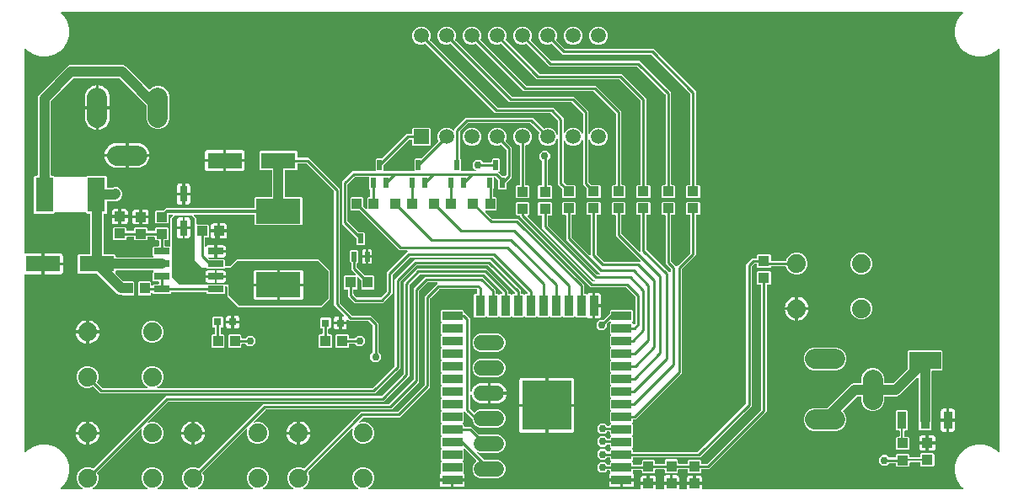
<source format=gbr>
G04 EAGLE Gerber RS-274X export*
G75*
%MOMM*%
%FSLAX34Y34*%
%LPD*%
%INTop Copper*%
%IPPOS*%
%AMOC8*
5,1,8,0,0,1.08239X$1,22.5*%
G01*
%ADD10R,1.000000X1.100000*%
%ADD11R,3.500000X1.600000*%
%ADD12R,1.100000X1.000000*%
%ADD13R,0.800000X1.600000*%
%ADD14R,1.778000X3.505200*%
%ADD15R,1.525000X0.700000*%
%ADD16C,2.000000*%
%ADD17R,0.800000X0.800000*%
%ADD18R,0.900000X1.800000*%
%ADD19R,3.200000X1.800000*%
%ADD20C,1.879600*%
%ADD21R,0.500000X1.000000*%
%ADD22R,1.508000X1.508000*%
%ADD23C,1.508000*%
%ADD24R,4.500000X2.500000*%
%ADD25R,2.000000X0.900000*%
%ADD26R,0.900000X2.000000*%
%ADD27R,5.000000X5.000000*%
%ADD28C,1.524000*%
%ADD29C,0.254000*%
%ADD30C,0.756400*%
%ADD31C,1.016000*%
%ADD32C,0.152400*%
%ADD33C,0.304800*%

G36*
X67951Y10176D02*
X67951Y10176D01*
X68048Y10186D01*
X68072Y10196D01*
X68098Y10200D01*
X68184Y10246D01*
X68273Y10286D01*
X68292Y10303D01*
X68315Y10316D01*
X68382Y10386D01*
X68454Y10452D01*
X68467Y10475D01*
X68485Y10494D01*
X68526Y10582D01*
X68573Y10668D01*
X68577Y10693D01*
X68588Y10717D01*
X68599Y10814D01*
X68616Y10910D01*
X68613Y10936D01*
X68615Y10961D01*
X68595Y11056D01*
X68581Y11153D01*
X68569Y11176D01*
X68563Y11202D01*
X68513Y11286D01*
X68469Y11372D01*
X68450Y11390D01*
X68437Y11413D01*
X68363Y11476D01*
X68293Y11544D01*
X68265Y11560D01*
X68250Y11573D01*
X68219Y11585D01*
X68146Y11625D01*
X67401Y11934D01*
X64328Y15007D01*
X62665Y19021D01*
X62665Y23367D01*
X64328Y27381D01*
X67401Y30454D01*
X71415Y32117D01*
X75761Y32117D01*
X78683Y30906D01*
X78797Y30880D01*
X78910Y30851D01*
X78917Y30851D01*
X78923Y30850D01*
X79039Y30861D01*
X79156Y30870D01*
X79161Y30872D01*
X79168Y30873D01*
X79275Y30921D01*
X79382Y30966D01*
X79388Y30971D01*
X79392Y30973D01*
X79406Y30986D01*
X79513Y31071D01*
X150376Y101935D01*
X152236Y103795D01*
X368527Y103795D01*
X368617Y103809D01*
X368708Y103817D01*
X368738Y103829D01*
X368770Y103834D01*
X368850Y103877D01*
X368934Y103913D01*
X368966Y103939D01*
X368987Y103950D01*
X369009Y103973D01*
X369065Y104018D01*
X390982Y125935D01*
X391035Y126009D01*
X391095Y126078D01*
X391107Y126108D01*
X391126Y126134D01*
X391153Y126221D01*
X391187Y126306D01*
X391191Y126347D01*
X391198Y126369D01*
X391197Y126402D01*
X391205Y126473D01*
X391205Y218158D01*
X404842Y231795D01*
X474158Y231795D01*
X496045Y209908D01*
X496045Y206786D01*
X496048Y206766D01*
X496046Y206747D01*
X496068Y206645D01*
X496084Y206543D01*
X496094Y206526D01*
X496098Y206506D01*
X496151Y206417D01*
X496200Y206326D01*
X496214Y206312D01*
X496224Y206295D01*
X496303Y206228D01*
X496378Y206156D01*
X496396Y206148D01*
X496411Y206135D01*
X496507Y206096D01*
X496601Y206053D01*
X496621Y206051D01*
X496639Y206043D01*
X496806Y206025D01*
X498382Y206025D01*
X499062Y205345D01*
X499078Y205333D01*
X499090Y205317D01*
X499178Y205261D01*
X499261Y205201D01*
X499280Y205195D01*
X499297Y205184D01*
X499398Y205159D01*
X499497Y205129D01*
X499516Y205129D01*
X499536Y205124D01*
X499639Y205132D01*
X499742Y205135D01*
X499761Y205142D01*
X499781Y205143D01*
X499876Y205184D01*
X499973Y205219D01*
X499989Y205232D01*
X500007Y205240D01*
X500138Y205345D01*
X500818Y206025D01*
X502394Y206025D01*
X502414Y206028D01*
X502433Y206026D01*
X502535Y206048D01*
X502637Y206064D01*
X502654Y206074D01*
X502674Y206078D01*
X502763Y206131D01*
X502854Y206180D01*
X502868Y206194D01*
X502885Y206204D01*
X502952Y206283D01*
X503024Y206358D01*
X503032Y206376D01*
X503045Y206391D01*
X503084Y206487D01*
X503127Y206581D01*
X503129Y206601D01*
X503137Y206619D01*
X503155Y206786D01*
X503155Y207577D01*
X503141Y207667D01*
X503133Y207758D01*
X503121Y207788D01*
X503116Y207820D01*
X503073Y207900D01*
X503037Y207984D01*
X503011Y208016D01*
X503000Y208037D01*
X502977Y208059D01*
X502932Y208115D01*
X476065Y234982D01*
X475991Y235035D01*
X475922Y235095D01*
X475892Y235107D01*
X475866Y235126D01*
X475779Y235153D01*
X475694Y235187D01*
X475653Y235191D01*
X475631Y235198D01*
X475598Y235197D01*
X475527Y235205D01*
X404473Y235205D01*
X404383Y235191D01*
X404292Y235183D01*
X404262Y235171D01*
X404230Y235166D01*
X404150Y235123D01*
X404066Y235087D01*
X404034Y235061D01*
X404013Y235050D01*
X403991Y235027D01*
X403935Y234982D01*
X388018Y219065D01*
X387965Y218991D01*
X387905Y218922D01*
X387893Y218892D01*
X387874Y218866D01*
X387847Y218779D01*
X387813Y218694D01*
X387809Y218653D01*
X387802Y218631D01*
X387803Y218598D01*
X387795Y218527D01*
X387795Y131842D01*
X362158Y106205D01*
X86324Y106205D01*
X84464Y108065D01*
X79513Y113017D01*
X79418Y113085D01*
X79324Y113155D01*
X79318Y113157D01*
X79313Y113160D01*
X79202Y113195D01*
X79090Y113231D01*
X79084Y113231D01*
X79078Y113233D01*
X78961Y113230D01*
X78844Y113229D01*
X78837Y113226D01*
X78832Y113226D01*
X78815Y113220D01*
X78683Y113182D01*
X75761Y111971D01*
X71415Y111971D01*
X67401Y113634D01*
X64328Y116707D01*
X62665Y120721D01*
X62665Y125067D01*
X64328Y129081D01*
X67401Y132154D01*
X71415Y133817D01*
X75761Y133817D01*
X79775Y132154D01*
X82848Y129081D01*
X84511Y125067D01*
X84511Y120721D01*
X83300Y117799D01*
X83274Y117685D01*
X83245Y117572D01*
X83245Y117565D01*
X83244Y117559D01*
X83255Y117443D01*
X83264Y117326D01*
X83266Y117321D01*
X83267Y117314D01*
X83302Y117236D01*
X83306Y117217D01*
X83322Y117191D01*
X83360Y117100D01*
X83365Y117094D01*
X83367Y117090D01*
X83380Y117076D01*
X83422Y117023D01*
X83432Y117006D01*
X83443Y116997D01*
X83465Y116969D01*
X88417Y112018D01*
X88491Y111965D01*
X88560Y111905D01*
X88590Y111893D01*
X88616Y111874D01*
X88704Y111847D01*
X88788Y111813D01*
X88829Y111809D01*
X88851Y111802D01*
X88884Y111803D01*
X88955Y111795D01*
X133038Y111795D01*
X133135Y111810D01*
X133232Y111820D01*
X133255Y111830D01*
X133281Y111834D01*
X133367Y111880D01*
X133456Y111920D01*
X133476Y111937D01*
X133499Y111950D01*
X133566Y112020D01*
X133637Y112086D01*
X133650Y112109D01*
X133668Y112128D01*
X133709Y112216D01*
X133756Y112302D01*
X133761Y112327D01*
X133772Y112351D01*
X133782Y112448D01*
X133800Y112544D01*
X133796Y112570D01*
X133799Y112595D01*
X133778Y112691D01*
X133764Y112787D01*
X133752Y112810D01*
X133746Y112836D01*
X133697Y112919D01*
X133652Y113006D01*
X133634Y113025D01*
X133620Y113047D01*
X133546Y113110D01*
X133477Y113178D01*
X133448Y113194D01*
X133433Y113207D01*
X133403Y113219D01*
X133330Y113259D01*
X132425Y113634D01*
X129352Y116707D01*
X127689Y120721D01*
X127689Y125067D01*
X129352Y129081D01*
X132425Y132154D01*
X136439Y133817D01*
X140785Y133817D01*
X144799Y132154D01*
X147872Y129081D01*
X149535Y125067D01*
X149535Y120721D01*
X147872Y116707D01*
X144799Y113634D01*
X143894Y113259D01*
X143811Y113208D01*
X143725Y113162D01*
X143707Y113144D01*
X143685Y113130D01*
X143623Y113054D01*
X143556Y112984D01*
X143545Y112960D01*
X143528Y112940D01*
X143493Y112849D01*
X143452Y112761D01*
X143450Y112735D01*
X143440Y112711D01*
X143436Y112613D01*
X143425Y112517D01*
X143431Y112491D01*
X143430Y112465D01*
X143457Y112371D01*
X143478Y112276D01*
X143491Y112254D01*
X143498Y112229D01*
X143554Y112149D01*
X143604Y112065D01*
X143624Y112048D01*
X143639Y112027D01*
X143717Y111968D01*
X143791Y111905D01*
X143815Y111895D01*
X143836Y111880D01*
X143928Y111850D01*
X144019Y111813D01*
X144051Y111810D01*
X144070Y111804D01*
X144103Y111804D01*
X144186Y111795D01*
X359527Y111795D01*
X359617Y111809D01*
X359708Y111817D01*
X359738Y111829D01*
X359770Y111834D01*
X359850Y111877D01*
X359934Y111913D01*
X359966Y111939D01*
X359987Y111950D01*
X360009Y111973D01*
X360065Y112018D01*
X381982Y133935D01*
X382035Y134009D01*
X382095Y134078D01*
X382107Y134108D01*
X382126Y134134D01*
X382153Y134221D01*
X382187Y134306D01*
X382191Y134347D01*
X382198Y134369D01*
X382197Y134402D01*
X382205Y134473D01*
X382205Y221158D01*
X401842Y240795D01*
X478158Y240795D01*
X508745Y210208D01*
X508745Y206786D01*
X508748Y206766D01*
X508746Y206747D01*
X508768Y206645D01*
X508784Y206543D01*
X508794Y206526D01*
X508798Y206506D01*
X508851Y206417D01*
X508900Y206326D01*
X508914Y206312D01*
X508924Y206295D01*
X509003Y206228D01*
X509078Y206156D01*
X509096Y206148D01*
X509111Y206135D01*
X509207Y206096D01*
X509301Y206053D01*
X509321Y206051D01*
X509339Y206043D01*
X509506Y206025D01*
X511082Y206025D01*
X511762Y205345D01*
X511778Y205333D01*
X511790Y205317D01*
X511878Y205261D01*
X511961Y205201D01*
X511980Y205195D01*
X511997Y205184D01*
X512098Y205159D01*
X512197Y205129D01*
X512216Y205129D01*
X512236Y205124D01*
X512339Y205132D01*
X512442Y205135D01*
X512461Y205142D01*
X512481Y205143D01*
X512576Y205184D01*
X512673Y205219D01*
X512689Y205232D01*
X512707Y205240D01*
X512838Y205345D01*
X513518Y206025D01*
X515094Y206025D01*
X515114Y206028D01*
X515133Y206026D01*
X515235Y206048D01*
X515337Y206064D01*
X515354Y206074D01*
X515374Y206078D01*
X515463Y206131D01*
X515554Y206180D01*
X515568Y206194D01*
X515585Y206204D01*
X515652Y206283D01*
X515724Y206358D01*
X515732Y206376D01*
X515745Y206391D01*
X515784Y206487D01*
X515827Y206581D01*
X515829Y206601D01*
X515837Y206619D01*
X515855Y206786D01*
X515855Y207877D01*
X515841Y207967D01*
X515833Y208058D01*
X515821Y208088D01*
X515816Y208120D01*
X515773Y208200D01*
X515737Y208284D01*
X515711Y208316D01*
X515700Y208337D01*
X515677Y208359D01*
X515632Y208415D01*
X481065Y242982D01*
X480991Y243035D01*
X480922Y243095D01*
X480892Y243107D01*
X480866Y243126D01*
X480779Y243153D01*
X480694Y243187D01*
X480653Y243191D01*
X480631Y243198D01*
X480598Y243197D01*
X480527Y243205D01*
X397473Y243205D01*
X397383Y243191D01*
X397292Y243183D01*
X397262Y243171D01*
X397230Y243166D01*
X397150Y243123D01*
X397066Y243087D01*
X397034Y243061D01*
X397013Y243050D01*
X396991Y243027D01*
X396935Y242982D01*
X380018Y226065D01*
X379965Y225991D01*
X379905Y225922D01*
X379893Y225892D01*
X379874Y225866D01*
X379847Y225779D01*
X379813Y225694D01*
X379809Y225653D01*
X379802Y225631D01*
X379803Y225598D01*
X379795Y225527D01*
X379795Y206842D01*
X370158Y197205D01*
X341842Y197205D01*
X339982Y199065D01*
X337065Y201982D01*
X335205Y203842D01*
X335205Y210264D01*
X335202Y210284D01*
X335204Y210303D01*
X335182Y210405D01*
X335166Y210507D01*
X335156Y210524D01*
X335152Y210544D01*
X335099Y210633D01*
X335050Y210724D01*
X335036Y210738D01*
X335026Y210755D01*
X334947Y210822D01*
X334872Y210894D01*
X334854Y210902D01*
X334839Y210915D01*
X334743Y210954D01*
X334649Y210997D01*
X334629Y210999D01*
X334611Y211007D01*
X334444Y211025D01*
X332368Y211025D01*
X331475Y211918D01*
X331475Y224182D01*
X332368Y225075D01*
X342185Y225075D01*
X342256Y225086D01*
X342328Y225088D01*
X342377Y225106D01*
X342428Y225114D01*
X342491Y225148D01*
X342559Y225173D01*
X342599Y225205D01*
X342645Y225230D01*
X342695Y225282D01*
X342751Y225326D01*
X342779Y225370D01*
X342815Y225408D01*
X342845Y225473D01*
X342884Y225533D01*
X342896Y225584D01*
X342918Y225631D01*
X342926Y225702D01*
X342944Y225772D01*
X342940Y225824D01*
X342945Y225875D01*
X342930Y225946D01*
X342925Y226017D01*
X342904Y226065D01*
X342893Y226116D01*
X342856Y226177D01*
X342828Y226243D01*
X342783Y226299D01*
X342767Y226327D01*
X342749Y226342D01*
X342723Y226374D01*
X338605Y230492D01*
X338605Y236923D01*
X338591Y237013D01*
X338583Y237104D01*
X338571Y237134D01*
X338566Y237166D01*
X338523Y237247D01*
X338487Y237330D01*
X338461Y237363D01*
X338450Y237383D01*
X338427Y237405D01*
X338382Y237461D01*
X337375Y238468D01*
X337375Y249732D01*
X338268Y250625D01*
X344532Y250625D01*
X345425Y249732D01*
X345425Y238468D01*
X344418Y237461D01*
X344365Y237387D01*
X344305Y237318D01*
X344293Y237288D01*
X344274Y237262D01*
X344247Y237175D01*
X344213Y237090D01*
X344209Y237049D01*
X344202Y237027D01*
X344203Y236994D01*
X344195Y236923D01*
X344195Y233123D01*
X344209Y233033D01*
X344217Y232942D01*
X344229Y232912D01*
X344234Y232880D01*
X344277Y232800D01*
X344313Y232716D01*
X344339Y232684D01*
X344350Y232663D01*
X344373Y232641D01*
X344418Y232585D01*
X351705Y225298D01*
X351779Y225245D01*
X351848Y225185D01*
X351878Y225173D01*
X351904Y225154D01*
X351991Y225127D01*
X352076Y225093D01*
X352117Y225089D01*
X352139Y225082D01*
X352172Y225083D01*
X352243Y225075D01*
X360632Y225075D01*
X361525Y224182D01*
X361525Y211918D01*
X360632Y211025D01*
X349368Y211025D01*
X348475Y211918D01*
X348475Y220307D01*
X348461Y220397D01*
X348453Y220488D01*
X348441Y220518D01*
X348436Y220550D01*
X348393Y220630D01*
X348357Y220714D01*
X348331Y220747D01*
X348320Y220767D01*
X348297Y220789D01*
X348252Y220845D01*
X345824Y223273D01*
X345766Y223315D01*
X345714Y223365D01*
X345667Y223387D01*
X345625Y223417D01*
X345556Y223438D01*
X345491Y223468D01*
X345439Y223474D01*
X345389Y223489D01*
X345318Y223487D01*
X345247Y223495D01*
X345196Y223484D01*
X345144Y223483D01*
X345076Y223458D01*
X345006Y223443D01*
X344961Y223416D01*
X344913Y223398D01*
X344857Y223354D01*
X344795Y223317D01*
X344761Y223277D01*
X344721Y223245D01*
X344682Y223184D01*
X344635Y223130D01*
X344616Y223082D01*
X344588Y223038D01*
X344570Y222968D01*
X344543Y222902D01*
X344535Y222830D01*
X344527Y222799D01*
X344529Y222776D01*
X344525Y222735D01*
X344525Y211918D01*
X343632Y211025D01*
X341556Y211025D01*
X341536Y211022D01*
X341517Y211024D01*
X341415Y211002D01*
X341313Y210986D01*
X341296Y210976D01*
X341276Y210972D01*
X341187Y210919D01*
X341096Y210870D01*
X341082Y210856D01*
X341065Y210846D01*
X340998Y210767D01*
X340926Y210692D01*
X340918Y210674D01*
X340905Y210659D01*
X340866Y210563D01*
X340823Y210469D01*
X340821Y210449D01*
X340813Y210431D01*
X340795Y210264D01*
X340795Y206473D01*
X340809Y206383D01*
X340817Y206292D01*
X340829Y206262D01*
X340834Y206230D01*
X340877Y206149D01*
X340913Y206066D01*
X340939Y206033D01*
X340950Y206013D01*
X340973Y205991D01*
X341018Y205935D01*
X343935Y203018D01*
X344009Y202965D01*
X344078Y202905D01*
X344108Y202893D01*
X344134Y202874D01*
X344221Y202847D01*
X344306Y202813D01*
X344347Y202809D01*
X344369Y202802D01*
X344402Y202803D01*
X344473Y202795D01*
X367527Y202795D01*
X367617Y202809D01*
X367708Y202817D01*
X367738Y202829D01*
X367770Y202834D01*
X367850Y202877D01*
X367934Y202913D01*
X367966Y202939D01*
X367987Y202950D01*
X368009Y202973D01*
X368065Y203018D01*
X373982Y208935D01*
X374035Y209009D01*
X374095Y209078D01*
X374107Y209108D01*
X374126Y209134D01*
X374153Y209221D01*
X374187Y209306D01*
X374191Y209347D01*
X374198Y209369D01*
X374197Y209402D01*
X374205Y209473D01*
X374205Y228158D01*
X392982Y246935D01*
X394953Y248906D01*
X394995Y248964D01*
X395045Y249016D01*
X395067Y249063D01*
X395097Y249105D01*
X395118Y249174D01*
X395148Y249239D01*
X395154Y249291D01*
X395169Y249341D01*
X395167Y249412D01*
X395175Y249483D01*
X395164Y249534D01*
X395163Y249586D01*
X395138Y249654D01*
X395123Y249724D01*
X395096Y249769D01*
X395078Y249817D01*
X395034Y249873D01*
X394997Y249935D01*
X394957Y249969D01*
X394925Y250009D01*
X394864Y250048D01*
X394810Y250095D01*
X394762Y250114D01*
X394718Y250142D01*
X394648Y250160D01*
X394582Y250187D01*
X394510Y250195D01*
X394479Y250203D01*
X394456Y250201D01*
X394415Y250205D01*
X386892Y250205D01*
X347295Y289802D01*
X347221Y289855D01*
X347152Y289915D01*
X347122Y289927D01*
X347096Y289946D01*
X347009Y289973D01*
X346924Y290007D01*
X346883Y290011D01*
X346861Y290018D01*
X346828Y290017D01*
X346757Y290025D01*
X338368Y290025D01*
X337475Y290918D01*
X337475Y303182D01*
X338368Y304075D01*
X349632Y304075D01*
X350525Y303182D01*
X350525Y294793D01*
X350539Y294703D01*
X350547Y294612D01*
X350559Y294582D01*
X350564Y294550D01*
X350607Y294470D01*
X350643Y294386D01*
X350669Y294353D01*
X350680Y294333D01*
X350703Y294311D01*
X350748Y294255D01*
X353176Y291827D01*
X353234Y291785D01*
X353286Y291735D01*
X353333Y291713D01*
X353375Y291683D01*
X353444Y291662D01*
X353509Y291632D01*
X353561Y291626D01*
X353611Y291611D01*
X353682Y291613D01*
X353753Y291605D01*
X353804Y291616D01*
X353856Y291617D01*
X353924Y291642D01*
X353994Y291657D01*
X354039Y291684D01*
X354087Y291702D01*
X354143Y291746D01*
X354205Y291783D01*
X354239Y291823D01*
X354279Y291855D01*
X354318Y291916D01*
X354365Y291970D01*
X354384Y292018D01*
X354412Y292062D01*
X354430Y292132D01*
X354457Y292198D01*
X354465Y292270D01*
X354473Y292301D01*
X354471Y292324D01*
X354475Y292365D01*
X354475Y303182D01*
X355368Y304075D01*
X356844Y304075D01*
X356864Y304078D01*
X356883Y304076D01*
X356985Y304098D01*
X357087Y304114D01*
X357104Y304124D01*
X357124Y304128D01*
X357213Y304181D01*
X357304Y304230D01*
X357318Y304244D01*
X357335Y304254D01*
X357402Y304333D01*
X357474Y304408D01*
X357482Y304426D01*
X357495Y304441D01*
X357534Y304537D01*
X357577Y304631D01*
X357579Y304651D01*
X357587Y304669D01*
X357605Y304836D01*
X357605Y310923D01*
X357591Y311013D01*
X357583Y311104D01*
X357571Y311134D01*
X357566Y311166D01*
X357523Y311247D01*
X357487Y311330D01*
X357461Y311363D01*
X357450Y311383D01*
X357427Y311405D01*
X357382Y311461D01*
X356375Y312468D01*
X356375Y323444D01*
X356372Y323464D01*
X356374Y323483D01*
X356352Y323585D01*
X356336Y323687D01*
X356326Y323704D01*
X356322Y323724D01*
X356269Y323813D01*
X356220Y323904D01*
X356206Y323918D01*
X356196Y323935D01*
X356117Y324002D01*
X356042Y324074D01*
X356024Y324082D01*
X356009Y324095D01*
X355913Y324134D01*
X355819Y324177D01*
X355799Y324179D01*
X355781Y324187D01*
X355614Y324205D01*
X342473Y324205D01*
X342383Y324191D01*
X342292Y324183D01*
X342262Y324171D01*
X342230Y324166D01*
X342150Y324123D01*
X342066Y324087D01*
X342034Y324061D01*
X342013Y324050D01*
X341991Y324027D01*
X341935Y323982D01*
X335018Y317065D01*
X334965Y316991D01*
X334905Y316922D01*
X334893Y316892D01*
X334874Y316866D01*
X334847Y316779D01*
X334813Y316694D01*
X334809Y316653D01*
X334802Y316631D01*
X334803Y316598D01*
X334795Y316527D01*
X334795Y279473D01*
X334809Y279383D01*
X334817Y279292D01*
X334829Y279262D01*
X334834Y279230D01*
X334877Y279150D01*
X334913Y279066D01*
X334939Y279034D01*
X334950Y279013D01*
X334973Y278991D01*
X335018Y278935D01*
X345105Y268848D01*
X345179Y268795D01*
X345248Y268735D01*
X345278Y268723D01*
X345304Y268704D01*
X345391Y268677D01*
X345476Y268643D01*
X345517Y268639D01*
X345539Y268632D01*
X345572Y268633D01*
X345643Y268625D01*
X351032Y268625D01*
X351925Y267732D01*
X351925Y256468D01*
X351032Y255575D01*
X344768Y255575D01*
X343875Y256468D01*
X343875Y261857D01*
X343861Y261947D01*
X343853Y262038D01*
X343841Y262068D01*
X343836Y262100D01*
X343793Y262180D01*
X343757Y262264D01*
X343731Y262296D01*
X343720Y262317D01*
X343697Y262339D01*
X343652Y262395D01*
X329205Y276842D01*
X329205Y319158D01*
X339842Y329795D01*
X362114Y329795D01*
X362134Y329798D01*
X362153Y329796D01*
X362255Y329818D01*
X362357Y329834D01*
X362374Y329844D01*
X362394Y329848D01*
X362483Y329901D01*
X362574Y329950D01*
X362588Y329964D01*
X362605Y329974D01*
X362672Y330053D01*
X362744Y330128D01*
X362752Y330146D01*
X362765Y330161D01*
X362804Y330257D01*
X362847Y330351D01*
X362849Y330371D01*
X362857Y330389D01*
X362875Y330556D01*
X362875Y341732D01*
X363768Y342625D01*
X369157Y342625D01*
X369247Y342639D01*
X369338Y342647D01*
X369368Y342659D01*
X369400Y342664D01*
X369481Y342707D01*
X369564Y342743D01*
X369597Y342769D01*
X369617Y342780D01*
X369639Y342803D01*
X369695Y342848D01*
X392182Y365335D01*
X394042Y367195D01*
X399174Y367195D01*
X399194Y367198D01*
X399213Y367196D01*
X399315Y367218D01*
X399417Y367234D01*
X399434Y367244D01*
X399454Y367248D01*
X399543Y367301D01*
X399634Y367350D01*
X399648Y367364D01*
X399665Y367374D01*
X399732Y367453D01*
X399804Y367528D01*
X399812Y367546D01*
X399825Y367561D01*
X399864Y367657D01*
X399907Y367751D01*
X399909Y367771D01*
X399917Y367789D01*
X399935Y367956D01*
X399935Y372572D01*
X400828Y373465D01*
X417172Y373465D01*
X418065Y372572D01*
X418065Y356228D01*
X417172Y355335D01*
X400828Y355335D01*
X399935Y356228D01*
X399935Y360844D01*
X399932Y360864D01*
X399934Y360883D01*
X399912Y360985D01*
X399896Y361087D01*
X399886Y361104D01*
X399882Y361124D01*
X399829Y361213D01*
X399780Y361304D01*
X399766Y361318D01*
X399756Y361335D01*
X399677Y361402D01*
X399602Y361474D01*
X399584Y361482D01*
X399569Y361495D01*
X399473Y361534D01*
X399379Y361577D01*
X399359Y361579D01*
X399341Y361587D01*
X399174Y361605D01*
X396673Y361605D01*
X396583Y361591D01*
X396492Y361583D01*
X396462Y361571D01*
X396430Y361566D01*
X396350Y361523D01*
X396266Y361487D01*
X396234Y361461D01*
X396213Y361450D01*
X396191Y361427D01*
X396135Y361382D01*
X371148Y336395D01*
X371095Y336321D01*
X371035Y336252D01*
X371023Y336222D01*
X371004Y336196D01*
X370977Y336109D01*
X370943Y336024D01*
X370939Y335983D01*
X370932Y335961D01*
X370933Y335928D01*
X370925Y335857D01*
X370925Y330556D01*
X370928Y330536D01*
X370926Y330517D01*
X370948Y330415D01*
X370964Y330313D01*
X370974Y330296D01*
X370978Y330276D01*
X371031Y330187D01*
X371080Y330096D01*
X371094Y330082D01*
X371104Y330065D01*
X371183Y329998D01*
X371258Y329926D01*
X371276Y329918D01*
X371291Y329905D01*
X371387Y329866D01*
X371481Y329823D01*
X371501Y329821D01*
X371519Y329813D01*
X371686Y329795D01*
X401114Y329795D01*
X401134Y329798D01*
X401153Y329796D01*
X401255Y329818D01*
X401357Y329834D01*
X401374Y329844D01*
X401394Y329848D01*
X401483Y329901D01*
X401574Y329950D01*
X401588Y329964D01*
X401605Y329974D01*
X401672Y330053D01*
X401744Y330128D01*
X401752Y330146D01*
X401765Y330161D01*
X401804Y330257D01*
X401847Y330351D01*
X401849Y330371D01*
X401857Y330389D01*
X401875Y330556D01*
X401875Y341732D01*
X402768Y342625D01*
X408157Y342625D01*
X408247Y342639D01*
X408338Y342647D01*
X408368Y342659D01*
X408400Y342664D01*
X408481Y342707D01*
X408564Y342743D01*
X408597Y342769D01*
X408617Y342780D01*
X408639Y342803D01*
X408695Y342848D01*
X425886Y360039D01*
X425954Y360133D01*
X426024Y360227D01*
X426026Y360233D01*
X426030Y360238D01*
X426064Y360349D01*
X426100Y360461D01*
X426100Y360467D01*
X426102Y360473D01*
X426099Y360590D01*
X426098Y360707D01*
X426096Y360714D01*
X426096Y360719D01*
X426089Y360737D01*
X426051Y360868D01*
X425335Y362597D01*
X425335Y366203D01*
X426715Y369535D01*
X429265Y372085D01*
X432597Y373465D01*
X436203Y373465D01*
X439535Y372085D01*
X440806Y370814D01*
X440864Y370772D01*
X440916Y370723D01*
X440963Y370701D01*
X441005Y370670D01*
X441074Y370649D01*
X441139Y370619D01*
X441191Y370613D01*
X441241Y370598D01*
X441312Y370600D01*
X441383Y370592D01*
X441434Y370603D01*
X441486Y370604D01*
X441554Y370629D01*
X441624Y370644D01*
X441669Y370671D01*
X441717Y370689D01*
X441773Y370734D01*
X441835Y370770D01*
X441869Y370810D01*
X441909Y370842D01*
X441948Y370903D01*
X441995Y370957D01*
X442014Y371005D01*
X442042Y371049D01*
X442060Y371119D01*
X442087Y371185D01*
X442095Y371257D01*
X442103Y371288D01*
X442101Y371311D01*
X442105Y371352D01*
X442105Y372058D01*
X453842Y383795D01*
X520558Y383795D01*
X531497Y372855D01*
X531591Y372788D01*
X531686Y372717D01*
X531692Y372715D01*
X531697Y372712D01*
X531808Y372677D01*
X531920Y372641D01*
X531926Y372641D01*
X531932Y372639D01*
X532049Y372642D01*
X532166Y372643D01*
X532173Y372645D01*
X532178Y372646D01*
X532195Y372652D01*
X532327Y372690D01*
X534197Y373465D01*
X537803Y373465D01*
X541135Y372085D01*
X543685Y369535D01*
X544741Y366985D01*
X544792Y366902D01*
X544838Y366816D01*
X544856Y366799D01*
X544870Y366776D01*
X544946Y366714D01*
X545016Y366647D01*
X545040Y366636D01*
X545060Y366619D01*
X545151Y366584D01*
X545239Y366543D01*
X545265Y366541D01*
X545289Y366531D01*
X545387Y366527D01*
X545483Y366516D01*
X545509Y366522D01*
X545535Y366521D01*
X545629Y366548D01*
X545724Y366569D01*
X545746Y366582D01*
X545771Y366589D01*
X545851Y366645D01*
X545935Y366695D01*
X545952Y366715D01*
X545973Y366730D01*
X546032Y366808D01*
X546095Y366882D01*
X546105Y366906D01*
X546120Y366927D01*
X546150Y367019D01*
X546187Y367110D01*
X546190Y367142D01*
X546196Y367161D01*
X546196Y367194D01*
X546205Y367277D01*
X546205Y380527D01*
X546191Y380617D01*
X546183Y380708D01*
X546171Y380738D01*
X546166Y380770D01*
X546123Y380850D01*
X546087Y380934D01*
X546061Y380966D01*
X546050Y380987D01*
X546027Y381009D01*
X545982Y381065D01*
X539065Y387982D01*
X538991Y388035D01*
X538922Y388095D01*
X538892Y388107D01*
X538866Y388126D01*
X538779Y388153D01*
X538694Y388187D01*
X538653Y388191D01*
X538631Y388198D01*
X538598Y388197D01*
X538527Y388205D01*
X482842Y388205D01*
X413503Y457545D01*
X413409Y457612D01*
X413314Y457683D01*
X413308Y457685D01*
X413303Y457688D01*
X413192Y457723D01*
X413080Y457759D01*
X413074Y457759D01*
X413068Y457761D01*
X412951Y457758D01*
X412834Y457757D01*
X412827Y457755D01*
X412822Y457754D01*
X412805Y457748D01*
X412673Y457710D01*
X410803Y456935D01*
X407197Y456935D01*
X403865Y458315D01*
X401315Y460865D01*
X399935Y464197D01*
X399935Y467803D01*
X401315Y471135D01*
X403865Y473685D01*
X407197Y475065D01*
X410803Y475065D01*
X414135Y473685D01*
X416685Y471135D01*
X418065Y467803D01*
X418065Y464197D01*
X417290Y462327D01*
X417263Y462213D01*
X417235Y462100D01*
X417235Y462093D01*
X417234Y462087D01*
X417245Y461971D01*
X417254Y461855D01*
X417256Y461849D01*
X417257Y461842D01*
X417305Y461735D01*
X417350Y461628D01*
X417355Y461622D01*
X417357Y461618D01*
X417370Y461604D01*
X417455Y461497D01*
X484935Y394018D01*
X485009Y393965D01*
X485078Y393905D01*
X485108Y393893D01*
X485134Y393874D01*
X485221Y393847D01*
X485306Y393813D01*
X485347Y393809D01*
X485369Y393802D01*
X485402Y393803D01*
X485473Y393795D01*
X541158Y393795D01*
X551795Y383158D01*
X551795Y368725D01*
X551810Y368629D01*
X551820Y368532D01*
X551830Y368508D01*
X551834Y368482D01*
X551880Y368397D01*
X551920Y368307D01*
X551937Y368288D01*
X551950Y368265D01*
X552020Y368198D01*
X552086Y368126D01*
X552109Y368114D01*
X552128Y368096D01*
X552216Y368055D01*
X552302Y368008D01*
X552327Y368003D01*
X552351Y367992D01*
X552448Y367981D01*
X552544Y367964D01*
X552570Y367968D01*
X552595Y367965D01*
X552690Y367986D01*
X552787Y368000D01*
X552810Y368012D01*
X552836Y368017D01*
X552920Y368067D01*
X553006Y368111D01*
X553024Y368130D01*
X553047Y368143D01*
X553110Y368217D01*
X553178Y368287D01*
X553194Y368315D01*
X553207Y368330D01*
X553219Y368361D01*
X553259Y368434D01*
X553715Y369535D01*
X556265Y372085D01*
X559597Y373465D01*
X563203Y373465D01*
X566535Y372085D01*
X569085Y369535D01*
X569741Y367951D01*
X569792Y367868D01*
X569838Y367782D01*
X569856Y367764D01*
X569870Y367742D01*
X569946Y367680D01*
X570016Y367613D01*
X570040Y367602D01*
X570060Y367585D01*
X570151Y367550D01*
X570239Y367509D01*
X570265Y367506D01*
X570289Y367497D01*
X570387Y367493D01*
X570483Y367482D01*
X570509Y367488D01*
X570535Y367487D01*
X570629Y367514D01*
X570724Y367534D01*
X570746Y367548D01*
X570771Y367555D01*
X570851Y367611D01*
X570935Y367661D01*
X570952Y367680D01*
X570973Y367695D01*
X571032Y367773D01*
X571095Y367847D01*
X571105Y367872D01*
X571120Y367893D01*
X571150Y367985D01*
X571187Y368076D01*
X571190Y368108D01*
X571196Y368127D01*
X571196Y368160D01*
X571205Y368242D01*
X571205Y387527D01*
X571191Y387617D01*
X571183Y387708D01*
X571171Y387738D01*
X571166Y387770D01*
X571123Y387850D01*
X571087Y387934D01*
X571061Y387966D01*
X571050Y387987D01*
X571027Y388009D01*
X570982Y388065D01*
X560065Y398982D01*
X559991Y399035D01*
X559922Y399095D01*
X559892Y399107D01*
X559866Y399126D01*
X559779Y399153D01*
X559694Y399187D01*
X559653Y399191D01*
X559631Y399198D01*
X559598Y399197D01*
X559527Y399205D01*
X497242Y399205D01*
X438903Y457545D01*
X438809Y457612D01*
X438714Y457683D01*
X438708Y457685D01*
X438703Y457688D01*
X438592Y457723D01*
X438480Y457759D01*
X438474Y457759D01*
X438468Y457761D01*
X438351Y457758D01*
X438234Y457757D01*
X438227Y457755D01*
X438222Y457754D01*
X438205Y457748D01*
X438073Y457710D01*
X436203Y456935D01*
X432597Y456935D01*
X429265Y458315D01*
X426715Y460865D01*
X425335Y464197D01*
X425335Y467803D01*
X426715Y471135D01*
X429265Y473685D01*
X432597Y475065D01*
X436203Y475065D01*
X439535Y473685D01*
X442085Y471135D01*
X443465Y467803D01*
X443465Y464197D01*
X442690Y462327D01*
X442663Y462213D01*
X442635Y462100D01*
X442635Y462093D01*
X442634Y462087D01*
X442645Y461971D01*
X442654Y461855D01*
X442656Y461849D01*
X442657Y461842D01*
X442705Y461735D01*
X442750Y461628D01*
X442755Y461622D01*
X442757Y461618D01*
X442770Y461604D01*
X442855Y461497D01*
X499335Y405018D01*
X499409Y404965D01*
X499478Y404905D01*
X499508Y404893D01*
X499534Y404874D01*
X499621Y404847D01*
X499706Y404813D01*
X499747Y404809D01*
X499769Y404802D01*
X499802Y404803D01*
X499873Y404795D01*
X562158Y404795D01*
X576795Y390158D01*
X576795Y367759D01*
X576810Y367663D01*
X576820Y367566D01*
X576830Y367542D01*
X576834Y367517D01*
X576880Y367431D01*
X576920Y367342D01*
X576937Y367322D01*
X576950Y367299D01*
X577020Y367232D01*
X577086Y367161D01*
X577109Y367148D01*
X577128Y367130D01*
X577216Y367089D01*
X577302Y367042D01*
X577327Y367037D01*
X577351Y367026D01*
X577448Y367016D01*
X577544Y366998D01*
X577570Y367002D01*
X577595Y366999D01*
X577691Y367020D01*
X577787Y367034D01*
X577810Y367046D01*
X577836Y367051D01*
X577919Y367101D01*
X578006Y367146D01*
X578025Y367164D01*
X578047Y367178D01*
X578110Y367252D01*
X578178Y367321D01*
X578194Y367350D01*
X578207Y367365D01*
X578219Y367395D01*
X578259Y367468D01*
X579115Y369535D01*
X581665Y372085D01*
X584997Y373465D01*
X588603Y373465D01*
X591935Y372085D01*
X594485Y369535D01*
X595865Y366203D01*
X595865Y362597D01*
X594485Y359265D01*
X591935Y356715D01*
X588603Y355335D01*
X584997Y355335D01*
X581665Y356715D01*
X579115Y359265D01*
X578259Y361332D01*
X578208Y361415D01*
X578162Y361501D01*
X578144Y361519D01*
X578130Y361541D01*
X578054Y361603D01*
X577984Y361670D01*
X577960Y361681D01*
X577940Y361698D01*
X577849Y361733D01*
X577761Y361774D01*
X577735Y361777D01*
X577711Y361786D01*
X577613Y361790D01*
X577517Y361801D01*
X577491Y361795D01*
X577465Y361796D01*
X577371Y361769D01*
X577276Y361749D01*
X577254Y361735D01*
X577229Y361728D01*
X577149Y361672D01*
X577065Y361622D01*
X577048Y361602D01*
X577027Y361588D01*
X576968Y361509D01*
X576905Y361435D01*
X576895Y361411D01*
X576880Y361390D01*
X576850Y361298D01*
X576813Y361207D01*
X576810Y361175D01*
X576804Y361156D01*
X576804Y361123D01*
X576795Y361041D01*
X576795Y318973D01*
X576809Y318883D01*
X576817Y318792D01*
X576829Y318762D01*
X576834Y318730D01*
X576877Y318650D01*
X576913Y318566D01*
X576939Y318534D01*
X576950Y318513D01*
X576973Y318491D01*
X577018Y318435D01*
X579205Y316248D01*
X579279Y316195D01*
X579348Y316135D01*
X579378Y316123D01*
X579404Y316104D01*
X579491Y316077D01*
X579576Y316043D01*
X579617Y316039D01*
X579639Y316032D01*
X579672Y316033D01*
X579743Y316025D01*
X588132Y316025D01*
X589025Y315132D01*
X589025Y303868D01*
X588132Y302975D01*
X575868Y302975D01*
X574975Y303868D01*
X574975Y312257D01*
X574961Y312347D01*
X574953Y312438D01*
X574941Y312468D01*
X574936Y312500D01*
X574893Y312580D01*
X574857Y312664D01*
X574831Y312696D01*
X574820Y312717D01*
X574797Y312739D01*
X574752Y312795D01*
X571205Y316342D01*
X571205Y360558D01*
X571190Y360654D01*
X571180Y360751D01*
X571170Y360775D01*
X571166Y360800D01*
X571120Y360886D01*
X571080Y360975D01*
X571063Y360995D01*
X571050Y361018D01*
X570980Y361085D01*
X570914Y361157D01*
X570891Y361169D01*
X570872Y361187D01*
X570784Y361228D01*
X570698Y361275D01*
X570673Y361280D01*
X570649Y361291D01*
X570552Y361302D01*
X570456Y361319D01*
X570430Y361315D01*
X570405Y361318D01*
X570309Y361297D01*
X570213Y361283D01*
X570190Y361271D01*
X570164Y361266D01*
X570081Y361216D01*
X569994Y361172D01*
X569975Y361153D01*
X569953Y361139D01*
X569890Y361066D01*
X569822Y360996D01*
X569806Y360967D01*
X569793Y360953D01*
X569781Y360922D01*
X569741Y360849D01*
X569085Y359265D01*
X566535Y356715D01*
X563203Y355335D01*
X559597Y355335D01*
X556265Y356715D01*
X553715Y359265D01*
X553259Y360366D01*
X553208Y360449D01*
X553162Y360535D01*
X553143Y360553D01*
X553130Y360575D01*
X553055Y360637D01*
X552984Y360704D01*
X552960Y360715D01*
X552940Y360732D01*
X552849Y360767D01*
X552761Y360808D01*
X552735Y360811D01*
X552711Y360820D01*
X552613Y360824D01*
X552517Y360835D01*
X552491Y360830D01*
X552465Y360831D01*
X552371Y360804D01*
X552276Y360783D01*
X552254Y360769D01*
X552229Y360762D01*
X552149Y360707D01*
X552065Y360657D01*
X552048Y360637D01*
X552027Y360622D01*
X551968Y360544D01*
X551905Y360470D01*
X551895Y360445D01*
X551880Y360424D01*
X551850Y360332D01*
X551813Y360242D01*
X551810Y360209D01*
X551804Y360191D01*
X551804Y360158D01*
X551795Y360075D01*
X551795Y318973D01*
X551809Y318883D01*
X551817Y318792D01*
X551829Y318762D01*
X551834Y318730D01*
X551877Y318650D01*
X551913Y318566D01*
X551939Y318534D01*
X551950Y318513D01*
X551973Y318491D01*
X552018Y318435D01*
X554205Y316248D01*
X554279Y316195D01*
X554348Y316135D01*
X554378Y316123D01*
X554404Y316104D01*
X554491Y316077D01*
X554576Y316043D01*
X554617Y316039D01*
X554639Y316032D01*
X554672Y316033D01*
X554743Y316025D01*
X563132Y316025D01*
X564025Y315132D01*
X564025Y303868D01*
X563132Y302975D01*
X550868Y302975D01*
X549975Y303868D01*
X549975Y312257D01*
X549961Y312347D01*
X549953Y312438D01*
X549941Y312468D01*
X549936Y312500D01*
X549893Y312580D01*
X549857Y312664D01*
X549831Y312696D01*
X549820Y312717D01*
X549797Y312739D01*
X549752Y312795D01*
X546205Y316342D01*
X546205Y361523D01*
X546190Y361619D01*
X546180Y361716D01*
X546170Y361740D01*
X546166Y361766D01*
X546120Y361852D01*
X546080Y361941D01*
X546063Y361960D01*
X546050Y361984D01*
X545980Y362051D01*
X545914Y362122D01*
X545891Y362135D01*
X545872Y362153D01*
X545784Y362194D01*
X545698Y362241D01*
X545673Y362246D01*
X545649Y362257D01*
X545552Y362267D01*
X545456Y362285D01*
X545430Y362281D01*
X545405Y362284D01*
X545309Y362263D01*
X545213Y362249D01*
X545190Y362237D01*
X545164Y362231D01*
X545081Y362181D01*
X544994Y362137D01*
X544975Y362119D01*
X544953Y362105D01*
X544890Y362031D01*
X544822Y361962D01*
X544806Y361933D01*
X544793Y361918D01*
X544781Y361888D01*
X544741Y361815D01*
X543685Y359265D01*
X541135Y356715D01*
X537803Y355335D01*
X534197Y355335D01*
X530865Y356715D01*
X528315Y359265D01*
X526935Y362597D01*
X526935Y366203D01*
X527710Y368073D01*
X527737Y368187D01*
X527765Y368300D01*
X527765Y368307D01*
X527766Y368313D01*
X527755Y368429D01*
X527746Y368545D01*
X527744Y368551D01*
X527743Y368558D01*
X527695Y368665D01*
X527650Y368772D01*
X527645Y368778D01*
X527643Y368782D01*
X527630Y368796D01*
X527545Y368903D01*
X518465Y377982D01*
X518391Y378035D01*
X518322Y378095D01*
X518292Y378107D01*
X518266Y378126D01*
X518179Y378153D01*
X518094Y378187D01*
X518053Y378191D01*
X518031Y378198D01*
X517998Y378197D01*
X517927Y378205D01*
X456473Y378205D01*
X456383Y378191D01*
X456292Y378183D01*
X456262Y378171D01*
X456230Y378166D01*
X456150Y378123D01*
X456066Y378087D01*
X456034Y378061D01*
X456013Y378050D01*
X455991Y378027D01*
X455935Y377982D01*
X447918Y369965D01*
X447865Y369891D01*
X447805Y369822D01*
X447793Y369792D01*
X447774Y369766D01*
X447747Y369679D01*
X447713Y369594D01*
X447709Y369553D01*
X447702Y369531D01*
X447703Y369498D01*
X447695Y369427D01*
X447695Y343277D01*
X447709Y343187D01*
X447717Y343096D01*
X447729Y343066D01*
X447734Y343034D01*
X447777Y342953D01*
X447813Y342870D01*
X447839Y342837D01*
X447850Y342817D01*
X447873Y342795D01*
X447918Y342739D01*
X448925Y341732D01*
X448925Y330556D01*
X448928Y330536D01*
X448926Y330517D01*
X448948Y330415D01*
X448964Y330313D01*
X448974Y330296D01*
X448978Y330276D01*
X449031Y330187D01*
X449080Y330096D01*
X449094Y330082D01*
X449104Y330065D01*
X449183Y329998D01*
X449258Y329926D01*
X449276Y329918D01*
X449291Y329905D01*
X449387Y329866D01*
X449481Y329823D01*
X449501Y329821D01*
X449519Y329813D01*
X449686Y329795D01*
X462863Y329795D01*
X462933Y329806D01*
X463005Y329808D01*
X463054Y329826D01*
X463105Y329834D01*
X463169Y329868D01*
X463236Y329893D01*
X463277Y329925D01*
X463323Y329950D01*
X463372Y330002D01*
X463428Y330046D01*
X463456Y330090D01*
X463492Y330128D01*
X463522Y330193D01*
X463561Y330253D01*
X463574Y330304D01*
X463596Y330351D01*
X463604Y330422D01*
X463621Y330492D01*
X463617Y330544D01*
X463623Y330595D01*
X463608Y330665D01*
X463602Y330737D01*
X463582Y330785D01*
X463571Y330836D01*
X463534Y330897D01*
X463506Y330963D01*
X463461Y331019D01*
X463444Y331047D01*
X463427Y331062D01*
X463401Y331094D01*
X460693Y333802D01*
X460693Y338198D01*
X463802Y341307D01*
X468198Y341307D01*
X470387Y339118D01*
X470461Y339065D01*
X470531Y339005D01*
X470561Y338993D01*
X470587Y338974D01*
X470674Y338947D01*
X470759Y338913D01*
X470800Y338909D01*
X470822Y338902D01*
X470854Y338903D01*
X470925Y338895D01*
X479114Y338895D01*
X479134Y338898D01*
X479153Y338896D01*
X479255Y338918D01*
X479357Y338934D01*
X479374Y338944D01*
X479394Y338948D01*
X479483Y339001D01*
X479574Y339050D01*
X479588Y339064D01*
X479605Y339074D01*
X479672Y339153D01*
X479744Y339228D01*
X479752Y339246D01*
X479765Y339261D01*
X479804Y339357D01*
X479847Y339451D01*
X479849Y339471D01*
X479857Y339489D01*
X479875Y339656D01*
X479875Y341732D01*
X480768Y342625D01*
X487032Y342625D01*
X487925Y341732D01*
X487925Y330468D01*
X486996Y329539D01*
X486972Y329536D01*
X486909Y329502D01*
X486841Y329477D01*
X486801Y329445D01*
X486755Y329420D01*
X486705Y329368D01*
X486649Y329324D01*
X486621Y329280D01*
X486585Y329242D01*
X486555Y329177D01*
X486516Y329117D01*
X486504Y329066D01*
X486482Y329019D01*
X486474Y328948D01*
X486456Y328878D01*
X486460Y328826D01*
X486455Y328775D01*
X486470Y328704D01*
X486475Y328633D01*
X486496Y328585D01*
X486507Y328534D01*
X486544Y328473D01*
X486572Y328407D01*
X486617Y328351D01*
X486633Y328323D01*
X486651Y328308D01*
X486677Y328276D01*
X490105Y324848D01*
X490179Y324795D01*
X490248Y324735D01*
X490278Y324723D01*
X490304Y324704D01*
X490392Y324677D01*
X490476Y324643D01*
X490517Y324639D01*
X490539Y324632D01*
X490572Y324633D01*
X490643Y324625D01*
X492657Y324625D01*
X492747Y324639D01*
X492838Y324647D01*
X492868Y324659D01*
X492900Y324664D01*
X492980Y324707D01*
X493064Y324743D01*
X493096Y324769D01*
X493117Y324780D01*
X493139Y324803D01*
X493195Y324848D01*
X493982Y325635D01*
X494035Y325709D01*
X494095Y325778D01*
X494107Y325808D01*
X494126Y325834D01*
X494153Y325921D01*
X494187Y326006D01*
X494191Y326047D01*
X494198Y326069D01*
X494197Y326102D01*
X494205Y326173D01*
X494205Y351127D01*
X494191Y351217D01*
X494183Y351308D01*
X494171Y351338D01*
X494166Y351370D01*
X494123Y351450D01*
X494087Y351534D01*
X494061Y351566D01*
X494050Y351587D01*
X494027Y351609D01*
X493982Y351665D01*
X489703Y355945D01*
X489609Y356012D01*
X489514Y356083D01*
X489508Y356085D01*
X489503Y356088D01*
X489392Y356123D01*
X489280Y356159D01*
X489274Y356159D01*
X489268Y356161D01*
X489151Y356158D01*
X489034Y356157D01*
X489027Y356155D01*
X489022Y356154D01*
X489005Y356148D01*
X488873Y356110D01*
X487003Y355335D01*
X483397Y355335D01*
X480065Y356715D01*
X477515Y359265D01*
X476135Y362597D01*
X476135Y366203D01*
X477515Y369535D01*
X480065Y372085D01*
X483397Y373465D01*
X487003Y373465D01*
X490335Y372085D01*
X492885Y369535D01*
X494265Y366203D01*
X494265Y362597D01*
X493490Y360727D01*
X493463Y360613D01*
X493435Y360500D01*
X493435Y360493D01*
X493434Y360487D01*
X493445Y360371D01*
X493454Y360255D01*
X493456Y360249D01*
X493457Y360242D01*
X493505Y360135D01*
X493550Y360028D01*
X493555Y360022D01*
X493557Y360018D01*
X493570Y360004D01*
X493655Y359897D01*
X499795Y353758D01*
X499795Y323542D01*
X494648Y318395D01*
X494595Y318321D01*
X494535Y318252D01*
X494523Y318222D01*
X494504Y318196D01*
X494477Y318109D01*
X494443Y318024D01*
X494439Y317983D01*
X494432Y317961D01*
X494433Y317928D01*
X494425Y317857D01*
X494425Y312468D01*
X493532Y311575D01*
X487268Y311575D01*
X486375Y312468D01*
X486375Y320357D01*
X486361Y320447D01*
X486353Y320538D01*
X486341Y320568D01*
X486336Y320600D01*
X486293Y320680D01*
X486257Y320764D01*
X486231Y320796D01*
X486220Y320817D01*
X486197Y320839D01*
X486152Y320895D01*
X483065Y323982D01*
X482991Y324035D01*
X482922Y324095D01*
X482892Y324107D01*
X482866Y324126D01*
X482779Y324153D01*
X482694Y324187D01*
X482653Y324191D01*
X482631Y324198D01*
X482598Y324197D01*
X482527Y324205D01*
X482186Y324205D01*
X482166Y324202D01*
X482147Y324204D01*
X482045Y324182D01*
X481943Y324166D01*
X481926Y324156D01*
X481906Y324152D01*
X481817Y324099D01*
X481726Y324050D01*
X481712Y324036D01*
X481695Y324026D01*
X481628Y323947D01*
X481556Y323872D01*
X481548Y323854D01*
X481535Y323839D01*
X481496Y323743D01*
X481453Y323649D01*
X481451Y323629D01*
X481443Y323611D01*
X481425Y323444D01*
X481425Y312468D01*
X481018Y312061D01*
X480965Y311987D01*
X480905Y311918D01*
X480893Y311888D01*
X480874Y311862D01*
X480847Y311775D01*
X480813Y311690D01*
X480809Y311649D01*
X480802Y311627D01*
X480803Y311594D01*
X480795Y311523D01*
X480795Y304836D01*
X480798Y304816D01*
X480796Y304797D01*
X480818Y304695D01*
X480834Y304593D01*
X480844Y304576D01*
X480848Y304556D01*
X480901Y304467D01*
X480950Y304376D01*
X480964Y304362D01*
X480974Y304345D01*
X481053Y304278D01*
X481128Y304206D01*
X481146Y304198D01*
X481161Y304185D01*
X481257Y304146D01*
X481351Y304103D01*
X481371Y304101D01*
X481389Y304093D01*
X481556Y304075D01*
X483632Y304075D01*
X484525Y303182D01*
X484525Y290918D01*
X483632Y290025D01*
X473815Y290025D01*
X473744Y290014D01*
X473672Y290012D01*
X473623Y289994D01*
X473572Y289986D01*
X473509Y289952D01*
X473441Y289927D01*
X473401Y289895D01*
X473355Y289870D01*
X473305Y289818D01*
X473249Y289774D01*
X473221Y289730D01*
X473185Y289692D01*
X473155Y289627D01*
X473116Y289567D01*
X473104Y289516D01*
X473082Y289469D01*
X473074Y289398D01*
X473056Y289328D01*
X473060Y289276D01*
X473055Y289225D01*
X473070Y289154D01*
X473075Y289083D01*
X473096Y289035D01*
X473107Y288984D01*
X473144Y288923D01*
X473172Y288857D01*
X473217Y288801D01*
X473233Y288773D01*
X473251Y288758D01*
X473277Y288726D01*
X479985Y282018D01*
X480059Y281965D01*
X480128Y281905D01*
X480158Y281893D01*
X480184Y281874D01*
X480271Y281847D01*
X480356Y281813D01*
X480397Y281809D01*
X480419Y281802D01*
X480452Y281803D01*
X480523Y281795D01*
X506158Y281795D01*
X572245Y215708D01*
X572245Y206786D01*
X572248Y206766D01*
X572246Y206747D01*
X572268Y206645D01*
X572284Y206543D01*
X572294Y206526D01*
X572298Y206506D01*
X572351Y206417D01*
X572400Y206326D01*
X572414Y206312D01*
X572424Y206295D01*
X572503Y206228D01*
X572578Y206156D01*
X572596Y206148D01*
X572611Y206135D01*
X572707Y206096D01*
X572801Y206053D01*
X572821Y206051D01*
X572839Y206043D01*
X573006Y206025D01*
X574589Y206025D01*
X574659Y205980D01*
X574743Y205919D01*
X574762Y205914D01*
X574779Y205903D01*
X574879Y205878D01*
X574978Y205847D01*
X574998Y205848D01*
X575017Y205843D01*
X575120Y205851D01*
X575224Y205853D01*
X575243Y205860D01*
X575263Y205862D01*
X575358Y205902D01*
X575455Y205938D01*
X575471Y205950D01*
X575489Y205958D01*
X575620Y206063D01*
X576090Y206533D01*
X576669Y206868D01*
X577316Y207041D01*
X580627Y207041D01*
X580627Y195262D01*
X580630Y195242D01*
X580628Y195223D01*
X580650Y195121D01*
X580667Y195019D01*
X580676Y195002D01*
X580680Y194982D01*
X580733Y194893D01*
X580782Y194802D01*
X580796Y194788D01*
X580806Y194771D01*
X580885Y194704D01*
X580960Y194633D01*
X580978Y194624D01*
X580993Y194611D01*
X581089Y194572D01*
X581183Y194529D01*
X581203Y194527D01*
X581221Y194519D01*
X581388Y194501D01*
X582151Y194501D01*
X582151Y194499D01*
X581388Y194499D01*
X581368Y194496D01*
X581349Y194498D01*
X581247Y194476D01*
X581145Y194459D01*
X581128Y194450D01*
X581108Y194446D01*
X581019Y194393D01*
X580928Y194344D01*
X580914Y194330D01*
X580897Y194320D01*
X580830Y194241D01*
X580759Y194166D01*
X580750Y194148D01*
X580737Y194133D01*
X580698Y194037D01*
X580655Y193943D01*
X580653Y193923D01*
X580645Y193905D01*
X580627Y193738D01*
X580627Y181959D01*
X577316Y181959D01*
X576669Y182132D01*
X576090Y182467D01*
X575620Y182937D01*
X575604Y182949D01*
X575591Y182964D01*
X575504Y183020D01*
X575420Y183081D01*
X575401Y183086D01*
X575384Y183097D01*
X575284Y183122D01*
X575185Y183153D01*
X575165Y183152D01*
X575146Y183157D01*
X575043Y183149D01*
X574939Y183147D01*
X574920Y183140D01*
X574901Y183138D01*
X574805Y183098D01*
X574708Y183062D01*
X574693Y183050D01*
X574674Y183042D01*
X574591Y182975D01*
X564318Y182975D01*
X563638Y183655D01*
X563622Y183667D01*
X563610Y183683D01*
X563522Y183739D01*
X563439Y183799D01*
X563420Y183805D01*
X563403Y183816D01*
X563302Y183841D01*
X563203Y183871D01*
X563184Y183871D01*
X563164Y183876D01*
X563061Y183868D01*
X562958Y183865D01*
X562939Y183858D01*
X562919Y183857D01*
X562824Y183816D01*
X562727Y183781D01*
X562711Y183768D01*
X562693Y183760D01*
X562562Y183655D01*
X561882Y182975D01*
X551618Y182975D01*
X550938Y183655D01*
X550922Y183667D01*
X550910Y183683D01*
X550822Y183739D01*
X550739Y183799D01*
X550720Y183805D01*
X550703Y183816D01*
X550602Y183841D01*
X550503Y183871D01*
X550484Y183871D01*
X550464Y183876D01*
X550361Y183868D01*
X550258Y183865D01*
X550239Y183858D01*
X550219Y183857D01*
X550124Y183816D01*
X550027Y183781D01*
X550011Y183768D01*
X549993Y183760D01*
X549862Y183655D01*
X549182Y182975D01*
X538918Y182975D01*
X538238Y183655D01*
X538222Y183667D01*
X538210Y183683D01*
X538122Y183739D01*
X538039Y183799D01*
X538020Y183805D01*
X538003Y183816D01*
X537902Y183841D01*
X537803Y183871D01*
X537784Y183871D01*
X537764Y183876D01*
X537661Y183868D01*
X537558Y183865D01*
X537539Y183858D01*
X537519Y183857D01*
X537424Y183816D01*
X537327Y183781D01*
X537311Y183768D01*
X537293Y183760D01*
X537162Y183655D01*
X536482Y182975D01*
X526218Y182975D01*
X525538Y183655D01*
X525522Y183667D01*
X525510Y183683D01*
X525422Y183739D01*
X525339Y183799D01*
X525320Y183805D01*
X525303Y183816D01*
X525202Y183841D01*
X525103Y183871D01*
X525084Y183871D01*
X525064Y183876D01*
X524961Y183868D01*
X524858Y183865D01*
X524839Y183858D01*
X524819Y183857D01*
X524724Y183816D01*
X524627Y183781D01*
X524611Y183768D01*
X524593Y183760D01*
X524462Y183655D01*
X523782Y182975D01*
X513518Y182975D01*
X512838Y183655D01*
X512822Y183667D01*
X512810Y183683D01*
X512722Y183739D01*
X512639Y183799D01*
X512620Y183805D01*
X512603Y183816D01*
X512502Y183841D01*
X512403Y183871D01*
X512384Y183871D01*
X512364Y183876D01*
X512261Y183868D01*
X512158Y183865D01*
X512139Y183858D01*
X512119Y183857D01*
X512024Y183816D01*
X511927Y183781D01*
X511911Y183768D01*
X511893Y183760D01*
X511762Y183655D01*
X511082Y182975D01*
X500818Y182975D01*
X500138Y183655D01*
X500122Y183667D01*
X500110Y183683D01*
X500022Y183739D01*
X499939Y183799D01*
X499920Y183805D01*
X499903Y183816D01*
X499802Y183841D01*
X499703Y183871D01*
X499684Y183871D01*
X499664Y183876D01*
X499561Y183868D01*
X499458Y183865D01*
X499439Y183858D01*
X499419Y183857D01*
X499324Y183816D01*
X499227Y183781D01*
X499211Y183768D01*
X499193Y183760D01*
X499062Y183655D01*
X498382Y182975D01*
X488118Y182975D01*
X487438Y183655D01*
X487422Y183667D01*
X487410Y183683D01*
X487322Y183739D01*
X487239Y183799D01*
X487220Y183805D01*
X487203Y183816D01*
X487102Y183841D01*
X487003Y183871D01*
X486984Y183871D01*
X486964Y183876D01*
X486861Y183868D01*
X486758Y183865D01*
X486739Y183858D01*
X486719Y183857D01*
X486624Y183816D01*
X486527Y183781D01*
X486511Y183768D01*
X486493Y183760D01*
X486362Y183655D01*
X485682Y182975D01*
X475418Y182975D01*
X474738Y183655D01*
X474722Y183667D01*
X474710Y183683D01*
X474622Y183739D01*
X474539Y183799D01*
X474520Y183805D01*
X474503Y183816D01*
X474402Y183841D01*
X474303Y183871D01*
X474284Y183871D01*
X474264Y183876D01*
X474161Y183868D01*
X474058Y183865D01*
X474039Y183858D01*
X474019Y183857D01*
X473924Y183816D01*
X473827Y183781D01*
X473811Y183768D01*
X473793Y183760D01*
X473662Y183655D01*
X472982Y182975D01*
X462718Y182975D01*
X461825Y183868D01*
X461825Y205132D01*
X462718Y206025D01*
X464294Y206025D01*
X464314Y206028D01*
X464333Y206026D01*
X464435Y206048D01*
X464537Y206064D01*
X464554Y206074D01*
X464574Y206078D01*
X464663Y206131D01*
X464754Y206180D01*
X464768Y206194D01*
X464785Y206204D01*
X464852Y206283D01*
X464924Y206358D01*
X464932Y206376D01*
X464945Y206391D01*
X464984Y206487D01*
X465027Y206581D01*
X465029Y206601D01*
X465037Y206619D01*
X465055Y206786D01*
X465055Y210444D01*
X465052Y210464D01*
X465054Y210483D01*
X465032Y210585D01*
X465016Y210687D01*
X465006Y210704D01*
X465002Y210724D01*
X464949Y210813D01*
X464900Y210904D01*
X464886Y210918D01*
X464876Y210935D01*
X464797Y211002D01*
X464722Y211074D01*
X464704Y211082D01*
X464689Y211095D01*
X464593Y211134D01*
X464499Y211177D01*
X464479Y211179D01*
X464461Y211187D01*
X464294Y211205D01*
X427473Y211205D01*
X427383Y211191D01*
X427292Y211183D01*
X427262Y211171D01*
X427230Y211166D01*
X427150Y211123D01*
X427066Y211087D01*
X427034Y211061D01*
X427013Y211050D01*
X426991Y211027D01*
X426935Y210982D01*
X418018Y202065D01*
X417965Y201991D01*
X417905Y201922D01*
X417893Y201892D01*
X417874Y201866D01*
X417847Y201779D01*
X417813Y201694D01*
X417809Y201653D01*
X417802Y201631D01*
X417803Y201598D01*
X417795Y201527D01*
X417795Y112842D01*
X387158Y82205D01*
X350767Y82205D01*
X350677Y82191D01*
X350586Y82183D01*
X350556Y82171D01*
X350524Y82166D01*
X350444Y82123D01*
X350360Y82087D01*
X350328Y82061D01*
X350307Y82050D01*
X350285Y82027D01*
X350229Y81982D01*
X346327Y78080D01*
X346270Y78001D01*
X346208Y77926D01*
X346198Y77902D01*
X346183Y77881D01*
X346154Y77787D01*
X346119Y77697D01*
X346118Y77670D01*
X346111Y77645D01*
X346113Y77548D01*
X346109Y77451D01*
X346116Y77426D01*
X346117Y77400D01*
X346150Y77308D01*
X346178Y77215D01*
X346192Y77193D01*
X346201Y77169D01*
X346262Y77092D01*
X346318Y77013D01*
X346339Y76997D01*
X346355Y76976D01*
X346437Y76924D01*
X346515Y76866D01*
X346540Y76858D01*
X346562Y76843D01*
X346656Y76820D01*
X346749Y76790D01*
X346775Y76790D01*
X346801Y76783D01*
X346898Y76791D01*
X346995Y76792D01*
X347027Y76801D01*
X347046Y76803D01*
X347076Y76815D01*
X347156Y76839D01*
X348339Y77329D01*
X352685Y77329D01*
X356699Y75666D01*
X359772Y72593D01*
X361435Y68579D01*
X361435Y64233D01*
X359772Y60219D01*
X356699Y57146D01*
X352685Y55483D01*
X348339Y55483D01*
X344325Y57146D01*
X341252Y60219D01*
X339589Y64233D01*
X339589Y68579D01*
X340079Y69762D01*
X340102Y69857D01*
X340130Y69950D01*
X340130Y69976D01*
X340136Y70001D01*
X340126Y70098D01*
X340124Y70196D01*
X340115Y70220D01*
X340112Y70246D01*
X340073Y70335D01*
X340039Y70427D01*
X340023Y70447D01*
X340012Y70471D01*
X339947Y70543D01*
X339886Y70619D01*
X339864Y70633D01*
X339846Y70652D01*
X339761Y70699D01*
X339679Y70752D01*
X339653Y70758D01*
X339631Y70771D01*
X339535Y70788D01*
X339440Y70812D01*
X339414Y70810D01*
X339388Y70814D01*
X339292Y70800D01*
X339195Y70793D01*
X339171Y70782D01*
X339145Y70779D01*
X339058Y70734D01*
X338969Y70696D01*
X338943Y70676D01*
X338926Y70667D01*
X338903Y70643D01*
X338838Y70591D01*
X295365Y27119D01*
X295297Y27024D01*
X295227Y26930D01*
X295225Y26924D01*
X295222Y26919D01*
X295188Y26808D01*
X295151Y26696D01*
X295151Y26690D01*
X295149Y26684D01*
X295152Y26567D01*
X295153Y26450D01*
X295156Y26443D01*
X295156Y26438D01*
X295162Y26421D01*
X295200Y26289D01*
X296411Y23367D01*
X296411Y19021D01*
X294748Y15007D01*
X291675Y11934D01*
X290930Y11625D01*
X290847Y11574D01*
X290761Y11528D01*
X290743Y11509D01*
X290720Y11496D01*
X290658Y11421D01*
X290591Y11350D01*
X290580Y11326D01*
X290564Y11306D01*
X290529Y11215D01*
X290488Y11127D01*
X290485Y11101D01*
X290475Y11077D01*
X290471Y10979D01*
X290461Y10883D01*
X290466Y10857D01*
X290465Y10831D01*
X290492Y10737D01*
X290513Y10642D01*
X290526Y10620D01*
X290534Y10595D01*
X290589Y10515D01*
X290639Y10431D01*
X290659Y10414D01*
X290674Y10393D01*
X290752Y10334D01*
X290826Y10271D01*
X290850Y10261D01*
X290871Y10246D01*
X290964Y10216D01*
X291054Y10179D01*
X291087Y10176D01*
X291105Y10170D01*
X291138Y10170D01*
X291221Y10161D01*
X344779Y10161D01*
X344875Y10176D01*
X344972Y10186D01*
X344996Y10196D01*
X345022Y10200D01*
X345108Y10246D01*
X345197Y10286D01*
X345216Y10303D01*
X345239Y10316D01*
X345306Y10386D01*
X345378Y10452D01*
X345391Y10475D01*
X345409Y10494D01*
X345450Y10582D01*
X345497Y10668D01*
X345501Y10693D01*
X345512Y10717D01*
X345523Y10814D01*
X345540Y10910D01*
X345537Y10936D01*
X345539Y10961D01*
X345519Y11056D01*
X345505Y11153D01*
X345493Y11176D01*
X345487Y11202D01*
X345437Y11286D01*
X345393Y11372D01*
X345374Y11390D01*
X345361Y11413D01*
X345287Y11476D01*
X345217Y11544D01*
X345189Y11560D01*
X345174Y11573D01*
X345143Y11585D01*
X345070Y11625D01*
X344325Y11934D01*
X341252Y15007D01*
X339589Y19021D01*
X339589Y23367D01*
X341252Y27381D01*
X344325Y30454D01*
X348339Y32117D01*
X352685Y32117D01*
X356699Y30454D01*
X359772Y27381D01*
X361435Y23367D01*
X361435Y19021D01*
X359772Y15007D01*
X356699Y11934D01*
X355954Y11625D01*
X355871Y11574D01*
X355785Y11528D01*
X355767Y11509D01*
X355744Y11496D01*
X355682Y11421D01*
X355615Y11350D01*
X355604Y11326D01*
X355588Y11306D01*
X355553Y11215D01*
X355512Y11127D01*
X355509Y11101D01*
X355499Y11077D01*
X355495Y10979D01*
X355485Y10883D01*
X355490Y10857D01*
X355489Y10831D01*
X355516Y10737D01*
X355537Y10642D01*
X355550Y10620D01*
X355558Y10595D01*
X355613Y10515D01*
X355663Y10431D01*
X355683Y10414D01*
X355698Y10393D01*
X355776Y10334D01*
X355850Y10271D01*
X355874Y10261D01*
X355895Y10246D01*
X355988Y10216D01*
X356078Y10179D01*
X356111Y10176D01*
X356129Y10170D01*
X356162Y10170D01*
X356245Y10161D01*
X628698Y10161D01*
X628718Y10164D01*
X628737Y10162D01*
X628839Y10184D01*
X628941Y10200D01*
X628958Y10210D01*
X628978Y10214D01*
X629067Y10267D01*
X629158Y10316D01*
X629172Y10330D01*
X629189Y10340D01*
X629256Y10419D01*
X629328Y10494D01*
X629336Y10512D01*
X629349Y10527D01*
X629388Y10623D01*
X629431Y10717D01*
X629433Y10737D01*
X629441Y10755D01*
X629459Y10922D01*
X629459Y14277D01*
X636238Y14277D01*
X636258Y14280D01*
X636277Y14278D01*
X636379Y14300D01*
X636481Y14317D01*
X636498Y14326D01*
X636518Y14330D01*
X636607Y14383D01*
X636698Y14432D01*
X636712Y14446D01*
X636729Y14456D01*
X636796Y14535D01*
X636867Y14610D01*
X636876Y14628D01*
X636889Y14643D01*
X636928Y14739D01*
X636971Y14833D01*
X636973Y14853D01*
X636981Y14871D01*
X636999Y15038D01*
X636999Y15801D01*
X637001Y15801D01*
X637001Y15038D01*
X637004Y15018D01*
X637002Y14999D01*
X637024Y14897D01*
X637041Y14795D01*
X637050Y14778D01*
X637054Y14758D01*
X637107Y14669D01*
X637156Y14578D01*
X637170Y14564D01*
X637180Y14547D01*
X637259Y14480D01*
X637334Y14409D01*
X637352Y14400D01*
X637367Y14387D01*
X637463Y14348D01*
X637557Y14305D01*
X637577Y14303D01*
X637595Y14295D01*
X637762Y14277D01*
X644541Y14277D01*
X644541Y10922D01*
X644544Y10902D01*
X644542Y10883D01*
X644564Y10781D01*
X644580Y10679D01*
X644590Y10662D01*
X644594Y10642D01*
X644647Y10553D01*
X644696Y10462D01*
X644710Y10448D01*
X644720Y10431D01*
X644799Y10364D01*
X644874Y10292D01*
X644892Y10284D01*
X644907Y10271D01*
X645003Y10232D01*
X645097Y10189D01*
X645117Y10187D01*
X645135Y10179D01*
X645302Y10161D01*
X651898Y10161D01*
X651918Y10164D01*
X651937Y10162D01*
X652039Y10184D01*
X652141Y10200D01*
X652158Y10210D01*
X652178Y10214D01*
X652267Y10267D01*
X652358Y10316D01*
X652372Y10330D01*
X652389Y10340D01*
X652456Y10419D01*
X652528Y10494D01*
X652536Y10512D01*
X652549Y10527D01*
X652588Y10623D01*
X652631Y10717D01*
X652633Y10737D01*
X652641Y10755D01*
X652659Y10922D01*
X652659Y14577D01*
X659438Y14577D01*
X659458Y14580D01*
X659477Y14578D01*
X659579Y14600D01*
X659681Y14617D01*
X659698Y14626D01*
X659718Y14630D01*
X659807Y14683D01*
X659898Y14732D01*
X659912Y14746D01*
X659929Y14756D01*
X659996Y14835D01*
X660067Y14910D01*
X660076Y14928D01*
X660089Y14943D01*
X660128Y15039D01*
X660171Y15133D01*
X660173Y15153D01*
X660181Y15171D01*
X660199Y15338D01*
X660199Y16101D01*
X660201Y16101D01*
X660201Y15338D01*
X660204Y15318D01*
X660202Y15299D01*
X660224Y15197D01*
X660241Y15095D01*
X660250Y15078D01*
X660254Y15058D01*
X660307Y14969D01*
X660356Y14878D01*
X660370Y14864D01*
X660380Y14847D01*
X660459Y14780D01*
X660534Y14709D01*
X660552Y14700D01*
X660567Y14687D01*
X660663Y14648D01*
X660757Y14605D01*
X660777Y14603D01*
X660795Y14595D01*
X660962Y14577D01*
X667741Y14577D01*
X667741Y10922D01*
X667744Y10902D01*
X667742Y10883D01*
X667764Y10781D01*
X667780Y10679D01*
X667790Y10662D01*
X667794Y10642D01*
X667847Y10553D01*
X667896Y10462D01*
X667910Y10448D01*
X667920Y10431D01*
X667999Y10364D01*
X668074Y10292D01*
X668092Y10284D01*
X668107Y10271D01*
X668203Y10232D01*
X668297Y10189D01*
X668317Y10187D01*
X668335Y10179D01*
X668502Y10161D01*
X675098Y10161D01*
X675118Y10164D01*
X675137Y10162D01*
X675239Y10184D01*
X675341Y10200D01*
X675358Y10210D01*
X675378Y10214D01*
X675467Y10267D01*
X675558Y10316D01*
X675572Y10330D01*
X675589Y10340D01*
X675656Y10419D01*
X675728Y10494D01*
X675736Y10512D01*
X675749Y10527D01*
X675788Y10623D01*
X675831Y10717D01*
X675833Y10737D01*
X675841Y10755D01*
X675859Y10922D01*
X675859Y14277D01*
X682638Y14277D01*
X682658Y14280D01*
X682677Y14278D01*
X682779Y14300D01*
X682881Y14317D01*
X682898Y14326D01*
X682918Y14330D01*
X683007Y14383D01*
X683098Y14432D01*
X683112Y14446D01*
X683129Y14456D01*
X683196Y14535D01*
X683267Y14610D01*
X683276Y14628D01*
X683289Y14643D01*
X683328Y14739D01*
X683371Y14833D01*
X683373Y14853D01*
X683381Y14871D01*
X683399Y15038D01*
X683399Y15801D01*
X683401Y15801D01*
X683401Y15038D01*
X683404Y15018D01*
X683402Y14999D01*
X683424Y14897D01*
X683441Y14795D01*
X683450Y14778D01*
X683454Y14758D01*
X683507Y14669D01*
X683556Y14578D01*
X683570Y14564D01*
X683580Y14547D01*
X683659Y14480D01*
X683734Y14409D01*
X683752Y14400D01*
X683767Y14387D01*
X683863Y14348D01*
X683957Y14305D01*
X683977Y14303D01*
X683995Y14295D01*
X684162Y14277D01*
X690941Y14277D01*
X690941Y10922D01*
X690944Y10902D01*
X690942Y10883D01*
X690964Y10781D01*
X690980Y10679D01*
X690990Y10662D01*
X690994Y10642D01*
X691047Y10553D01*
X691096Y10462D01*
X691110Y10448D01*
X691120Y10431D01*
X691199Y10364D01*
X691274Y10292D01*
X691292Y10284D01*
X691307Y10271D01*
X691403Y10232D01*
X691497Y10189D01*
X691517Y10187D01*
X691535Y10179D01*
X691702Y10161D01*
X952419Y10161D01*
X952490Y10172D01*
X952561Y10174D01*
X952610Y10192D01*
X952662Y10200D01*
X952725Y10234D01*
X952792Y10259D01*
X952833Y10291D01*
X952879Y10316D01*
X952928Y10368D01*
X952984Y10412D01*
X953012Y10456D01*
X953048Y10494D01*
X953078Y10559D01*
X953117Y10619D01*
X953130Y10670D01*
X953152Y10717D01*
X953160Y10788D01*
X953177Y10858D01*
X953173Y10910D01*
X953179Y10961D01*
X953164Y11032D01*
X953158Y11103D01*
X953138Y11151D01*
X953127Y11202D01*
X953090Y11263D01*
X953062Y11329D01*
X953017Y11385D01*
X953001Y11413D01*
X952983Y11428D01*
X952957Y11460D01*
X949866Y14551D01*
X946554Y20288D01*
X944839Y26688D01*
X944839Y33312D01*
X946554Y39712D01*
X949866Y45449D01*
X954551Y50134D01*
X960288Y53446D01*
X966688Y55161D01*
X973312Y55161D01*
X979712Y53446D01*
X985449Y50134D01*
X988540Y47043D01*
X988598Y47001D01*
X988650Y46952D01*
X988697Y46930D01*
X988739Y46899D01*
X988808Y46878D01*
X988873Y46848D01*
X988925Y46842D01*
X988975Y46827D01*
X989046Y46829D01*
X989117Y46821D01*
X989168Y46832D01*
X989220Y46833D01*
X989288Y46858D01*
X989358Y46873D01*
X989403Y46900D01*
X989451Y46918D01*
X989507Y46963D01*
X989569Y46999D01*
X989603Y47039D01*
X989643Y47072D01*
X989682Y47132D01*
X989729Y47186D01*
X989748Y47235D01*
X989776Y47278D01*
X989794Y47348D01*
X989821Y47414D01*
X989829Y47486D01*
X989837Y47517D01*
X989835Y47540D01*
X989839Y47581D01*
X989839Y452419D01*
X989828Y452490D01*
X989826Y452561D01*
X989808Y452610D01*
X989800Y452662D01*
X989766Y452725D01*
X989741Y452792D01*
X989709Y452833D01*
X989684Y452879D01*
X989632Y452928D01*
X989588Y452984D01*
X989544Y453012D01*
X989506Y453048D01*
X989441Y453078D01*
X989381Y453117D01*
X989330Y453130D01*
X989283Y453152D01*
X989212Y453160D01*
X989142Y453177D01*
X989090Y453173D01*
X989039Y453179D01*
X988968Y453164D01*
X988897Y453158D01*
X988849Y453138D01*
X988798Y453127D01*
X988737Y453090D01*
X988671Y453062D01*
X988615Y453017D01*
X988587Y453001D01*
X988572Y452983D01*
X988540Y452957D01*
X985449Y449866D01*
X979712Y446554D01*
X973312Y444839D01*
X966688Y444839D01*
X960288Y446554D01*
X954551Y449866D01*
X949866Y454551D01*
X946554Y460288D01*
X944839Y466688D01*
X944839Y473312D01*
X946554Y479712D01*
X949866Y485449D01*
X952957Y488540D01*
X952999Y488598D01*
X953048Y488650D01*
X953070Y488697D01*
X953101Y488739D01*
X953122Y488808D01*
X953152Y488873D01*
X953158Y488925D01*
X953173Y488975D01*
X953171Y489046D01*
X953179Y489117D01*
X953168Y489168D01*
X953167Y489220D01*
X953142Y489288D01*
X953127Y489358D01*
X953100Y489403D01*
X953082Y489451D01*
X953037Y489507D01*
X953001Y489569D01*
X952961Y489603D01*
X952928Y489643D01*
X952868Y489682D01*
X952814Y489729D01*
X952765Y489748D01*
X952722Y489776D01*
X952652Y489794D01*
X952586Y489821D01*
X952514Y489829D01*
X952483Y489837D01*
X952460Y489835D01*
X952419Y489839D01*
X47581Y489839D01*
X47510Y489828D01*
X47439Y489826D01*
X47390Y489808D01*
X47338Y489800D01*
X47275Y489766D01*
X47208Y489741D01*
X47167Y489709D01*
X47121Y489684D01*
X47072Y489632D01*
X47016Y489588D01*
X46988Y489544D01*
X46952Y489506D01*
X46922Y489441D01*
X46883Y489381D01*
X46870Y489330D01*
X46848Y489283D01*
X46840Y489212D01*
X46823Y489142D01*
X46827Y489090D01*
X46821Y489039D01*
X46836Y488968D01*
X46842Y488897D01*
X46862Y488849D01*
X46873Y488798D01*
X46910Y488737D01*
X46938Y488671D01*
X46983Y488615D01*
X46999Y488587D01*
X47017Y488572D01*
X47043Y488540D01*
X50134Y485449D01*
X53446Y479712D01*
X55161Y473312D01*
X55161Y466688D01*
X53446Y460288D01*
X50134Y454551D01*
X45449Y449866D01*
X39712Y446554D01*
X33312Y444839D01*
X26688Y444839D01*
X20288Y446554D01*
X14551Y449866D01*
X11460Y452957D01*
X11402Y452999D01*
X11350Y453048D01*
X11303Y453070D01*
X11261Y453101D01*
X11192Y453122D01*
X11127Y453152D01*
X11075Y453158D01*
X11025Y453173D01*
X10954Y453171D01*
X10883Y453179D01*
X10832Y453168D01*
X10780Y453167D01*
X10712Y453142D01*
X10642Y453127D01*
X10597Y453100D01*
X10549Y453082D01*
X10493Y453037D01*
X10431Y453001D01*
X10397Y452961D01*
X10357Y452928D01*
X10318Y452868D01*
X10271Y452814D01*
X10252Y452765D01*
X10224Y452722D01*
X10206Y452652D01*
X10179Y452586D01*
X10171Y452514D01*
X10163Y452483D01*
X10165Y452460D01*
X10161Y452419D01*
X10161Y247802D01*
X10164Y247782D01*
X10162Y247763D01*
X10184Y247661D01*
X10200Y247559D01*
X10210Y247542D01*
X10214Y247522D01*
X10267Y247433D01*
X10316Y247342D01*
X10330Y247328D01*
X10340Y247311D01*
X10419Y247244D01*
X10494Y247172D01*
X10512Y247164D01*
X10527Y247151D01*
X10623Y247112D01*
X10717Y247069D01*
X10737Y247067D01*
X10755Y247059D01*
X10922Y247041D01*
X27277Y247041D01*
X27277Y237262D01*
X27280Y237242D01*
X27278Y237223D01*
X27300Y237121D01*
X27317Y237019D01*
X27326Y237002D01*
X27330Y236982D01*
X27383Y236893D01*
X27432Y236802D01*
X27446Y236788D01*
X27456Y236771D01*
X27535Y236704D01*
X27610Y236633D01*
X27628Y236624D01*
X27643Y236611D01*
X27739Y236572D01*
X27833Y236529D01*
X27853Y236527D01*
X27871Y236519D01*
X28038Y236501D01*
X28801Y236501D01*
X28801Y236499D01*
X28038Y236499D01*
X28018Y236496D01*
X27999Y236498D01*
X27897Y236476D01*
X27795Y236459D01*
X27778Y236450D01*
X27758Y236446D01*
X27669Y236393D01*
X27578Y236344D01*
X27564Y236330D01*
X27547Y236320D01*
X27480Y236241D01*
X27409Y236166D01*
X27400Y236148D01*
X27387Y236133D01*
X27348Y236037D01*
X27305Y235943D01*
X27303Y235923D01*
X27295Y235905D01*
X27277Y235738D01*
X27277Y225959D01*
X10922Y225959D01*
X10902Y225956D01*
X10883Y225958D01*
X10781Y225936D01*
X10679Y225920D01*
X10662Y225910D01*
X10642Y225906D01*
X10553Y225853D01*
X10462Y225804D01*
X10448Y225790D01*
X10431Y225780D01*
X10364Y225701D01*
X10292Y225626D01*
X10284Y225608D01*
X10271Y225593D01*
X10232Y225497D01*
X10189Y225403D01*
X10187Y225383D01*
X10179Y225365D01*
X10161Y225198D01*
X10161Y47581D01*
X10172Y47510D01*
X10174Y47439D01*
X10192Y47390D01*
X10200Y47338D01*
X10234Y47275D01*
X10259Y47208D01*
X10291Y47167D01*
X10316Y47121D01*
X10368Y47072D01*
X10412Y47016D01*
X10456Y46988D01*
X10494Y46952D01*
X10559Y46922D01*
X10619Y46883D01*
X10670Y46870D01*
X10717Y46848D01*
X10788Y46840D01*
X10858Y46823D01*
X10910Y46827D01*
X10961Y46821D01*
X11032Y46836D01*
X11103Y46842D01*
X11151Y46862D01*
X11202Y46873D01*
X11263Y46910D01*
X11329Y46938D01*
X11385Y46983D01*
X11413Y46999D01*
X11428Y47017D01*
X11460Y47043D01*
X14551Y50134D01*
X20288Y53446D01*
X26688Y55161D01*
X33312Y55161D01*
X39712Y53446D01*
X45449Y50134D01*
X50134Y45449D01*
X53446Y39712D01*
X55161Y33312D01*
X55161Y26688D01*
X53446Y20288D01*
X50134Y14551D01*
X47043Y11460D01*
X47001Y11402D01*
X46952Y11350D01*
X46930Y11303D01*
X46899Y11261D01*
X46878Y11192D01*
X46848Y11127D01*
X46842Y11075D01*
X46827Y11025D01*
X46829Y10954D01*
X46821Y10883D01*
X46832Y10832D01*
X46833Y10780D01*
X46858Y10712D01*
X46873Y10642D01*
X46900Y10597D01*
X46918Y10549D01*
X46963Y10493D01*
X46999Y10431D01*
X47039Y10397D01*
X47072Y10357D01*
X47132Y10318D01*
X47186Y10271D01*
X47235Y10252D01*
X47278Y10224D01*
X47348Y10206D01*
X47414Y10179D01*
X47486Y10171D01*
X47517Y10163D01*
X47540Y10165D01*
X47581Y10161D01*
X67855Y10161D01*
X67951Y10176D01*
G37*
%LPC*%
G36*
X360802Y137693D02*
X360802Y137693D01*
X357693Y140802D01*
X357693Y145198D01*
X359982Y147487D01*
X360035Y147561D01*
X360095Y147631D01*
X360107Y147661D01*
X360126Y147687D01*
X360153Y147774D01*
X360187Y147859D01*
X360191Y147900D01*
X360198Y147922D01*
X360197Y147954D01*
X360205Y148025D01*
X360205Y174527D01*
X360191Y174617D01*
X360183Y174708D01*
X360171Y174738D01*
X360166Y174770D01*
X360123Y174850D01*
X360087Y174934D01*
X360061Y174966D01*
X360050Y174987D01*
X360027Y175009D01*
X359982Y175065D01*
X356065Y178982D01*
X355991Y179035D01*
X355922Y179095D01*
X355892Y179107D01*
X355866Y179126D01*
X355779Y179153D01*
X355694Y179187D01*
X355653Y179191D01*
X355631Y179198D01*
X355598Y179197D01*
X355527Y179205D01*
X336842Y179205D01*
X335340Y180707D01*
X335282Y180749D01*
X335230Y180799D01*
X335183Y180821D01*
X335141Y180851D01*
X335072Y180872D01*
X335007Y180902D01*
X334955Y180908D01*
X334905Y180923D01*
X334834Y180921D01*
X334763Y180929D01*
X334712Y180918D01*
X334660Y180917D01*
X334592Y180892D01*
X334522Y180877D01*
X334477Y180850D01*
X334429Y180832D01*
X334373Y180788D01*
X334311Y180751D01*
X334277Y180711D01*
X334237Y180679D01*
X334198Y180618D01*
X334151Y180564D01*
X334132Y180516D01*
X334104Y180472D01*
X334086Y180402D01*
X334059Y180336D01*
X334051Y180264D01*
X334043Y180233D01*
X334045Y180210D01*
X334041Y180169D01*
X334041Y178673D01*
X329023Y178673D01*
X329023Y183691D01*
X330519Y183691D01*
X330590Y183702D01*
X330662Y183704D01*
X330711Y183722D01*
X330762Y183730D01*
X330825Y183764D01*
X330893Y183789D01*
X330933Y183821D01*
X330979Y183846D01*
X331029Y183898D01*
X331085Y183942D01*
X331113Y183986D01*
X331149Y184024D01*
X331179Y184089D01*
X331218Y184149D01*
X331230Y184200D01*
X331252Y184247D01*
X331260Y184318D01*
X331278Y184388D01*
X331274Y184440D01*
X331279Y184491D01*
X331264Y184562D01*
X331259Y184633D01*
X331238Y184681D01*
X331227Y184732D01*
X331190Y184793D01*
X331162Y184859D01*
X331117Y184915D01*
X331101Y184943D01*
X331083Y184958D01*
X331057Y184990D01*
X321205Y194842D01*
X321205Y309527D01*
X321191Y309617D01*
X321183Y309708D01*
X321171Y309738D01*
X321166Y309770D01*
X321123Y309850D01*
X321087Y309934D01*
X321061Y309966D01*
X321050Y309987D01*
X321027Y310009D01*
X320982Y310065D01*
X293465Y337582D01*
X293391Y337635D01*
X293322Y337695D01*
X293292Y337707D01*
X293266Y337726D01*
X293179Y337753D01*
X293094Y337787D01*
X293053Y337791D01*
X293031Y337798D01*
X292998Y337797D01*
X292927Y337805D01*
X285186Y337805D01*
X285166Y337802D01*
X285147Y337804D01*
X285045Y337782D01*
X284943Y337766D01*
X284926Y337756D01*
X284906Y337752D01*
X284817Y337699D01*
X284726Y337650D01*
X284712Y337636D01*
X284695Y337626D01*
X284628Y337547D01*
X284556Y337472D01*
X284548Y337454D01*
X284535Y337439D01*
X284496Y337343D01*
X284453Y337249D01*
X284451Y337229D01*
X284443Y337211D01*
X284425Y337044D01*
X284425Y331968D01*
X283532Y331075D01*
X272766Y331075D01*
X272746Y331072D01*
X272727Y331074D01*
X272625Y331052D01*
X272523Y331036D01*
X272506Y331026D01*
X272486Y331022D01*
X272397Y330969D01*
X272306Y330920D01*
X272292Y330906D01*
X272275Y330896D01*
X272208Y330817D01*
X272136Y330742D01*
X272128Y330724D01*
X272115Y330709D01*
X272076Y330613D01*
X272033Y330519D01*
X272031Y330499D01*
X272023Y330481D01*
X272005Y330314D01*
X272005Y304286D01*
X272008Y304266D01*
X272006Y304247D01*
X272028Y304145D01*
X272044Y304043D01*
X272054Y304026D01*
X272058Y304006D01*
X272111Y303917D01*
X272160Y303826D01*
X272174Y303812D01*
X272184Y303795D01*
X272263Y303728D01*
X272338Y303656D01*
X272356Y303648D01*
X272371Y303635D01*
X272467Y303596D01*
X272561Y303553D01*
X272581Y303551D01*
X272599Y303543D01*
X272766Y303525D01*
X288532Y303525D01*
X289425Y302632D01*
X289425Y276368D01*
X288532Y275475D01*
X242268Y275475D01*
X241375Y276368D01*
X241375Y285690D01*
X241372Y285710D01*
X241374Y285729D01*
X241352Y285831D01*
X241336Y285933D01*
X241326Y285950D01*
X241322Y285970D01*
X241269Y286059D01*
X241220Y286150D01*
X241206Y286164D01*
X241196Y286181D01*
X241117Y286248D01*
X241042Y286320D01*
X241024Y286328D01*
X241009Y286341D01*
X240913Y286380D01*
X240819Y286423D01*
X240799Y286425D01*
X240781Y286433D01*
X240614Y286451D01*
X181261Y286451D01*
X181191Y286440D01*
X181119Y286438D01*
X181070Y286420D01*
X181019Y286412D01*
X180955Y286378D01*
X180888Y286353D01*
X180847Y286321D01*
X180801Y286296D01*
X180752Y286244D01*
X180696Y286200D01*
X180668Y286156D01*
X180632Y286118D01*
X180602Y286053D01*
X180563Y285993D01*
X180550Y285942D01*
X180528Y285895D01*
X180520Y285824D01*
X180503Y285754D01*
X180507Y285702D01*
X180501Y285651D01*
X180516Y285580D01*
X180522Y285509D01*
X180542Y285461D01*
X180553Y285410D01*
X180590Y285349D01*
X180618Y285283D01*
X180663Y285227D01*
X180679Y285199D01*
X180697Y285184D01*
X180723Y285152D01*
X183033Y282842D01*
X183033Y276986D01*
X183036Y276966D01*
X183034Y276947D01*
X183056Y276845D01*
X183072Y276743D01*
X183082Y276726D01*
X183086Y276706D01*
X183139Y276617D01*
X183188Y276526D01*
X183202Y276512D01*
X183212Y276495D01*
X183291Y276428D01*
X183366Y276356D01*
X183384Y276348D01*
X183399Y276335D01*
X183495Y276296D01*
X183589Y276253D01*
X183609Y276251D01*
X183627Y276243D01*
X183794Y276225D01*
X194632Y276225D01*
X195525Y275332D01*
X195525Y264068D01*
X194632Y263175D01*
X192056Y263175D01*
X192036Y263172D01*
X192017Y263174D01*
X191915Y263152D01*
X191813Y263136D01*
X191796Y263126D01*
X191776Y263122D01*
X191687Y263069D01*
X191596Y263020D01*
X191582Y263006D01*
X191565Y262996D01*
X191498Y262917D01*
X191426Y262842D01*
X191418Y262824D01*
X191405Y262809D01*
X191366Y262713D01*
X191323Y262619D01*
X191321Y262599D01*
X191313Y262581D01*
X191295Y262414D01*
X191295Y254781D01*
X191306Y254710D01*
X191308Y254638D01*
X191326Y254589D01*
X191334Y254538D01*
X191368Y254475D01*
X191393Y254407D01*
X191425Y254366D01*
X191450Y254321D01*
X191501Y254271D01*
X191546Y254215D01*
X191590Y254187D01*
X191628Y254151D01*
X191693Y254121D01*
X191753Y254082D01*
X191804Y254069D01*
X191851Y254048D01*
X191922Y254040D01*
X191992Y254022D01*
X192044Y254026D01*
X192095Y254020D01*
X192166Y254036D01*
X192237Y254041D01*
X192285Y254062D01*
X192336Y254073D01*
X192397Y254110D01*
X192463Y254138D01*
X192519Y254182D01*
X192547Y254199D01*
X192562Y254217D01*
X192594Y254242D01*
X193135Y254783D01*
X193714Y255118D01*
X194361Y255291D01*
X200797Y255291D01*
X200797Y250012D01*
X200800Y249992D01*
X200798Y249973D01*
X200820Y249871D01*
X200837Y249769D01*
X200846Y249752D01*
X200850Y249732D01*
X200903Y249643D01*
X200952Y249552D01*
X200966Y249538D01*
X200976Y249521D01*
X201055Y249454D01*
X201130Y249383D01*
X201148Y249374D01*
X201163Y249361D01*
X201259Y249322D01*
X201353Y249279D01*
X201373Y249277D01*
X201391Y249269D01*
X201558Y249251D01*
X202321Y249251D01*
X202321Y249249D01*
X201558Y249249D01*
X201538Y249246D01*
X201519Y249248D01*
X201417Y249226D01*
X201315Y249209D01*
X201298Y249200D01*
X201278Y249196D01*
X201189Y249143D01*
X201098Y249094D01*
X201084Y249080D01*
X201067Y249070D01*
X201000Y248991D01*
X200929Y248916D01*
X200920Y248898D01*
X200907Y248883D01*
X200868Y248787D01*
X200825Y248693D01*
X200823Y248673D01*
X200815Y248655D01*
X200797Y248488D01*
X200797Y243209D01*
X195581Y243209D01*
X195510Y243198D01*
X195438Y243196D01*
X195389Y243178D01*
X195338Y243170D01*
X195275Y243136D01*
X195207Y243111D01*
X195167Y243079D01*
X195121Y243054D01*
X195071Y243002D01*
X195015Y242958D01*
X194987Y242914D01*
X194951Y242876D01*
X194921Y242811D01*
X194882Y242751D01*
X194870Y242700D01*
X194848Y242653D01*
X194840Y242582D01*
X194822Y242512D01*
X194826Y242460D01*
X194821Y242409D01*
X194836Y242338D01*
X194841Y242267D01*
X194862Y242219D01*
X194873Y242168D01*
X194910Y242107D01*
X194938Y242041D01*
X194983Y241985D01*
X194999Y241957D01*
X195017Y241942D01*
X195043Y241910D01*
X195155Y241798D01*
X195229Y241744D01*
X195298Y241685D01*
X195328Y241673D01*
X195355Y241654D01*
X195441Y241627D01*
X195526Y241593D01*
X195567Y241589D01*
X195590Y241582D01*
X195622Y241583D01*
X195693Y241575D01*
X210577Y241575D01*
X211470Y240682D01*
X211470Y234794D01*
X211473Y234774D01*
X211471Y234755D01*
X211493Y234653D01*
X211509Y234551D01*
X211519Y234534D01*
X211523Y234514D01*
X211576Y234425D01*
X211625Y234334D01*
X211639Y234320D01*
X211649Y234303D01*
X211728Y234236D01*
X211803Y234164D01*
X211821Y234156D01*
X211836Y234143D01*
X211932Y234104D01*
X212026Y234061D01*
X212046Y234059D01*
X212064Y234051D01*
X212231Y234033D01*
X215843Y234033D01*
X215933Y234047D01*
X216024Y234055D01*
X216053Y234067D01*
X216085Y234072D01*
X216166Y234115D01*
X216250Y234151D01*
X216282Y234177D01*
X216303Y234188D01*
X216325Y234211D01*
X216381Y234256D01*
X223158Y241033D01*
X305842Y241033D01*
X317033Y229842D01*
X317033Y201158D01*
X308842Y192967D01*
X225158Y192967D01*
X213967Y204158D01*
X213967Y213206D01*
X213964Y213226D01*
X213966Y213245D01*
X213944Y213347D01*
X213928Y213449D01*
X213918Y213466D01*
X213914Y213486D01*
X213861Y213575D01*
X213812Y213666D01*
X213798Y213680D01*
X213788Y213697D01*
X213709Y213764D01*
X213634Y213836D01*
X213616Y213844D01*
X213601Y213857D01*
X213505Y213896D01*
X213411Y213939D01*
X213391Y213941D01*
X213373Y213949D01*
X213206Y213967D01*
X212231Y213967D01*
X212211Y213964D01*
X212192Y213966D01*
X212090Y213944D01*
X211988Y213928D01*
X211971Y213918D01*
X211951Y213914D01*
X211862Y213861D01*
X211771Y213812D01*
X211757Y213798D01*
X211740Y213788D01*
X211673Y213709D01*
X211601Y213634D01*
X211593Y213616D01*
X211580Y213601D01*
X211541Y213505D01*
X211498Y213411D01*
X211496Y213391D01*
X211488Y213373D01*
X211470Y213206D01*
X211470Y207018D01*
X210577Y206125D01*
X194063Y206125D01*
X193170Y207018D01*
X193170Y207594D01*
X193167Y207614D01*
X193169Y207633D01*
X193147Y207735D01*
X193131Y207837D01*
X193121Y207854D01*
X193117Y207874D01*
X193064Y207963D01*
X193015Y208054D01*
X193001Y208068D01*
X192991Y208085D01*
X192912Y208152D01*
X192837Y208224D01*
X192819Y208232D01*
X192804Y208245D01*
X192708Y208284D01*
X192614Y208327D01*
X192594Y208329D01*
X192576Y208337D01*
X192409Y208355D01*
X157991Y208355D01*
X157971Y208352D01*
X157952Y208354D01*
X157850Y208332D01*
X157748Y208316D01*
X157731Y208306D01*
X157711Y208302D01*
X157622Y208249D01*
X157531Y208200D01*
X157517Y208186D01*
X157500Y208176D01*
X157433Y208097D01*
X157361Y208022D01*
X157353Y208004D01*
X157340Y207989D01*
X157301Y207893D01*
X157258Y207799D01*
X157256Y207779D01*
X157248Y207761D01*
X157230Y207594D01*
X157230Y207018D01*
X156337Y206125D01*
X139823Y206125D01*
X138824Y207124D01*
X138766Y207166D01*
X138714Y207216D01*
X138667Y207238D01*
X138625Y207268D01*
X138556Y207289D01*
X138491Y207319D01*
X138439Y207325D01*
X138389Y207340D01*
X138318Y207338D01*
X138247Y207346D01*
X138196Y207335D01*
X138144Y207334D01*
X138076Y207309D01*
X138006Y207294D01*
X137961Y207267D01*
X137913Y207250D01*
X137857Y207205D01*
X137795Y207168D01*
X137761Y207128D01*
X137721Y207096D01*
X137682Y207036D01*
X137635Y206981D01*
X137616Y206933D01*
X137588Y206889D01*
X137570Y206819D01*
X137543Y206753D01*
X137535Y206682D01*
X137527Y206650D01*
X137529Y206627D01*
X137525Y206586D01*
X137525Y205868D01*
X136632Y204975D01*
X125368Y204975D01*
X124475Y205868D01*
X124475Y218132D01*
X125368Y219025D01*
X136632Y219025D01*
X137525Y218132D01*
X137525Y215714D01*
X137536Y215643D01*
X137538Y215571D01*
X137556Y215522D01*
X137564Y215471D01*
X137598Y215408D01*
X137623Y215340D01*
X137655Y215300D01*
X137680Y215254D01*
X137732Y215204D01*
X137776Y215148D01*
X137820Y215120D01*
X137858Y215084D01*
X137923Y215054D01*
X137983Y215015D01*
X138034Y215003D01*
X138081Y214981D01*
X138152Y214973D01*
X138222Y214955D01*
X138274Y214959D01*
X138325Y214954D01*
X138396Y214969D01*
X138467Y214974D01*
X138515Y214995D01*
X138566Y215006D01*
X138627Y215043D01*
X138693Y215071D01*
X138749Y215116D01*
X138777Y215132D01*
X138792Y215150D01*
X138824Y215176D01*
X139823Y216175D01*
X144524Y216175D01*
X144544Y216178D01*
X144563Y216176D01*
X144665Y216198D01*
X144767Y216214D01*
X144784Y216224D01*
X144804Y216228D01*
X144893Y216281D01*
X144984Y216330D01*
X144998Y216344D01*
X145015Y216354D01*
X145082Y216433D01*
X145154Y216508D01*
X145162Y216526D01*
X145175Y216541D01*
X145214Y216637D01*
X145257Y216731D01*
X145259Y216751D01*
X145267Y216769D01*
X145285Y216936D01*
X145285Y218064D01*
X145282Y218084D01*
X145284Y218103D01*
X145262Y218205D01*
X145246Y218307D01*
X145236Y218324D01*
X145232Y218344D01*
X145179Y218433D01*
X145130Y218524D01*
X145116Y218538D01*
X145106Y218555D01*
X145027Y218622D01*
X144952Y218694D01*
X144934Y218702D01*
X144919Y218715D01*
X144823Y218754D01*
X144729Y218797D01*
X144709Y218799D01*
X144691Y218807D01*
X144524Y218825D01*
X139823Y218825D01*
X138930Y219718D01*
X138930Y227982D01*
X139544Y228596D01*
X139586Y228654D01*
X139636Y228706D01*
X139658Y228753D01*
X139688Y228795D01*
X139709Y228864D01*
X139739Y228929D01*
X139745Y228981D01*
X139760Y229031D01*
X139758Y229102D01*
X139766Y229173D01*
X139755Y229224D01*
X139754Y229276D01*
X139729Y229344D01*
X139714Y229414D01*
X139687Y229459D01*
X139670Y229507D01*
X139625Y229563D01*
X139588Y229625D01*
X139548Y229659D01*
X139516Y229699D01*
X139456Y229738D01*
X139401Y229785D01*
X139353Y229804D01*
X139309Y229832D01*
X139239Y229850D01*
X139173Y229877D01*
X139102Y229885D01*
X139070Y229893D01*
X139047Y229891D01*
X139006Y229895D01*
X102586Y229895D01*
X102566Y229892D01*
X102547Y229894D01*
X102445Y229872D01*
X102343Y229856D01*
X102326Y229846D01*
X102306Y229842D01*
X102217Y229789D01*
X102126Y229740D01*
X102112Y229726D01*
X102095Y229716D01*
X102028Y229637D01*
X101956Y229562D01*
X101948Y229544D01*
X101935Y229529D01*
X101896Y229433D01*
X101853Y229339D01*
X101851Y229319D01*
X101843Y229301D01*
X101825Y229134D01*
X101825Y227864D01*
X101809Y227852D01*
X101754Y227765D01*
X101693Y227681D01*
X101687Y227662D01*
X101676Y227645D01*
X101651Y227545D01*
X101621Y227446D01*
X101621Y227426D01*
X101616Y227406D01*
X101624Y227303D01*
X101627Y227200D01*
X101634Y227181D01*
X101636Y227161D01*
X101676Y227066D01*
X101712Y226969D01*
X101724Y226953D01*
X101732Y226935D01*
X101837Y226804D01*
X109393Y219248D01*
X109467Y219195D01*
X109536Y219135D01*
X109566Y219123D01*
X109593Y219104D01*
X109680Y219077D01*
X109764Y219043D01*
X109805Y219039D01*
X109828Y219032D01*
X109860Y219033D01*
X109931Y219025D01*
X119632Y219025D01*
X120525Y218132D01*
X120525Y213658D01*
X120535Y213594D01*
X120536Y213528D01*
X120559Y213448D01*
X120564Y213416D01*
X120574Y213398D01*
X120583Y213367D01*
X120605Y213314D01*
X120605Y210686D01*
X120583Y210633D01*
X120574Y210595D01*
X120564Y210574D01*
X120562Y210556D01*
X120543Y210508D01*
X120534Y210426D01*
X120527Y210394D01*
X120528Y210374D01*
X120525Y210342D01*
X120525Y205868D01*
X119632Y204975D01*
X108368Y204975D01*
X108171Y205172D01*
X108097Y205225D01*
X108028Y205285D01*
X107998Y205297D01*
X107972Y205316D01*
X107885Y205343D01*
X107800Y205377D01*
X107759Y205381D01*
X107737Y205388D01*
X107704Y205387D01*
X107633Y205395D01*
X105986Y205395D01*
X103559Y206401D01*
X83207Y226752D01*
X83133Y226805D01*
X83064Y226865D01*
X83034Y226877D01*
X83007Y226896D01*
X82920Y226923D01*
X82836Y226957D01*
X82795Y226961D01*
X82772Y226968D01*
X82740Y226967D01*
X82669Y226975D01*
X64668Y226975D01*
X63775Y227868D01*
X63775Y245132D01*
X64668Y246025D01*
X75434Y246025D01*
X75454Y246028D01*
X75473Y246026D01*
X75575Y246048D01*
X75677Y246064D01*
X75694Y246074D01*
X75714Y246078D01*
X75803Y246131D01*
X75894Y246180D01*
X75908Y246194D01*
X75925Y246204D01*
X75992Y246283D01*
X76064Y246358D01*
X76072Y246376D01*
X76085Y246391D01*
X76124Y246487D01*
X76167Y246581D01*
X76169Y246601D01*
X76177Y246619D01*
X76195Y246786D01*
X76195Y286388D01*
X76192Y286408D01*
X76194Y286427D01*
X76172Y286529D01*
X76156Y286631D01*
X76146Y286648D01*
X76142Y286668D01*
X76089Y286757D01*
X76040Y286848D01*
X76026Y286862D01*
X76016Y286879D01*
X75937Y286946D01*
X75862Y287018D01*
X75844Y287026D01*
X75829Y287039D01*
X75733Y287078D01*
X75639Y287121D01*
X75619Y287123D01*
X75601Y287131D01*
X75434Y287149D01*
X72940Y287149D01*
X71893Y288196D01*
X71819Y288249D01*
X71750Y288309D01*
X71720Y288321D01*
X71694Y288340D01*
X71607Y288367D01*
X71522Y288401D01*
X71481Y288405D01*
X71459Y288412D01*
X71426Y288411D01*
X71355Y288419D01*
X41245Y288419D01*
X41155Y288405D01*
X41064Y288397D01*
X41034Y288385D01*
X41002Y288380D01*
X40921Y288337D01*
X40838Y288301D01*
X40805Y288275D01*
X40785Y288264D01*
X40763Y288241D01*
X40707Y288196D01*
X39660Y287149D01*
X20616Y287149D01*
X19723Y288042D01*
X19723Y324358D01*
X20616Y325251D01*
X22772Y325251D01*
X22792Y325254D01*
X22811Y325252D01*
X22913Y325274D01*
X23015Y325290D01*
X23032Y325300D01*
X23052Y325304D01*
X23141Y325357D01*
X23232Y325406D01*
X23246Y325420D01*
X23263Y325430D01*
X23330Y325509D01*
X23402Y325584D01*
X23410Y325602D01*
X23423Y325617D01*
X23462Y325713D01*
X23505Y325807D01*
X23507Y325827D01*
X23515Y325845D01*
X23533Y326012D01*
X23533Y404212D01*
X24539Y406639D01*
X53259Y435359D01*
X55686Y436365D01*
X109554Y436365D01*
X111981Y435359D01*
X135283Y412058D01*
X135299Y412046D01*
X135311Y412031D01*
X135399Y411974D01*
X135483Y411914D01*
X135501Y411908D01*
X135518Y411898D01*
X135619Y411872D01*
X135718Y411842D01*
X135738Y411842D01*
X135757Y411838D01*
X135860Y411846D01*
X135963Y411848D01*
X135982Y411855D01*
X136002Y411857D01*
X136097Y411897D01*
X136194Y411933D01*
X136210Y411945D01*
X136228Y411953D01*
X136359Y412058D01*
X137772Y413470D01*
X142008Y415225D01*
X146592Y415225D01*
X150828Y413470D01*
X154070Y410228D01*
X155825Y405992D01*
X155825Y381408D01*
X154070Y377172D01*
X150828Y373930D01*
X146592Y372175D01*
X142008Y372175D01*
X137772Y373930D01*
X134530Y377172D01*
X132775Y381408D01*
X132775Y395569D01*
X132761Y395659D01*
X132753Y395750D01*
X132741Y395780D01*
X132736Y395812D01*
X132693Y395892D01*
X132657Y395976D01*
X132631Y396008D01*
X132620Y396029D01*
X132597Y396051D01*
X132552Y396107D01*
X105727Y422932D01*
X105653Y422985D01*
X105584Y423045D01*
X105554Y423057D01*
X105527Y423076D01*
X105440Y423103D01*
X105356Y423137D01*
X105315Y423141D01*
X105292Y423148D01*
X105260Y423147D01*
X105189Y423155D01*
X60051Y423155D01*
X59961Y423141D01*
X59870Y423133D01*
X59840Y423121D01*
X59808Y423116D01*
X59728Y423073D01*
X59644Y423037D01*
X59612Y423011D01*
X59591Y423000D01*
X59569Y422977D01*
X59513Y422932D01*
X36966Y400385D01*
X36913Y400311D01*
X36853Y400242D01*
X36841Y400212D01*
X36822Y400185D01*
X36795Y400098D01*
X36761Y400014D01*
X36757Y399973D01*
X36750Y399950D01*
X36751Y399918D01*
X36743Y399847D01*
X36743Y326012D01*
X36746Y325992D01*
X36744Y325973D01*
X36766Y325871D01*
X36782Y325769D01*
X36792Y325752D01*
X36796Y325732D01*
X36849Y325643D01*
X36898Y325552D01*
X36912Y325538D01*
X36922Y325521D01*
X37001Y325454D01*
X37076Y325382D01*
X37094Y325374D01*
X37109Y325361D01*
X37205Y325322D01*
X37299Y325279D01*
X37319Y325277D01*
X37337Y325269D01*
X37504Y325251D01*
X39660Y325251D01*
X40707Y324204D01*
X40781Y324151D01*
X40850Y324091D01*
X40880Y324079D01*
X40906Y324060D01*
X40993Y324033D01*
X41078Y323999D01*
X41119Y323995D01*
X41141Y323988D01*
X41174Y323989D01*
X41245Y323981D01*
X71355Y323981D01*
X71445Y323995D01*
X71536Y324003D01*
X71566Y324015D01*
X71598Y324020D01*
X71679Y324063D01*
X71762Y324099D01*
X71795Y324125D01*
X71815Y324136D01*
X71837Y324159D01*
X71893Y324204D01*
X72940Y325251D01*
X91984Y325251D01*
X92877Y324358D01*
X92877Y313566D01*
X92880Y313546D01*
X92878Y313527D01*
X92900Y313425D01*
X92916Y313323D01*
X92926Y313306D01*
X92930Y313286D01*
X92983Y313197D01*
X93032Y313106D01*
X93046Y313092D01*
X93056Y313075D01*
X93135Y313008D01*
X93210Y312936D01*
X93228Y312928D01*
X93243Y312915D01*
X93339Y312876D01*
X93433Y312833D01*
X93453Y312831D01*
X93471Y312823D01*
X93638Y312805D01*
X98603Y312805D01*
X98668Y312815D01*
X98734Y312816D01*
X98814Y312839D01*
X98846Y312844D01*
X98863Y312854D01*
X98895Y312863D01*
X100686Y313605D01*
X103314Y313605D01*
X105741Y312599D01*
X107599Y310741D01*
X108605Y308314D01*
X108605Y305686D01*
X107599Y303259D01*
X104941Y300601D01*
X102514Y299595D01*
X93638Y299595D01*
X93618Y299592D01*
X93599Y299594D01*
X93497Y299572D01*
X93395Y299556D01*
X93378Y299546D01*
X93358Y299542D01*
X93269Y299489D01*
X93178Y299440D01*
X93164Y299426D01*
X93147Y299416D01*
X93080Y299337D01*
X93008Y299262D01*
X93000Y299244D01*
X92987Y299229D01*
X92948Y299133D01*
X92905Y299039D01*
X92903Y299019D01*
X92895Y299001D01*
X92877Y298834D01*
X92877Y288042D01*
X91984Y287149D01*
X90166Y287149D01*
X90146Y287146D01*
X90127Y287148D01*
X90025Y287126D01*
X89923Y287110D01*
X89906Y287100D01*
X89886Y287096D01*
X89797Y287043D01*
X89706Y286994D01*
X89692Y286980D01*
X89675Y286970D01*
X89608Y286891D01*
X89536Y286816D01*
X89528Y286798D01*
X89515Y286783D01*
X89476Y286687D01*
X89433Y286593D01*
X89431Y286573D01*
X89423Y286555D01*
X89405Y286388D01*
X89405Y246786D01*
X89408Y246766D01*
X89406Y246747D01*
X89428Y246645D01*
X89444Y246543D01*
X89454Y246526D01*
X89458Y246506D01*
X89511Y246417D01*
X89560Y246326D01*
X89574Y246312D01*
X89584Y246295D01*
X89663Y246228D01*
X89738Y246156D01*
X89756Y246148D01*
X89771Y246135D01*
X89867Y246096D01*
X89961Y246053D01*
X89981Y246051D01*
X89999Y246043D01*
X90166Y246025D01*
X100932Y246025D01*
X101825Y245132D01*
X101825Y243866D01*
X101828Y243846D01*
X101826Y243827D01*
X101848Y243725D01*
X101864Y243623D01*
X101874Y243606D01*
X101878Y243586D01*
X101931Y243497D01*
X101980Y243406D01*
X101994Y243392D01*
X102004Y243375D01*
X102083Y243308D01*
X102158Y243236D01*
X102176Y243228D01*
X102191Y243215D01*
X102287Y243176D01*
X102381Y243133D01*
X102401Y243131D01*
X102419Y243123D01*
X102586Y243105D01*
X139106Y243105D01*
X139177Y243116D01*
X139249Y243118D01*
X139298Y243136D01*
X139349Y243144D01*
X139412Y243178D01*
X139480Y243203D01*
X139520Y243235D01*
X139566Y243260D01*
X139616Y243312D01*
X139672Y243356D01*
X139700Y243400D01*
X139736Y243438D01*
X139766Y243503D01*
X139805Y243563D01*
X139817Y243614D01*
X139839Y243661D01*
X139847Y243732D01*
X139865Y243802D01*
X139861Y243854D01*
X139866Y243905D01*
X139851Y243976D01*
X139846Y244047D01*
X139825Y244095D01*
X139814Y244146D01*
X139777Y244207D01*
X139749Y244273D01*
X139704Y244329D01*
X139688Y244357D01*
X139670Y244372D01*
X139644Y244404D01*
X138930Y245118D01*
X138930Y253382D01*
X139823Y254275D01*
X144524Y254275D01*
X144544Y254278D01*
X144563Y254276D01*
X144665Y254298D01*
X144767Y254314D01*
X144784Y254324D01*
X144804Y254328D01*
X144893Y254381D01*
X144984Y254430D01*
X144998Y254444D01*
X145015Y254454D01*
X145082Y254533D01*
X145154Y254608D01*
X145162Y254626D01*
X145175Y254641D01*
X145214Y254737D01*
X145257Y254831D01*
X145259Y254851D01*
X145267Y254869D01*
X145285Y255036D01*
X145285Y259614D01*
X145282Y259634D01*
X145284Y259653D01*
X145262Y259755D01*
X145246Y259857D01*
X145236Y259874D01*
X145232Y259894D01*
X145179Y259983D01*
X145130Y260074D01*
X145116Y260088D01*
X145106Y260105D01*
X145027Y260172D01*
X144952Y260244D01*
X144934Y260252D01*
X144919Y260265D01*
X144823Y260304D01*
X144729Y260347D01*
X144709Y260349D01*
X144691Y260357D01*
X144524Y260375D01*
X141968Y260375D01*
X141075Y261268D01*
X141075Y263344D01*
X141072Y263364D01*
X141074Y263383D01*
X141052Y263485D01*
X141036Y263587D01*
X141026Y263604D01*
X141022Y263624D01*
X140969Y263713D01*
X140920Y263804D01*
X140906Y263818D01*
X140896Y263835D01*
X140817Y263902D01*
X140742Y263974D01*
X140724Y263982D01*
X140709Y263995D01*
X140613Y264034D01*
X140519Y264077D01*
X140499Y264079D01*
X140481Y264087D01*
X140314Y264105D01*
X134786Y264105D01*
X134766Y264102D01*
X134747Y264104D01*
X134645Y264082D01*
X134543Y264066D01*
X134526Y264056D01*
X134506Y264052D01*
X134417Y263999D01*
X134326Y263950D01*
X134312Y263936D01*
X134295Y263926D01*
X134228Y263847D01*
X134156Y263772D01*
X134148Y263754D01*
X134135Y263739D01*
X134096Y263643D01*
X134053Y263549D01*
X134051Y263529D01*
X134043Y263511D01*
X134025Y263344D01*
X134025Y261268D01*
X133132Y260375D01*
X120868Y260375D01*
X119975Y261268D01*
X119975Y263344D01*
X119972Y263364D01*
X119974Y263383D01*
X119952Y263485D01*
X119936Y263587D01*
X119926Y263604D01*
X119922Y263624D01*
X119869Y263713D01*
X119820Y263804D01*
X119806Y263818D01*
X119796Y263835D01*
X119717Y263902D01*
X119642Y263974D01*
X119624Y263982D01*
X119609Y263995D01*
X119513Y264034D01*
X119419Y264077D01*
X119399Y264079D01*
X119381Y264087D01*
X119214Y264105D01*
X113786Y264105D01*
X113766Y264102D01*
X113747Y264104D01*
X113645Y264082D01*
X113543Y264066D01*
X113526Y264056D01*
X113506Y264052D01*
X113417Y263999D01*
X113326Y263950D01*
X113312Y263936D01*
X113295Y263926D01*
X113228Y263847D01*
X113156Y263772D01*
X113148Y263754D01*
X113135Y263739D01*
X113096Y263643D01*
X113053Y263549D01*
X113051Y263529D01*
X113043Y263511D01*
X113025Y263344D01*
X113025Y261468D01*
X112132Y260575D01*
X99868Y260575D01*
X98975Y261468D01*
X98975Y272732D01*
X99868Y273625D01*
X112132Y273625D01*
X113025Y272732D01*
X113025Y270456D01*
X113028Y270436D01*
X113026Y270417D01*
X113048Y270315D01*
X113064Y270213D01*
X113074Y270196D01*
X113078Y270176D01*
X113131Y270087D01*
X113180Y269996D01*
X113194Y269982D01*
X113204Y269965D01*
X113283Y269898D01*
X113358Y269826D01*
X113376Y269818D01*
X113391Y269805D01*
X113487Y269766D01*
X113581Y269723D01*
X113601Y269721D01*
X113619Y269713D01*
X113786Y269695D01*
X119214Y269695D01*
X119234Y269698D01*
X119253Y269696D01*
X119355Y269718D01*
X119457Y269734D01*
X119474Y269744D01*
X119494Y269748D01*
X119583Y269801D01*
X119674Y269850D01*
X119688Y269864D01*
X119705Y269874D01*
X119772Y269953D01*
X119844Y270028D01*
X119852Y270046D01*
X119865Y270061D01*
X119904Y270157D01*
X119947Y270251D01*
X119949Y270271D01*
X119957Y270289D01*
X119975Y270456D01*
X119975Y272532D01*
X120868Y273425D01*
X133132Y273425D01*
X134025Y272532D01*
X134025Y270456D01*
X134028Y270436D01*
X134026Y270417D01*
X134048Y270315D01*
X134064Y270213D01*
X134074Y270196D01*
X134078Y270176D01*
X134131Y270087D01*
X134180Y269996D01*
X134194Y269982D01*
X134204Y269965D01*
X134283Y269898D01*
X134358Y269826D01*
X134376Y269818D01*
X134391Y269805D01*
X134487Y269766D01*
X134581Y269723D01*
X134601Y269721D01*
X134619Y269713D01*
X134786Y269695D01*
X140314Y269695D01*
X140334Y269698D01*
X140353Y269696D01*
X140455Y269718D01*
X140557Y269734D01*
X140574Y269744D01*
X140594Y269748D01*
X140683Y269801D01*
X140774Y269850D01*
X140788Y269864D01*
X140805Y269874D01*
X140872Y269953D01*
X140944Y270028D01*
X140952Y270046D01*
X140965Y270061D01*
X141004Y270157D01*
X141047Y270251D01*
X141049Y270271D01*
X141057Y270289D01*
X141075Y270456D01*
X141075Y272532D01*
X141968Y273425D01*
X154232Y273425D01*
X155125Y272532D01*
X155125Y261268D01*
X154232Y260375D01*
X151636Y260375D01*
X151616Y260372D01*
X151597Y260374D01*
X151495Y260352D01*
X151393Y260336D01*
X151376Y260326D01*
X151356Y260322D01*
X151267Y260269D01*
X151176Y260220D01*
X151162Y260206D01*
X151145Y260196D01*
X151078Y260117D01*
X151006Y260042D01*
X150998Y260024D01*
X150985Y260009D01*
X150946Y259913D01*
X150903Y259819D01*
X150901Y259799D01*
X150893Y259781D01*
X150875Y259614D01*
X150875Y255036D01*
X150878Y255016D01*
X150876Y254997D01*
X150898Y254895D01*
X150914Y254793D01*
X150924Y254776D01*
X150928Y254756D01*
X150981Y254667D01*
X151030Y254576D01*
X151044Y254562D01*
X151054Y254545D01*
X151133Y254478D01*
X151208Y254406D01*
X151226Y254398D01*
X151241Y254385D01*
X151337Y254346D01*
X151431Y254303D01*
X151451Y254301D01*
X151469Y254293D01*
X151636Y254275D01*
X156206Y254275D01*
X156226Y254278D01*
X156245Y254276D01*
X156347Y254298D01*
X156449Y254314D01*
X156466Y254324D01*
X156486Y254328D01*
X156575Y254381D01*
X156666Y254430D01*
X156680Y254444D01*
X156697Y254454D01*
X156764Y254533D01*
X156836Y254608D01*
X156844Y254626D01*
X156857Y254641D01*
X156896Y254737D01*
X156939Y254831D01*
X156941Y254851D01*
X156949Y254869D01*
X156967Y255036D01*
X156967Y282842D01*
X158381Y284256D01*
X159277Y285152D01*
X159319Y285210D01*
X159368Y285262D01*
X159390Y285309D01*
X159421Y285351D01*
X159442Y285420D01*
X159472Y285485D01*
X159478Y285537D01*
X159493Y285587D01*
X159491Y285658D01*
X159499Y285729D01*
X159488Y285780D01*
X159487Y285832D01*
X159462Y285900D01*
X159447Y285970D01*
X159420Y286015D01*
X159402Y286063D01*
X159357Y286119D01*
X159321Y286181D01*
X159281Y286215D01*
X159248Y286255D01*
X159188Y286294D01*
X159134Y286341D01*
X159085Y286360D01*
X159041Y286388D01*
X158972Y286406D01*
X158905Y286433D01*
X158834Y286441D01*
X158803Y286449D01*
X158780Y286447D01*
X158739Y286451D01*
X155886Y286451D01*
X155866Y286448D01*
X155847Y286450D01*
X155745Y286428D01*
X155643Y286412D01*
X155626Y286402D01*
X155606Y286398D01*
X155517Y286345D01*
X155426Y286296D01*
X155412Y286282D01*
X155395Y286272D01*
X155328Y286193D01*
X155256Y286118D01*
X155248Y286100D01*
X155235Y286085D01*
X155196Y285989D01*
X155153Y285895D01*
X155151Y285875D01*
X155143Y285857D01*
X155125Y285690D01*
X155125Y278268D01*
X154232Y277375D01*
X141968Y277375D01*
X141075Y278268D01*
X141075Y289532D01*
X141968Y290425D01*
X149998Y290425D01*
X150088Y290439D01*
X150179Y290447D01*
X150209Y290459D01*
X150241Y290464D01*
X150321Y290507D01*
X150405Y290543D01*
X150437Y290569D01*
X150458Y290580D01*
X150480Y290603D01*
X150536Y290648D01*
X152437Y292549D01*
X240614Y292549D01*
X240634Y292552D01*
X240653Y292550D01*
X240755Y292572D01*
X240857Y292588D01*
X240874Y292598D01*
X240894Y292602D01*
X240983Y292655D01*
X241074Y292704D01*
X241088Y292718D01*
X241105Y292728D01*
X241172Y292807D01*
X241244Y292882D01*
X241252Y292900D01*
X241265Y292915D01*
X241304Y293011D01*
X241347Y293105D01*
X241349Y293125D01*
X241357Y293143D01*
X241375Y293310D01*
X241375Y302632D01*
X242268Y303525D01*
X258034Y303525D01*
X258054Y303528D01*
X258073Y303526D01*
X258175Y303548D01*
X258277Y303564D01*
X258294Y303574D01*
X258314Y303578D01*
X258403Y303631D01*
X258494Y303680D01*
X258508Y303694D01*
X258525Y303704D01*
X258592Y303783D01*
X258664Y303858D01*
X258672Y303876D01*
X258685Y303891D01*
X258724Y303987D01*
X258767Y304081D01*
X258769Y304101D01*
X258777Y304119D01*
X258795Y304286D01*
X258795Y330314D01*
X258792Y330334D01*
X258794Y330353D01*
X258772Y330455D01*
X258756Y330557D01*
X258746Y330574D01*
X258742Y330594D01*
X258689Y330683D01*
X258640Y330774D01*
X258626Y330788D01*
X258616Y330805D01*
X258537Y330872D01*
X258462Y330944D01*
X258444Y330952D01*
X258429Y330965D01*
X258333Y331004D01*
X258239Y331047D01*
X258219Y331049D01*
X258201Y331057D01*
X258034Y331075D01*
X247268Y331075D01*
X246375Y331968D01*
X246375Y349232D01*
X247268Y350125D01*
X283532Y350125D01*
X284425Y349232D01*
X284425Y344156D01*
X284428Y344136D01*
X284426Y344117D01*
X284448Y344015D01*
X284464Y343913D01*
X284474Y343896D01*
X284478Y343876D01*
X284531Y343787D01*
X284580Y343696D01*
X284594Y343682D01*
X284604Y343665D01*
X284683Y343598D01*
X284758Y343526D01*
X284776Y343518D01*
X284791Y343505D01*
X284887Y343466D01*
X284981Y343423D01*
X285001Y343421D01*
X285019Y343413D01*
X285186Y343395D01*
X295558Y343395D01*
X326795Y312158D01*
X326795Y197473D01*
X326809Y197383D01*
X326817Y197292D01*
X326829Y197262D01*
X326834Y197230D01*
X326877Y197150D01*
X326913Y197066D01*
X326939Y197034D01*
X326950Y197013D01*
X326973Y196991D01*
X327018Y196935D01*
X338935Y185018D01*
X339009Y184965D01*
X339078Y184905D01*
X339108Y184893D01*
X339134Y184874D01*
X339221Y184847D01*
X339306Y184813D01*
X339347Y184809D01*
X339369Y184802D01*
X339402Y184803D01*
X339473Y184795D01*
X358158Y184795D01*
X365795Y177158D01*
X365795Y148025D01*
X365809Y147935D01*
X365817Y147844D01*
X365829Y147815D01*
X365834Y147783D01*
X365877Y147702D01*
X365913Y147618D01*
X365939Y147586D01*
X365950Y147565D01*
X365973Y147543D01*
X366018Y147487D01*
X368307Y145198D01*
X368307Y140802D01*
X365198Y137693D01*
X360802Y137693D01*
G37*
%LPD*%
%LPC*%
G36*
X609999Y19399D02*
X609999Y19399D01*
X609999Y20162D01*
X609996Y20182D01*
X609998Y20201D01*
X609976Y20303D01*
X609959Y20405D01*
X609950Y20422D01*
X609946Y20442D01*
X609893Y20531D01*
X609844Y20622D01*
X609830Y20636D01*
X609820Y20653D01*
X609741Y20720D01*
X609666Y20791D01*
X609648Y20800D01*
X609633Y20813D01*
X609537Y20852D01*
X609443Y20895D01*
X609423Y20897D01*
X609405Y20905D01*
X609238Y20923D01*
X597459Y20923D01*
X597459Y24234D01*
X597632Y24881D01*
X597967Y25460D01*
X598437Y25930D01*
X598449Y25946D01*
X598464Y25959D01*
X598520Y26046D01*
X598581Y26130D01*
X598586Y26149D01*
X598597Y26166D01*
X598622Y26266D01*
X598653Y26365D01*
X598652Y26385D01*
X598657Y26404D01*
X598649Y26507D01*
X598647Y26611D01*
X598640Y26630D01*
X598638Y26649D01*
X598598Y26745D01*
X598562Y26842D01*
X598550Y26857D01*
X598542Y26876D01*
X598475Y26959D01*
X598475Y28444D01*
X598473Y28458D01*
X598474Y28470D01*
X598473Y28475D01*
X598474Y28483D01*
X598452Y28585D01*
X598436Y28687D01*
X598426Y28704D01*
X598422Y28724D01*
X598369Y28813D01*
X598320Y28904D01*
X598306Y28918D01*
X598296Y28935D01*
X598217Y29002D01*
X598142Y29074D01*
X598124Y29082D01*
X598109Y29095D01*
X598013Y29134D01*
X597919Y29177D01*
X597899Y29179D01*
X597881Y29187D01*
X597714Y29205D01*
X596025Y29205D01*
X595935Y29191D01*
X595844Y29183D01*
X595815Y29171D01*
X595783Y29166D01*
X595702Y29123D01*
X595618Y29087D01*
X595586Y29061D01*
X595565Y29050D01*
X595553Y29038D01*
X595552Y29037D01*
X595540Y29025D01*
X595487Y28982D01*
X593198Y26693D01*
X588802Y26693D01*
X585693Y29802D01*
X585693Y34198D01*
X588802Y37307D01*
X593198Y37307D01*
X595487Y35018D01*
X595561Y34965D01*
X595631Y34905D01*
X595661Y34893D01*
X595687Y34874D01*
X595774Y34847D01*
X595859Y34813D01*
X595900Y34809D01*
X595922Y34802D01*
X595954Y34803D01*
X596025Y34795D01*
X597714Y34795D01*
X597734Y34798D01*
X597753Y34796D01*
X597855Y34818D01*
X597957Y34834D01*
X597974Y34844D01*
X597994Y34848D01*
X598083Y34901D01*
X598174Y34950D01*
X598188Y34964D01*
X598205Y34974D01*
X598272Y35053D01*
X598344Y35128D01*
X598352Y35146D01*
X598365Y35161D01*
X598404Y35257D01*
X598447Y35351D01*
X598449Y35371D01*
X598457Y35389D01*
X598475Y35556D01*
X598475Y37232D01*
X599155Y37912D01*
X599167Y37928D01*
X599183Y37940D01*
X599239Y38028D01*
X599299Y38111D01*
X599305Y38130D01*
X599316Y38147D01*
X599341Y38248D01*
X599371Y38347D01*
X599371Y38366D01*
X599376Y38386D01*
X599368Y38489D01*
X599365Y38592D01*
X599358Y38611D01*
X599357Y38631D01*
X599316Y38726D01*
X599281Y38823D01*
X599268Y38839D01*
X599260Y38857D01*
X599155Y38988D01*
X598475Y39668D01*
X598475Y41444D01*
X598472Y41464D01*
X598474Y41483D01*
X598452Y41585D01*
X598436Y41687D01*
X598426Y41704D01*
X598422Y41724D01*
X598369Y41813D01*
X598320Y41904D01*
X598306Y41918D01*
X598296Y41935D01*
X598217Y42002D01*
X598142Y42074D01*
X598124Y42082D01*
X598109Y42095D01*
X598013Y42134D01*
X597919Y42177D01*
X597899Y42179D01*
X597881Y42187D01*
X597714Y42205D01*
X596025Y42205D01*
X595935Y42191D01*
X595844Y42183D01*
X595815Y42171D01*
X595783Y42166D01*
X595702Y42123D01*
X595618Y42087D01*
X595586Y42061D01*
X595565Y42050D01*
X595543Y42027D01*
X595487Y41982D01*
X593198Y39693D01*
X588802Y39693D01*
X585693Y42802D01*
X585693Y47198D01*
X588802Y50307D01*
X593198Y50307D01*
X595487Y48018D01*
X595561Y47965D01*
X595631Y47905D01*
X595661Y47893D01*
X595687Y47874D01*
X595774Y47847D01*
X595859Y47813D01*
X595900Y47809D01*
X595922Y47802D01*
X595954Y47803D01*
X596025Y47795D01*
X597714Y47795D01*
X597734Y47798D01*
X597753Y47796D01*
X597855Y47818D01*
X597957Y47834D01*
X597974Y47844D01*
X597994Y47848D01*
X598083Y47901D01*
X598174Y47950D01*
X598188Y47964D01*
X598205Y47974D01*
X598272Y48053D01*
X598344Y48128D01*
X598352Y48146D01*
X598365Y48161D01*
X598404Y48257D01*
X598447Y48351D01*
X598449Y48371D01*
X598457Y48389D01*
X598475Y48556D01*
X598475Y49932D01*
X599155Y50612D01*
X599167Y50628D01*
X599183Y50640D01*
X599239Y50728D01*
X599299Y50811D01*
X599305Y50830D01*
X599316Y50847D01*
X599341Y50948D01*
X599371Y51047D01*
X599371Y51066D01*
X599376Y51086D01*
X599368Y51189D01*
X599365Y51292D01*
X599358Y51311D01*
X599357Y51331D01*
X599316Y51426D01*
X599281Y51523D01*
X599268Y51539D01*
X599260Y51557D01*
X599155Y51688D01*
X598475Y52368D01*
X598475Y54444D01*
X598472Y54464D01*
X598474Y54483D01*
X598452Y54585D01*
X598436Y54687D01*
X598426Y54704D01*
X598422Y54724D01*
X598369Y54813D01*
X598320Y54904D01*
X598306Y54918D01*
X598296Y54935D01*
X598217Y55002D01*
X598142Y55074D01*
X598124Y55082D01*
X598109Y55095D01*
X598013Y55134D01*
X597919Y55177D01*
X597899Y55179D01*
X597881Y55187D01*
X597714Y55205D01*
X596025Y55205D01*
X595935Y55191D01*
X595844Y55183D01*
X595815Y55171D01*
X595783Y55166D01*
X595702Y55123D01*
X595618Y55087D01*
X595586Y55061D01*
X595565Y55050D01*
X595543Y55027D01*
X595487Y54982D01*
X593198Y52693D01*
X588802Y52693D01*
X585693Y55802D01*
X585693Y60198D01*
X588802Y63307D01*
X593198Y63307D01*
X595487Y61018D01*
X595561Y60965D01*
X595631Y60905D01*
X595661Y60893D01*
X595687Y60874D01*
X595774Y60847D01*
X595859Y60813D01*
X595900Y60809D01*
X595922Y60802D01*
X595954Y60803D01*
X596025Y60795D01*
X597714Y60795D01*
X597734Y60798D01*
X597753Y60796D01*
X597855Y60818D01*
X597957Y60834D01*
X597974Y60844D01*
X597994Y60848D01*
X598083Y60901D01*
X598174Y60950D01*
X598188Y60964D01*
X598205Y60974D01*
X598272Y61053D01*
X598344Y61128D01*
X598352Y61146D01*
X598365Y61161D01*
X598404Y61257D01*
X598447Y61351D01*
X598449Y61371D01*
X598457Y61389D01*
X598475Y61556D01*
X598475Y62632D01*
X599155Y63312D01*
X599167Y63328D01*
X599183Y63340D01*
X599239Y63428D01*
X599299Y63511D01*
X599305Y63530D01*
X599316Y63547D01*
X599341Y63648D01*
X599371Y63747D01*
X599371Y63766D01*
X599376Y63786D01*
X599368Y63889D01*
X599365Y63992D01*
X599358Y64011D01*
X599357Y64031D01*
X599316Y64126D01*
X599281Y64223D01*
X599268Y64239D01*
X599260Y64257D01*
X599155Y64388D01*
X598475Y65068D01*
X598475Y67444D01*
X598472Y67464D01*
X598474Y67483D01*
X598452Y67585D01*
X598436Y67687D01*
X598426Y67704D01*
X598422Y67724D01*
X598369Y67813D01*
X598320Y67904D01*
X598306Y67918D01*
X598296Y67935D01*
X598217Y68002D01*
X598142Y68074D01*
X598124Y68082D01*
X598109Y68095D01*
X598013Y68134D01*
X597919Y68177D01*
X597899Y68179D01*
X597881Y68187D01*
X597714Y68205D01*
X596025Y68205D01*
X595935Y68191D01*
X595844Y68183D01*
X595815Y68171D01*
X595783Y68166D01*
X595702Y68123D01*
X595618Y68087D01*
X595586Y68061D01*
X595565Y68050D01*
X595543Y68027D01*
X595487Y67982D01*
X593198Y65693D01*
X588802Y65693D01*
X585693Y68802D01*
X585693Y73198D01*
X588802Y76307D01*
X593198Y76307D01*
X595487Y74018D01*
X595561Y73965D01*
X595631Y73905D01*
X595661Y73893D01*
X595687Y73874D01*
X595774Y73847D01*
X595859Y73813D01*
X595900Y73809D01*
X595922Y73802D01*
X595954Y73803D01*
X596025Y73795D01*
X597714Y73795D01*
X597734Y73798D01*
X597753Y73796D01*
X597855Y73818D01*
X597957Y73834D01*
X597974Y73844D01*
X597994Y73848D01*
X598083Y73901D01*
X598174Y73950D01*
X598188Y73964D01*
X598205Y73974D01*
X598272Y74053D01*
X598344Y74128D01*
X598352Y74146D01*
X598365Y74161D01*
X598404Y74257D01*
X598447Y74351D01*
X598449Y74371D01*
X598457Y74389D01*
X598475Y74556D01*
X598475Y75332D01*
X599155Y76012D01*
X599167Y76028D01*
X599183Y76040D01*
X599239Y76128D01*
X599299Y76211D01*
X599305Y76230D01*
X599316Y76247D01*
X599341Y76348D01*
X599371Y76447D01*
X599371Y76466D01*
X599376Y76486D01*
X599368Y76589D01*
X599365Y76692D01*
X599358Y76711D01*
X599357Y76731D01*
X599316Y76826D01*
X599281Y76923D01*
X599268Y76939D01*
X599260Y76957D01*
X599155Y77088D01*
X598475Y77768D01*
X598475Y88032D01*
X599155Y88712D01*
X599167Y88728D01*
X599183Y88740D01*
X599239Y88828D01*
X599299Y88911D01*
X599305Y88930D01*
X599316Y88947D01*
X599341Y89048D01*
X599371Y89147D01*
X599371Y89166D01*
X599376Y89186D01*
X599368Y89289D01*
X599365Y89392D01*
X599358Y89411D01*
X599357Y89431D01*
X599316Y89526D01*
X599281Y89623D01*
X599268Y89639D01*
X599260Y89657D01*
X599155Y89788D01*
X598475Y90468D01*
X598475Y100732D01*
X599155Y101412D01*
X599167Y101428D01*
X599183Y101440D01*
X599239Y101528D01*
X599299Y101611D01*
X599305Y101630D01*
X599316Y101647D01*
X599341Y101748D01*
X599371Y101847D01*
X599371Y101866D01*
X599376Y101886D01*
X599368Y101989D01*
X599365Y102092D01*
X599358Y102111D01*
X599357Y102131D01*
X599316Y102226D01*
X599281Y102323D01*
X599268Y102339D01*
X599260Y102357D01*
X599155Y102488D01*
X598475Y103168D01*
X598475Y113432D01*
X599155Y114112D01*
X599167Y114128D01*
X599183Y114140D01*
X599239Y114228D01*
X599299Y114311D01*
X599305Y114330D01*
X599316Y114347D01*
X599341Y114448D01*
X599371Y114547D01*
X599371Y114566D01*
X599376Y114586D01*
X599368Y114689D01*
X599365Y114792D01*
X599358Y114811D01*
X599357Y114831D01*
X599316Y114926D01*
X599281Y115023D01*
X599268Y115039D01*
X599260Y115057D01*
X599155Y115188D01*
X598475Y115868D01*
X598475Y126132D01*
X599155Y126812D01*
X599167Y126828D01*
X599183Y126840D01*
X599239Y126928D01*
X599299Y127011D01*
X599305Y127030D01*
X599316Y127047D01*
X599341Y127148D01*
X599371Y127247D01*
X599371Y127266D01*
X599376Y127286D01*
X599368Y127389D01*
X599365Y127492D01*
X599358Y127511D01*
X599357Y127531D01*
X599316Y127626D01*
X599281Y127723D01*
X599268Y127739D01*
X599260Y127757D01*
X599155Y127888D01*
X598475Y128568D01*
X598475Y138832D01*
X599155Y139512D01*
X599167Y139528D01*
X599183Y139540D01*
X599239Y139628D01*
X599299Y139711D01*
X599305Y139730D01*
X599316Y139747D01*
X599341Y139848D01*
X599371Y139947D01*
X599371Y139966D01*
X599376Y139986D01*
X599368Y140089D01*
X599365Y140192D01*
X599358Y140211D01*
X599357Y140231D01*
X599316Y140326D01*
X599281Y140423D01*
X599268Y140439D01*
X599260Y140457D01*
X599155Y140588D01*
X598475Y141268D01*
X598475Y151532D01*
X599155Y152212D01*
X599167Y152228D01*
X599183Y152240D01*
X599239Y152328D01*
X599299Y152411D01*
X599305Y152430D01*
X599316Y152447D01*
X599341Y152548D01*
X599371Y152647D01*
X599371Y152666D01*
X599376Y152686D01*
X599368Y152789D01*
X599365Y152892D01*
X599358Y152911D01*
X599357Y152931D01*
X599316Y153026D01*
X599281Y153123D01*
X599268Y153139D01*
X599260Y153157D01*
X599155Y153288D01*
X598475Y153968D01*
X598475Y164232D01*
X599155Y164912D01*
X599167Y164928D01*
X599183Y164940D01*
X599234Y165021D01*
X599241Y165028D01*
X599245Y165036D01*
X599299Y165111D01*
X599305Y165130D01*
X599316Y165147D01*
X599338Y165237D01*
X599345Y165251D01*
X599346Y165264D01*
X599371Y165347D01*
X599371Y165366D01*
X599376Y165386D01*
X599369Y165472D01*
X599372Y165495D01*
X599367Y165517D01*
X599365Y165592D01*
X599358Y165611D01*
X599357Y165631D01*
X599327Y165700D01*
X599319Y165736D01*
X599302Y165765D01*
X599281Y165823D01*
X599268Y165839D01*
X599260Y165857D01*
X599206Y165925D01*
X599193Y165947D01*
X599179Y165959D01*
X599155Y165988D01*
X598475Y166668D01*
X598475Y176932D01*
X599155Y177612D01*
X599167Y177628D01*
X599183Y177640D01*
X599239Y177728D01*
X599299Y177811D01*
X599305Y177830D01*
X599316Y177847D01*
X599341Y177948D01*
X599371Y178047D01*
X599371Y178066D01*
X599376Y178086D01*
X599368Y178189D01*
X599365Y178292D01*
X599358Y178311D01*
X599357Y178331D01*
X599316Y178426D01*
X599281Y178523D01*
X599268Y178539D01*
X599260Y178557D01*
X599155Y178688D01*
X598936Y178907D01*
X598920Y178919D01*
X598908Y178935D01*
X598820Y178991D01*
X598737Y179051D01*
X598718Y179057D01*
X598701Y179068D01*
X598600Y179093D01*
X598501Y179123D01*
X598482Y179123D01*
X598462Y179128D01*
X598359Y179120D01*
X598256Y179117D01*
X598237Y179110D01*
X598217Y179109D01*
X598122Y179068D01*
X598025Y179032D01*
X598009Y179020D01*
X597991Y179012D01*
X597860Y178907D01*
X595530Y176577D01*
X595477Y176503D01*
X595417Y176434D01*
X595405Y176404D01*
X595386Y176378D01*
X595359Y176290D01*
X595325Y176206D01*
X595321Y176165D01*
X595314Y176143D01*
X595315Y176110D01*
X595307Y176039D01*
X595307Y172802D01*
X592198Y169693D01*
X587802Y169693D01*
X584693Y172802D01*
X584693Y177198D01*
X587802Y180307D01*
X591039Y180307D01*
X591129Y180321D01*
X591220Y180329D01*
X591250Y180341D01*
X591282Y180346D01*
X591362Y180389D01*
X591446Y180425D01*
X591478Y180451D01*
X591499Y180462D01*
X591521Y180485D01*
X591577Y180530D01*
X598252Y187205D01*
X598305Y187279D01*
X598365Y187348D01*
X598377Y187378D01*
X598396Y187404D01*
X598423Y187491D01*
X598457Y187576D01*
X598461Y187617D01*
X598468Y187639D01*
X598467Y187672D01*
X598475Y187743D01*
X598475Y189632D01*
X599368Y190525D01*
X620632Y190525D01*
X621525Y189632D01*
X621525Y179368D01*
X620845Y178688D01*
X620833Y178672D01*
X620817Y178660D01*
X620761Y178572D01*
X620701Y178489D01*
X620695Y178470D01*
X620684Y178453D01*
X620659Y178352D01*
X620629Y178253D01*
X620629Y178234D01*
X620624Y178214D01*
X620632Y178111D01*
X620635Y178008D01*
X620642Y177989D01*
X620643Y177969D01*
X620684Y177874D01*
X620719Y177777D01*
X620732Y177761D01*
X620740Y177743D01*
X620845Y177612D01*
X621525Y176932D01*
X621525Y176315D01*
X621536Y176244D01*
X621538Y176172D01*
X621556Y176123D01*
X621564Y176072D01*
X621598Y176009D01*
X621623Y175941D01*
X621655Y175901D01*
X621680Y175855D01*
X621732Y175805D01*
X621776Y175749D01*
X621820Y175721D01*
X621858Y175685D01*
X621923Y175655D01*
X621983Y175616D01*
X622034Y175604D01*
X622081Y175582D01*
X622152Y175574D01*
X622222Y175556D01*
X622274Y175560D01*
X622325Y175555D01*
X622396Y175570D01*
X622467Y175575D01*
X622515Y175596D01*
X622566Y175607D01*
X622627Y175644D01*
X622693Y175672D01*
X622749Y175717D01*
X622777Y175733D01*
X622792Y175751D01*
X622824Y175777D01*
X623982Y176935D01*
X624035Y177009D01*
X624095Y177078D01*
X624107Y177108D01*
X624126Y177134D01*
X624153Y177222D01*
X624187Y177306D01*
X624191Y177347D01*
X624198Y177370D01*
X624197Y177402D01*
X624205Y177473D01*
X624205Y203527D01*
X624203Y203543D01*
X624204Y203558D01*
X624190Y203623D01*
X624183Y203708D01*
X624171Y203738D01*
X624166Y203770D01*
X624153Y203793D01*
X624152Y203798D01*
X624140Y203819D01*
X624123Y203850D01*
X624087Y203934D01*
X624061Y203966D01*
X624050Y203987D01*
X624027Y204009D01*
X623982Y204065D01*
X615065Y212982D01*
X614991Y213035D01*
X614922Y213095D01*
X614892Y213107D01*
X614866Y213126D01*
X614779Y213153D01*
X614694Y213187D01*
X614653Y213191D01*
X614631Y213198D01*
X614598Y213197D01*
X614527Y213205D01*
X578842Y213205D01*
X507805Y284242D01*
X507805Y284814D01*
X507802Y284834D01*
X507804Y284853D01*
X507782Y284955D01*
X507766Y285057D01*
X507756Y285074D01*
X507752Y285094D01*
X507699Y285183D01*
X507650Y285274D01*
X507636Y285288D01*
X507626Y285305D01*
X507547Y285372D01*
X507472Y285444D01*
X507454Y285452D01*
X507439Y285465D01*
X507343Y285504D01*
X507249Y285547D01*
X507229Y285549D01*
X507211Y285557D01*
X507044Y285575D01*
X504468Y285575D01*
X503575Y286468D01*
X503575Y297732D01*
X504468Y298625D01*
X516732Y298625D01*
X517625Y297732D01*
X517625Y286468D01*
X516732Y285575D01*
X516215Y285575D01*
X516144Y285564D01*
X516072Y285562D01*
X516023Y285544D01*
X515972Y285536D01*
X515909Y285502D01*
X515841Y285477D01*
X515801Y285445D01*
X515755Y285420D01*
X515705Y285368D01*
X515649Y285324D01*
X515621Y285280D01*
X515585Y285242D01*
X515555Y285177D01*
X515516Y285117D01*
X515504Y285066D01*
X515482Y285019D01*
X515474Y284948D01*
X515456Y284878D01*
X515460Y284826D01*
X515455Y284775D01*
X515470Y284704D01*
X515475Y284633D01*
X515496Y284585D01*
X515507Y284534D01*
X515544Y284473D01*
X515572Y284407D01*
X515617Y284351D01*
X515633Y284323D01*
X515651Y284308D01*
X515677Y284276D01*
X580935Y219018D01*
X581009Y218965D01*
X581078Y218905D01*
X581108Y218893D01*
X581134Y218874D01*
X581221Y218847D01*
X581306Y218813D01*
X581347Y218809D01*
X581369Y218802D01*
X581402Y218803D01*
X581473Y218795D01*
X582415Y218795D01*
X582486Y218806D01*
X582558Y218808D01*
X582607Y218826D01*
X582658Y218834D01*
X582721Y218868D01*
X582789Y218893D01*
X582829Y218925D01*
X582875Y218950D01*
X582925Y219002D01*
X582981Y219046D01*
X583009Y219090D01*
X583045Y219128D01*
X583075Y219193D01*
X583114Y219253D01*
X583126Y219304D01*
X583148Y219351D01*
X583156Y219422D01*
X583174Y219492D01*
X583170Y219544D01*
X583175Y219595D01*
X583160Y219666D01*
X583155Y219737D01*
X583134Y219785D01*
X583123Y219836D01*
X583086Y219897D01*
X583058Y219963D01*
X583013Y220019D01*
X582997Y220047D01*
X582979Y220062D01*
X582953Y220094D01*
X580982Y222065D01*
X530405Y272642D01*
X530405Y284614D01*
X530402Y284634D01*
X530404Y284653D01*
X530382Y284755D01*
X530366Y284857D01*
X530356Y284874D01*
X530352Y284894D01*
X530299Y284983D01*
X530250Y285074D01*
X530236Y285088D01*
X530226Y285105D01*
X530147Y285172D01*
X530072Y285244D01*
X530054Y285252D01*
X530039Y285265D01*
X529943Y285304D01*
X529849Y285347D01*
X529829Y285349D01*
X529811Y285357D01*
X529644Y285375D01*
X527068Y285375D01*
X526175Y286268D01*
X526175Y297532D01*
X527068Y298425D01*
X539332Y298425D01*
X540225Y297532D01*
X540225Y286268D01*
X539332Y285375D01*
X536756Y285375D01*
X536736Y285372D01*
X536717Y285374D01*
X536615Y285352D01*
X536513Y285336D01*
X536496Y285326D01*
X536476Y285322D01*
X536387Y285269D01*
X536296Y285220D01*
X536282Y285206D01*
X536265Y285196D01*
X536198Y285117D01*
X536126Y285042D01*
X536118Y285024D01*
X536105Y285009D01*
X536066Y284913D01*
X536023Y284819D01*
X536021Y284799D01*
X536013Y284781D01*
X535995Y284614D01*
X535995Y275273D01*
X536009Y275183D01*
X536017Y275092D01*
X536029Y275062D01*
X536034Y275030D01*
X536077Y274950D01*
X536113Y274866D01*
X536139Y274834D01*
X536150Y274813D01*
X536173Y274791D01*
X536218Y274735D01*
X584935Y226018D01*
X585009Y225965D01*
X585078Y225905D01*
X585108Y225893D01*
X585134Y225874D01*
X585221Y225847D01*
X585306Y225813D01*
X585347Y225809D01*
X585369Y225802D01*
X585402Y225803D01*
X585473Y225795D01*
X587415Y225795D01*
X587486Y225806D01*
X587558Y225808D01*
X587607Y225826D01*
X587658Y225834D01*
X587721Y225868D01*
X587789Y225893D01*
X587829Y225925D01*
X587875Y225950D01*
X587925Y226002D01*
X587981Y226046D01*
X588009Y226090D01*
X588045Y226128D01*
X588075Y226193D01*
X588114Y226253D01*
X588126Y226304D01*
X588148Y226351D01*
X588156Y226422D01*
X588174Y226492D01*
X588170Y226544D01*
X588175Y226595D01*
X588160Y226666D01*
X588155Y226737D01*
X588134Y226785D01*
X588123Y226836D01*
X588086Y226897D01*
X588058Y226963D01*
X588013Y227019D01*
X587997Y227047D01*
X587979Y227062D01*
X587953Y227094D01*
X585982Y229065D01*
X554205Y260842D01*
X554205Y285214D01*
X554202Y285234D01*
X554204Y285253D01*
X554182Y285355D01*
X554166Y285457D01*
X554156Y285474D01*
X554152Y285494D01*
X554099Y285583D01*
X554050Y285674D01*
X554036Y285688D01*
X554026Y285705D01*
X553947Y285772D01*
X553872Y285844D01*
X553854Y285852D01*
X553839Y285865D01*
X553743Y285904D01*
X553649Y285947D01*
X553629Y285949D01*
X553611Y285957D01*
X553444Y285975D01*
X550868Y285975D01*
X549975Y286868D01*
X549975Y298132D01*
X550868Y299025D01*
X563132Y299025D01*
X564025Y298132D01*
X564025Y286868D01*
X563132Y285975D01*
X560556Y285975D01*
X560536Y285972D01*
X560517Y285974D01*
X560415Y285952D01*
X560313Y285936D01*
X560296Y285926D01*
X560276Y285922D01*
X560187Y285869D01*
X560096Y285820D01*
X560082Y285806D01*
X560065Y285796D01*
X559998Y285717D01*
X559926Y285642D01*
X559918Y285624D01*
X559905Y285609D01*
X559866Y285513D01*
X559823Y285419D01*
X559821Y285399D01*
X559813Y285381D01*
X559795Y285214D01*
X559795Y263473D01*
X559809Y263383D01*
X559817Y263292D01*
X559829Y263262D01*
X559834Y263230D01*
X559877Y263150D01*
X559913Y263066D01*
X559939Y263034D01*
X559950Y263013D01*
X559973Y262991D01*
X560018Y262935D01*
X577906Y245047D01*
X577964Y245005D01*
X578016Y244955D01*
X578063Y244933D01*
X578105Y244903D01*
X578174Y244882D01*
X578239Y244852D01*
X578291Y244846D01*
X578341Y244831D01*
X578412Y244833D01*
X578483Y244825D01*
X578534Y244836D01*
X578586Y244837D01*
X578654Y244862D01*
X578724Y244877D01*
X578769Y244904D01*
X578817Y244922D01*
X578873Y244966D01*
X578935Y245003D01*
X578969Y245043D01*
X579009Y245075D01*
X579048Y245136D01*
X579095Y245190D01*
X579114Y245238D01*
X579142Y245282D01*
X579160Y245352D01*
X579187Y245418D01*
X579195Y245490D01*
X579203Y245521D01*
X579201Y245544D01*
X579205Y245585D01*
X579205Y285214D01*
X579202Y285234D01*
X579204Y285253D01*
X579182Y285355D01*
X579166Y285457D01*
X579156Y285474D01*
X579152Y285494D01*
X579099Y285583D01*
X579050Y285674D01*
X579036Y285688D01*
X579026Y285705D01*
X578947Y285772D01*
X578872Y285844D01*
X578854Y285852D01*
X578839Y285865D01*
X578743Y285904D01*
X578649Y285947D01*
X578629Y285949D01*
X578611Y285957D01*
X578444Y285975D01*
X575868Y285975D01*
X574975Y286868D01*
X574975Y298132D01*
X575868Y299025D01*
X588132Y299025D01*
X589025Y298132D01*
X589025Y286868D01*
X588132Y285975D01*
X585556Y285975D01*
X585536Y285972D01*
X585517Y285974D01*
X585415Y285952D01*
X585313Y285936D01*
X585296Y285926D01*
X585276Y285922D01*
X585187Y285869D01*
X585096Y285820D01*
X585082Y285806D01*
X585065Y285796D01*
X584998Y285717D01*
X584926Y285642D01*
X584918Y285624D01*
X584905Y285609D01*
X584866Y285513D01*
X584823Y285419D01*
X584821Y285399D01*
X584813Y285381D01*
X584795Y285214D01*
X584795Y246473D01*
X584809Y246383D01*
X584817Y246292D01*
X584829Y246262D01*
X584834Y246230D01*
X584877Y246150D01*
X584913Y246066D01*
X584939Y246034D01*
X584950Y246013D01*
X584973Y245991D01*
X585018Y245935D01*
X591935Y239018D01*
X592009Y238965D01*
X592078Y238905D01*
X592108Y238893D01*
X592134Y238874D01*
X592221Y238847D01*
X592306Y238813D01*
X592347Y238809D01*
X592369Y238802D01*
X592402Y238803D01*
X592473Y238795D01*
X628415Y238795D01*
X628486Y238806D01*
X628558Y238808D01*
X628607Y238826D01*
X628658Y238834D01*
X628721Y238868D01*
X628789Y238893D01*
X628829Y238925D01*
X628875Y238950D01*
X628925Y239002D01*
X628981Y239046D01*
X629009Y239090D01*
X629045Y239128D01*
X629075Y239193D01*
X629114Y239253D01*
X629126Y239304D01*
X629148Y239351D01*
X629156Y239422D01*
X629174Y239492D01*
X629170Y239544D01*
X629175Y239595D01*
X629160Y239666D01*
X629155Y239737D01*
X629134Y239785D01*
X629123Y239836D01*
X629086Y239897D01*
X629058Y239963D01*
X629013Y240019D01*
X628997Y240047D01*
X628979Y240062D01*
X628953Y240094D01*
X604205Y264842D01*
X604205Y285214D01*
X604202Y285234D01*
X604204Y285253D01*
X604182Y285355D01*
X604166Y285457D01*
X604156Y285474D01*
X604152Y285494D01*
X604099Y285583D01*
X604050Y285674D01*
X604036Y285688D01*
X604026Y285705D01*
X603947Y285772D01*
X603872Y285844D01*
X603854Y285852D01*
X603839Y285865D01*
X603743Y285904D01*
X603649Y285947D01*
X603629Y285949D01*
X603611Y285957D01*
X603444Y285975D01*
X600868Y285975D01*
X599975Y286868D01*
X599975Y298132D01*
X600868Y299025D01*
X613132Y299025D01*
X614025Y298132D01*
X614025Y286868D01*
X613132Y285975D01*
X610556Y285975D01*
X610536Y285972D01*
X610517Y285974D01*
X610415Y285952D01*
X610313Y285936D01*
X610296Y285926D01*
X610276Y285922D01*
X610187Y285869D01*
X610096Y285820D01*
X610082Y285806D01*
X610065Y285796D01*
X609998Y285717D01*
X609926Y285642D01*
X609918Y285624D01*
X609905Y285609D01*
X609866Y285513D01*
X609823Y285419D01*
X609821Y285399D01*
X609813Y285381D01*
X609795Y285214D01*
X609795Y267473D01*
X609809Y267383D01*
X609817Y267292D01*
X609829Y267262D01*
X609834Y267230D01*
X609857Y267188D01*
X609858Y267183D01*
X609871Y267161D01*
X609877Y267150D01*
X609913Y267066D01*
X609939Y267034D01*
X609950Y267013D01*
X609973Y266991D01*
X609973Y266990D01*
X609984Y266972D01*
X609996Y266962D01*
X610018Y266935D01*
X627906Y249047D01*
X627964Y249005D01*
X628016Y248955D01*
X628063Y248933D01*
X628105Y248903D01*
X628174Y248882D01*
X628239Y248852D01*
X628291Y248846D01*
X628341Y248831D01*
X628412Y248833D01*
X628483Y248825D01*
X628534Y248836D01*
X628586Y248837D01*
X628654Y248862D01*
X628724Y248877D01*
X628769Y248904D01*
X628817Y248922D01*
X628873Y248966D01*
X628935Y249003D01*
X628969Y249043D01*
X629009Y249075D01*
X629048Y249136D01*
X629095Y249190D01*
X629114Y249238D01*
X629142Y249282D01*
X629160Y249352D01*
X629187Y249418D01*
X629195Y249490D01*
X629203Y249521D01*
X629201Y249544D01*
X629205Y249585D01*
X629205Y285214D01*
X629202Y285234D01*
X629204Y285253D01*
X629182Y285355D01*
X629166Y285457D01*
X629156Y285474D01*
X629152Y285494D01*
X629099Y285583D01*
X629050Y285674D01*
X629036Y285688D01*
X629026Y285705D01*
X628947Y285772D01*
X628872Y285844D01*
X628854Y285852D01*
X628839Y285865D01*
X628743Y285904D01*
X628649Y285947D01*
X628629Y285949D01*
X628611Y285957D01*
X628444Y285975D01*
X625868Y285975D01*
X624975Y286868D01*
X624975Y298132D01*
X625868Y299025D01*
X638132Y299025D01*
X639025Y298132D01*
X639025Y286868D01*
X638132Y285975D01*
X635556Y285975D01*
X635536Y285972D01*
X635517Y285974D01*
X635415Y285952D01*
X635313Y285936D01*
X635296Y285926D01*
X635276Y285922D01*
X635187Y285869D01*
X635096Y285820D01*
X635082Y285806D01*
X635065Y285796D01*
X634998Y285717D01*
X634926Y285642D01*
X634918Y285624D01*
X634905Y285609D01*
X634866Y285513D01*
X634823Y285419D01*
X634821Y285399D01*
X634813Y285381D01*
X634795Y285214D01*
X634795Y251473D01*
X634798Y251455D01*
X634796Y251438D01*
X634811Y251370D01*
X634817Y251292D01*
X634829Y251262D01*
X634834Y251230D01*
X634845Y251210D01*
X634848Y251197D01*
X634879Y251145D01*
X634913Y251066D01*
X634939Y251034D01*
X634950Y251013D01*
X634970Y250994D01*
X634974Y250986D01*
X634982Y250980D01*
X635018Y250935D01*
X657906Y228047D01*
X657964Y228005D01*
X658016Y227955D01*
X658063Y227933D01*
X658105Y227903D01*
X658174Y227882D01*
X658239Y227852D01*
X658291Y227846D01*
X658341Y227831D01*
X658412Y227833D01*
X658483Y227825D01*
X658534Y227836D01*
X658586Y227837D01*
X658654Y227862D01*
X658724Y227877D01*
X658769Y227904D01*
X658817Y227922D01*
X658873Y227966D01*
X658935Y228003D01*
X658969Y228043D01*
X659009Y228075D01*
X659048Y228136D01*
X659095Y228190D01*
X659114Y228238D01*
X659142Y228282D01*
X659160Y228352D01*
X659187Y228418D01*
X659195Y228490D01*
X659203Y228521D01*
X659201Y228544D01*
X659205Y228585D01*
X659205Y231527D01*
X659191Y231617D01*
X659183Y231708D01*
X659171Y231738D01*
X659166Y231770D01*
X659123Y231850D01*
X659087Y231934D01*
X659061Y231966D01*
X659050Y231987D01*
X659027Y232009D01*
X658982Y232065D01*
X654205Y236842D01*
X654205Y285214D01*
X654202Y285234D01*
X654204Y285253D01*
X654182Y285355D01*
X654166Y285457D01*
X654156Y285474D01*
X654152Y285494D01*
X654099Y285583D01*
X654050Y285674D01*
X654036Y285688D01*
X654026Y285705D01*
X653947Y285772D01*
X653872Y285844D01*
X653854Y285852D01*
X653839Y285865D01*
X653743Y285904D01*
X653649Y285947D01*
X653629Y285949D01*
X653611Y285957D01*
X653444Y285975D01*
X650868Y285975D01*
X649975Y286868D01*
X649975Y298132D01*
X650868Y299025D01*
X663132Y299025D01*
X664025Y298132D01*
X664025Y286868D01*
X663132Y285975D01*
X660556Y285975D01*
X660536Y285972D01*
X660517Y285974D01*
X660415Y285952D01*
X660313Y285936D01*
X660296Y285926D01*
X660276Y285922D01*
X660187Y285869D01*
X660096Y285820D01*
X660082Y285806D01*
X660065Y285796D01*
X659998Y285717D01*
X659926Y285642D01*
X659918Y285624D01*
X659905Y285609D01*
X659866Y285513D01*
X659823Y285419D01*
X659821Y285399D01*
X659813Y285381D01*
X659795Y285214D01*
X659795Y239473D01*
X659809Y239383D01*
X659817Y239292D01*
X659829Y239262D01*
X659834Y239230D01*
X659877Y239150D01*
X659913Y239066D01*
X659939Y239034D01*
X659950Y239013D01*
X659973Y238991D01*
X660018Y238935D01*
X664712Y234241D01*
X664728Y234229D01*
X664740Y234213D01*
X664828Y234157D01*
X664911Y234097D01*
X664930Y234091D01*
X664947Y234080D01*
X665048Y234055D01*
X665147Y234025D01*
X665166Y234025D01*
X665186Y234020D01*
X665289Y234028D01*
X665392Y234031D01*
X665411Y234038D01*
X665431Y234040D01*
X665526Y234080D01*
X665623Y234116D01*
X665639Y234128D01*
X665657Y234136D01*
X665788Y234241D01*
X667065Y235518D01*
X678982Y247435D01*
X679035Y247509D01*
X679095Y247578D01*
X679107Y247608D01*
X679126Y247634D01*
X679153Y247721D01*
X679187Y247806D01*
X679191Y247847D01*
X679198Y247869D01*
X679197Y247902D01*
X679205Y247973D01*
X679205Y285214D01*
X679202Y285234D01*
X679204Y285253D01*
X679182Y285355D01*
X679166Y285457D01*
X679156Y285474D01*
X679152Y285494D01*
X679099Y285583D01*
X679050Y285674D01*
X679036Y285688D01*
X679026Y285705D01*
X678947Y285772D01*
X678872Y285844D01*
X678854Y285852D01*
X678839Y285865D01*
X678743Y285904D01*
X678649Y285947D01*
X678629Y285949D01*
X678611Y285957D01*
X678444Y285975D01*
X675868Y285975D01*
X674975Y286868D01*
X674975Y298132D01*
X675868Y299025D01*
X688132Y299025D01*
X689025Y298132D01*
X689025Y286868D01*
X688132Y285975D01*
X685556Y285975D01*
X685536Y285972D01*
X685517Y285974D01*
X685415Y285952D01*
X685313Y285936D01*
X685296Y285926D01*
X685276Y285922D01*
X685187Y285869D01*
X685096Y285820D01*
X685082Y285806D01*
X685065Y285796D01*
X684998Y285717D01*
X684926Y285642D01*
X684918Y285624D01*
X684905Y285609D01*
X684866Y285513D01*
X684823Y285419D01*
X684821Y285399D01*
X684813Y285381D01*
X684795Y285214D01*
X684795Y245342D01*
X671018Y231565D01*
X670965Y231491D01*
X670905Y231422D01*
X670893Y231392D01*
X670874Y231366D01*
X670847Y231279D01*
X670813Y231194D01*
X670809Y231153D01*
X670802Y231131D01*
X670803Y231098D01*
X670795Y231027D01*
X670795Y126842D01*
X624058Y80105D01*
X622286Y80105D01*
X622266Y80102D01*
X622247Y80104D01*
X622145Y80082D01*
X622043Y80066D01*
X622026Y80056D01*
X622006Y80052D01*
X621917Y79999D01*
X621826Y79950D01*
X621812Y79936D01*
X621795Y79926D01*
X621728Y79847D01*
X621656Y79772D01*
X621648Y79754D01*
X621635Y79739D01*
X621596Y79643D01*
X621553Y79549D01*
X621551Y79529D01*
X621543Y79511D01*
X621525Y79344D01*
X621525Y77768D01*
X620845Y77088D01*
X620833Y77072D01*
X620817Y77060D01*
X620761Y76972D01*
X620701Y76889D01*
X620695Y76870D01*
X620684Y76853D01*
X620659Y76752D01*
X620629Y76653D01*
X620629Y76634D01*
X620624Y76614D01*
X620632Y76511D01*
X620635Y76408D01*
X620642Y76389D01*
X620643Y76369D01*
X620684Y76274D01*
X620719Y76177D01*
X620732Y76161D01*
X620740Y76143D01*
X620845Y76012D01*
X621525Y75332D01*
X621525Y65068D01*
X620845Y64388D01*
X620833Y64372D01*
X620817Y64360D01*
X620761Y64272D01*
X620701Y64189D01*
X620695Y64170D01*
X620684Y64153D01*
X620659Y64052D01*
X620629Y63953D01*
X620629Y63934D01*
X620624Y63914D01*
X620632Y63811D01*
X620635Y63708D01*
X620642Y63689D01*
X620643Y63669D01*
X620684Y63574D01*
X620719Y63477D01*
X620732Y63461D01*
X620740Y63443D01*
X620845Y63312D01*
X621525Y62632D01*
X621525Y52368D01*
X620845Y51688D01*
X620833Y51672D01*
X620817Y51660D01*
X620761Y51572D01*
X620701Y51489D01*
X620695Y51470D01*
X620684Y51453D01*
X620659Y51352D01*
X620629Y51253D01*
X620629Y51234D01*
X620624Y51214D01*
X620632Y51111D01*
X620635Y51008D01*
X620642Y50989D01*
X620643Y50969D01*
X620684Y50874D01*
X620719Y50777D01*
X620732Y50761D01*
X620740Y50743D01*
X620845Y50612D01*
X621525Y49932D01*
X621525Y48356D01*
X621528Y48336D01*
X621526Y48317D01*
X621548Y48215D01*
X621564Y48113D01*
X621574Y48096D01*
X621578Y48076D01*
X621631Y47987D01*
X621680Y47896D01*
X621694Y47882D01*
X621704Y47865D01*
X621783Y47798D01*
X621858Y47726D01*
X621876Y47718D01*
X621891Y47705D01*
X621987Y47666D01*
X622081Y47623D01*
X622101Y47621D01*
X622119Y47613D01*
X622286Y47595D01*
X686327Y47595D01*
X686417Y47609D01*
X686508Y47617D01*
X686538Y47629D01*
X686570Y47634D01*
X686650Y47677D01*
X686734Y47713D01*
X686766Y47739D01*
X686787Y47750D01*
X686809Y47773D01*
X686865Y47818D01*
X734982Y95935D01*
X735035Y96009D01*
X735095Y96078D01*
X735107Y96108D01*
X735126Y96134D01*
X735153Y96221D01*
X735187Y96306D01*
X735191Y96347D01*
X735198Y96369D01*
X735197Y96402D01*
X735205Y96473D01*
X735205Y236158D01*
X737065Y238018D01*
X739482Y240435D01*
X741342Y242295D01*
X745214Y242295D01*
X745234Y242298D01*
X745253Y242296D01*
X745355Y242318D01*
X745457Y242334D01*
X745474Y242344D01*
X745494Y242348D01*
X745583Y242401D01*
X745674Y242450D01*
X745688Y242464D01*
X745705Y242474D01*
X745772Y242553D01*
X745844Y242628D01*
X745852Y242646D01*
X745865Y242661D01*
X745904Y242757D01*
X745947Y242851D01*
X745949Y242871D01*
X745957Y242889D01*
X745975Y243056D01*
X745975Y245132D01*
X746868Y246025D01*
X759132Y246025D01*
X760025Y245132D01*
X760025Y240362D01*
X760028Y240342D01*
X760026Y240323D01*
X760048Y240221D01*
X760064Y240119D01*
X760074Y240102D01*
X760078Y240082D01*
X760131Y239993D01*
X760180Y239902D01*
X760194Y239888D01*
X760204Y239871D01*
X760283Y239804D01*
X760358Y239732D01*
X760376Y239724D01*
X760391Y239711D01*
X760487Y239672D01*
X760581Y239629D01*
X760601Y239627D01*
X760619Y239619D01*
X760786Y239601D01*
X774814Y239601D01*
X774929Y239620D01*
X775045Y239637D01*
X775051Y239639D01*
X775057Y239640D01*
X775160Y239695D01*
X775264Y239748D01*
X775269Y239753D01*
X775274Y239756D01*
X775354Y239840D01*
X775437Y239924D01*
X775440Y239930D01*
X775444Y239934D01*
X775452Y239951D01*
X775518Y240071D01*
X776728Y242993D01*
X779801Y246066D01*
X783815Y247729D01*
X788161Y247729D01*
X792175Y246066D01*
X795248Y242993D01*
X796911Y238979D01*
X796911Y234633D01*
X795248Y230619D01*
X792175Y227546D01*
X788161Y225883D01*
X783815Y225883D01*
X779801Y227546D01*
X776728Y230619D01*
X775518Y233541D01*
X775456Y233641D01*
X775396Y233741D01*
X775391Y233745D01*
X775388Y233750D01*
X775298Y233825D01*
X775209Y233901D01*
X775203Y233903D01*
X775199Y233907D01*
X775090Y233949D01*
X774981Y233993D01*
X774973Y233994D01*
X774969Y233995D01*
X774951Y233996D01*
X774814Y234011D01*
X760483Y234011D01*
X760393Y233997D01*
X760302Y233989D01*
X760272Y233977D01*
X760240Y233972D01*
X760159Y233929D01*
X760076Y233893D01*
X760043Y233867D01*
X760023Y233856D01*
X760001Y233833D01*
X759945Y233788D01*
X759132Y232975D01*
X746868Y232975D01*
X745975Y233868D01*
X745975Y235944D01*
X745972Y235964D01*
X745974Y235983D01*
X745952Y236084D01*
X745936Y236187D01*
X745926Y236204D01*
X745922Y236224D01*
X745869Y236313D01*
X745820Y236404D01*
X745806Y236418D01*
X745796Y236435D01*
X745717Y236502D01*
X745642Y236574D01*
X745624Y236582D01*
X745609Y236595D01*
X745513Y236634D01*
X745419Y236677D01*
X745399Y236679D01*
X745381Y236687D01*
X745214Y236705D01*
X743973Y236705D01*
X743883Y236691D01*
X743792Y236683D01*
X743762Y236671D01*
X743730Y236666D01*
X743649Y236623D01*
X743566Y236587D01*
X743533Y236561D01*
X743513Y236550D01*
X743491Y236527D01*
X743435Y236482D01*
X741018Y234065D01*
X740965Y233991D01*
X740905Y233922D01*
X740893Y233892D01*
X740874Y233866D01*
X740847Y233779D01*
X740813Y233694D01*
X740809Y233653D01*
X740802Y233631D01*
X740803Y233598D01*
X740795Y233527D01*
X740795Y93842D01*
X688958Y42005D01*
X622286Y42005D01*
X622266Y42002D01*
X622247Y42004D01*
X622145Y41982D01*
X622043Y41966D01*
X622026Y41956D01*
X622006Y41952D01*
X621917Y41899D01*
X621826Y41850D01*
X621812Y41836D01*
X621795Y41826D01*
X621728Y41747D01*
X621656Y41672D01*
X621648Y41654D01*
X621635Y41639D01*
X621596Y41543D01*
X621553Y41449D01*
X621551Y41429D01*
X621543Y41411D01*
X621525Y41244D01*
X621525Y39668D01*
X620845Y38988D01*
X620833Y38972D01*
X620817Y38960D01*
X620761Y38872D01*
X620701Y38789D01*
X620695Y38770D01*
X620684Y38753D01*
X620659Y38652D01*
X620629Y38553D01*
X620629Y38534D01*
X620624Y38514D01*
X620632Y38411D01*
X620635Y38308D01*
X620642Y38289D01*
X620643Y38269D01*
X620684Y38174D01*
X620719Y38077D01*
X620732Y38061D01*
X620740Y38043D01*
X620845Y37912D01*
X621525Y37232D01*
X621525Y35656D01*
X621528Y35636D01*
X621526Y35617D01*
X621548Y35515D01*
X621564Y35413D01*
X621574Y35396D01*
X621578Y35376D01*
X621631Y35287D01*
X621680Y35196D01*
X621694Y35182D01*
X621704Y35165D01*
X621783Y35098D01*
X621858Y35026D01*
X621876Y35018D01*
X621891Y35005D01*
X621987Y34966D01*
X622081Y34923D01*
X622101Y34921D01*
X622119Y34913D01*
X622286Y34895D01*
X629714Y34895D01*
X629734Y34898D01*
X629753Y34896D01*
X629855Y34918D01*
X629957Y34934D01*
X629974Y34944D01*
X629994Y34948D01*
X630083Y35001D01*
X630174Y35050D01*
X630188Y35064D01*
X630205Y35074D01*
X630272Y35153D01*
X630344Y35228D01*
X630352Y35246D01*
X630365Y35261D01*
X630404Y35357D01*
X630447Y35451D01*
X630449Y35471D01*
X630457Y35489D01*
X630475Y35656D01*
X630475Y38932D01*
X631368Y39825D01*
X642632Y39825D01*
X643525Y38932D01*
X643525Y36356D01*
X643528Y36336D01*
X643526Y36317D01*
X643548Y36215D01*
X643564Y36113D01*
X643574Y36096D01*
X643578Y36076D01*
X643631Y35987D01*
X643680Y35896D01*
X643694Y35882D01*
X643704Y35865D01*
X643783Y35798D01*
X643858Y35726D01*
X643876Y35718D01*
X643891Y35705D01*
X643987Y35666D01*
X644081Y35623D01*
X644101Y35621D01*
X644119Y35613D01*
X644286Y35595D01*
X652914Y35595D01*
X652934Y35598D01*
X652953Y35596D01*
X653055Y35618D01*
X653157Y35634D01*
X653174Y35644D01*
X653194Y35648D01*
X653283Y35701D01*
X653374Y35750D01*
X653388Y35764D01*
X653405Y35774D01*
X653472Y35853D01*
X653544Y35928D01*
X653552Y35946D01*
X653565Y35961D01*
X653604Y36057D01*
X653647Y36151D01*
X653649Y36171D01*
X653657Y36189D01*
X653675Y36356D01*
X653675Y39232D01*
X654568Y40125D01*
X665832Y40125D01*
X666725Y39232D01*
X666725Y36356D01*
X666728Y36336D01*
X666726Y36317D01*
X666748Y36215D01*
X666764Y36113D01*
X666774Y36096D01*
X666778Y36076D01*
X666831Y35987D01*
X666880Y35896D01*
X666894Y35882D01*
X666904Y35865D01*
X666983Y35798D01*
X667058Y35726D01*
X667076Y35718D01*
X667091Y35705D01*
X667187Y35666D01*
X667281Y35623D01*
X667301Y35621D01*
X667319Y35613D01*
X667486Y35595D01*
X676114Y35595D01*
X676134Y35598D01*
X676153Y35596D01*
X676255Y35618D01*
X676357Y35634D01*
X676374Y35644D01*
X676394Y35648D01*
X676483Y35701D01*
X676574Y35750D01*
X676588Y35764D01*
X676605Y35774D01*
X676672Y35853D01*
X676744Y35928D01*
X676752Y35946D01*
X676765Y35961D01*
X676804Y36057D01*
X676847Y36151D01*
X676849Y36171D01*
X676857Y36189D01*
X676875Y36356D01*
X676875Y38932D01*
X677768Y39825D01*
X689032Y39825D01*
X689925Y38932D01*
X689925Y36356D01*
X689928Y36336D01*
X689926Y36317D01*
X689948Y36215D01*
X689964Y36113D01*
X689974Y36096D01*
X689978Y36076D01*
X690031Y35987D01*
X690080Y35896D01*
X690094Y35882D01*
X690104Y35865D01*
X690183Y35798D01*
X690258Y35726D01*
X690276Y35718D01*
X690291Y35705D01*
X690387Y35666D01*
X690481Y35623D01*
X690501Y35621D01*
X690519Y35613D01*
X690686Y35595D01*
X695327Y35595D01*
X695417Y35609D01*
X695508Y35617D01*
X695538Y35629D01*
X695570Y35634D01*
X695650Y35677D01*
X695734Y35713D01*
X695766Y35739D01*
X695787Y35750D01*
X695809Y35773D01*
X695865Y35818D01*
X749982Y89935D01*
X750035Y90009D01*
X750095Y90078D01*
X750107Y90108D01*
X750126Y90134D01*
X750153Y90221D01*
X750187Y90306D01*
X750191Y90347D01*
X750198Y90369D01*
X750197Y90402D01*
X750205Y90473D01*
X750205Y215214D01*
X750202Y215234D01*
X750204Y215253D01*
X750182Y215355D01*
X750166Y215457D01*
X750156Y215474D01*
X750152Y215494D01*
X750099Y215583D01*
X750050Y215674D01*
X750036Y215688D01*
X750026Y215705D01*
X749947Y215772D01*
X749872Y215844D01*
X749854Y215852D01*
X749839Y215865D01*
X749743Y215904D01*
X749649Y215947D01*
X749629Y215949D01*
X749611Y215957D01*
X749444Y215975D01*
X746868Y215975D01*
X745975Y216868D01*
X745975Y228132D01*
X746868Y229025D01*
X759132Y229025D01*
X760025Y228132D01*
X760025Y216868D01*
X759132Y215975D01*
X756556Y215975D01*
X756536Y215972D01*
X756517Y215974D01*
X756415Y215952D01*
X756313Y215936D01*
X756296Y215926D01*
X756276Y215922D01*
X756187Y215869D01*
X756096Y215820D01*
X756082Y215806D01*
X756065Y215796D01*
X755998Y215717D01*
X755926Y215642D01*
X755918Y215624D01*
X755905Y215609D01*
X755866Y215513D01*
X755823Y215419D01*
X755821Y215399D01*
X755813Y215381D01*
X755795Y215214D01*
X755795Y87842D01*
X697958Y30005D01*
X690686Y30005D01*
X690666Y30002D01*
X690647Y30004D01*
X690545Y29982D01*
X690443Y29966D01*
X690426Y29956D01*
X690406Y29952D01*
X690317Y29899D01*
X690226Y29850D01*
X690212Y29836D01*
X690195Y29826D01*
X690128Y29747D01*
X690056Y29672D01*
X690048Y29654D01*
X690035Y29639D01*
X689996Y29543D01*
X689953Y29449D01*
X689951Y29429D01*
X689943Y29411D01*
X689925Y29244D01*
X689925Y26668D01*
X689032Y25775D01*
X677768Y25775D01*
X676875Y26668D01*
X676875Y29244D01*
X676872Y29264D01*
X676874Y29283D01*
X676852Y29385D01*
X676836Y29487D01*
X676826Y29504D01*
X676822Y29524D01*
X676769Y29613D01*
X676720Y29704D01*
X676706Y29718D01*
X676696Y29735D01*
X676617Y29802D01*
X676542Y29874D01*
X676524Y29882D01*
X676509Y29895D01*
X676413Y29934D01*
X676319Y29977D01*
X676299Y29979D01*
X676281Y29987D01*
X676114Y30005D01*
X667486Y30005D01*
X667466Y30002D01*
X667447Y30004D01*
X667345Y29982D01*
X667243Y29966D01*
X667226Y29956D01*
X667206Y29952D01*
X667117Y29899D01*
X667026Y29850D01*
X667012Y29836D01*
X666995Y29826D01*
X666928Y29747D01*
X666856Y29672D01*
X666848Y29654D01*
X666835Y29639D01*
X666796Y29543D01*
X666753Y29449D01*
X666751Y29429D01*
X666743Y29411D01*
X666725Y29244D01*
X666725Y26968D01*
X665832Y26075D01*
X654568Y26075D01*
X653675Y26968D01*
X653675Y29244D01*
X653672Y29264D01*
X653674Y29283D01*
X653652Y29385D01*
X653636Y29487D01*
X653626Y29504D01*
X653622Y29524D01*
X653569Y29613D01*
X653520Y29704D01*
X653506Y29718D01*
X653496Y29735D01*
X653417Y29802D01*
X653342Y29874D01*
X653324Y29882D01*
X653309Y29895D01*
X653213Y29934D01*
X653119Y29977D01*
X653099Y29979D01*
X653081Y29987D01*
X652914Y30005D01*
X644286Y30005D01*
X644266Y30002D01*
X644247Y30004D01*
X644145Y29982D01*
X644043Y29966D01*
X644026Y29956D01*
X644006Y29952D01*
X643917Y29899D01*
X643826Y29850D01*
X643812Y29836D01*
X643795Y29826D01*
X643728Y29747D01*
X643656Y29672D01*
X643648Y29654D01*
X643635Y29639D01*
X643596Y29543D01*
X643553Y29449D01*
X643551Y29429D01*
X643543Y29411D01*
X643525Y29244D01*
X643525Y26668D01*
X642632Y25775D01*
X631368Y25775D01*
X630475Y26668D01*
X630475Y28544D01*
X630472Y28564D01*
X630474Y28583D01*
X630452Y28685D01*
X630436Y28787D01*
X630426Y28804D01*
X630422Y28824D01*
X630369Y28913D01*
X630320Y29004D01*
X630306Y29018D01*
X630296Y29035D01*
X630217Y29102D01*
X630142Y29174D01*
X630124Y29182D01*
X630109Y29195D01*
X630013Y29234D01*
X629919Y29277D01*
X629899Y29279D01*
X629881Y29287D01*
X629714Y29305D01*
X622286Y29305D01*
X622266Y29302D01*
X622247Y29304D01*
X622145Y29282D01*
X622043Y29266D01*
X622026Y29256D01*
X622006Y29252D01*
X621917Y29199D01*
X621826Y29150D01*
X621812Y29136D01*
X621795Y29126D01*
X621728Y29047D01*
X621656Y28972D01*
X621648Y28954D01*
X621635Y28939D01*
X621596Y28843D01*
X621553Y28749D01*
X621551Y28729D01*
X621543Y28711D01*
X621525Y28544D01*
X621525Y26961D01*
X621480Y26891D01*
X621419Y26807D01*
X621414Y26788D01*
X621403Y26771D01*
X621378Y26671D01*
X621347Y26572D01*
X621348Y26552D01*
X621343Y26533D01*
X621351Y26430D01*
X621353Y26326D01*
X621360Y26307D01*
X621362Y26287D01*
X621402Y26192D01*
X621438Y26095D01*
X621450Y26079D01*
X621458Y26061D01*
X621563Y25930D01*
X622033Y25460D01*
X622368Y24881D01*
X622541Y24234D01*
X622541Y20923D01*
X610762Y20923D01*
X610742Y20920D01*
X610723Y20922D01*
X610621Y20900D01*
X610519Y20883D01*
X610502Y20874D01*
X610482Y20870D01*
X610393Y20817D01*
X610302Y20768D01*
X610288Y20754D01*
X610271Y20744D01*
X610204Y20665D01*
X610133Y20590D01*
X610124Y20572D01*
X610111Y20557D01*
X610072Y20461D01*
X610029Y20367D01*
X610027Y20347D01*
X610019Y20329D01*
X610001Y20162D01*
X610001Y19399D01*
X609999Y19399D01*
G37*
%LPD*%
G36*
X132975Y10176D02*
X132975Y10176D01*
X133072Y10186D01*
X133096Y10196D01*
X133122Y10200D01*
X133208Y10246D01*
X133297Y10286D01*
X133316Y10303D01*
X133339Y10316D01*
X133406Y10386D01*
X133478Y10452D01*
X133491Y10475D01*
X133509Y10494D01*
X133550Y10582D01*
X133597Y10668D01*
X133601Y10693D01*
X133612Y10717D01*
X133623Y10814D01*
X133640Y10910D01*
X133637Y10936D01*
X133639Y10961D01*
X133619Y11056D01*
X133605Y11153D01*
X133593Y11176D01*
X133587Y11202D01*
X133537Y11286D01*
X133493Y11372D01*
X133474Y11390D01*
X133461Y11413D01*
X133387Y11476D01*
X133317Y11544D01*
X133289Y11560D01*
X133274Y11573D01*
X133243Y11585D01*
X133170Y11625D01*
X132425Y11934D01*
X129352Y15007D01*
X127689Y19021D01*
X127689Y23367D01*
X129352Y27381D01*
X132425Y30454D01*
X136439Y32117D01*
X140785Y32117D01*
X144799Y30454D01*
X147872Y27381D01*
X149535Y23367D01*
X149535Y19021D01*
X147872Y15007D01*
X144799Y11934D01*
X144054Y11625D01*
X143971Y11574D01*
X143885Y11528D01*
X143867Y11509D01*
X143844Y11496D01*
X143782Y11421D01*
X143715Y11350D01*
X143704Y11326D01*
X143688Y11306D01*
X143653Y11215D01*
X143612Y11127D01*
X143609Y11101D01*
X143599Y11077D01*
X143595Y10979D01*
X143585Y10883D01*
X143590Y10857D01*
X143589Y10831D01*
X143616Y10737D01*
X143637Y10642D01*
X143650Y10620D01*
X143658Y10595D01*
X143713Y10515D01*
X143763Y10431D01*
X143783Y10414D01*
X143798Y10393D01*
X143876Y10334D01*
X143950Y10271D01*
X143974Y10261D01*
X143995Y10246D01*
X144088Y10216D01*
X144178Y10179D01*
X144211Y10176D01*
X144229Y10170D01*
X144262Y10170D01*
X144345Y10161D01*
X173805Y10161D01*
X173901Y10176D01*
X173998Y10186D01*
X174022Y10196D01*
X174048Y10200D01*
X174134Y10246D01*
X174223Y10286D01*
X174242Y10303D01*
X174265Y10316D01*
X174332Y10386D01*
X174404Y10452D01*
X174417Y10475D01*
X174435Y10494D01*
X174476Y10582D01*
X174523Y10668D01*
X174527Y10693D01*
X174538Y10717D01*
X174549Y10814D01*
X174566Y10910D01*
X174563Y10936D01*
X174565Y10961D01*
X174545Y11056D01*
X174531Y11153D01*
X174519Y11176D01*
X174513Y11202D01*
X174463Y11285D01*
X174419Y11372D01*
X174400Y11391D01*
X174387Y11413D01*
X174313Y11476D01*
X174243Y11544D01*
X174215Y11560D01*
X174200Y11573D01*
X174169Y11585D01*
X174096Y11625D01*
X173351Y11934D01*
X170278Y15007D01*
X168615Y19021D01*
X168615Y23367D01*
X170278Y27381D01*
X173351Y30454D01*
X177365Y32117D01*
X181711Y32117D01*
X184633Y30906D01*
X184747Y30880D01*
X184860Y30851D01*
X184867Y30851D01*
X184873Y30850D01*
X184989Y30861D01*
X185106Y30870D01*
X185111Y30872D01*
X185118Y30873D01*
X185225Y30921D01*
X185332Y30966D01*
X185338Y30971D01*
X185342Y30973D01*
X185356Y30986D01*
X185463Y31071D01*
X248326Y93935D01*
X250186Y95795D01*
X376527Y95795D01*
X376617Y95809D01*
X376708Y95817D01*
X376738Y95829D01*
X376770Y95834D01*
X376850Y95877D01*
X376934Y95913D01*
X376966Y95939D01*
X376987Y95950D01*
X377009Y95973D01*
X377065Y96018D01*
X400982Y119935D01*
X401035Y120009D01*
X401095Y120078D01*
X401107Y120108D01*
X401126Y120134D01*
X401153Y120221D01*
X401187Y120306D01*
X401191Y120347D01*
X401198Y120369D01*
X401197Y120402D01*
X401205Y120473D01*
X401205Y212158D01*
X412842Y223795D01*
X470158Y223795D01*
X483345Y210608D01*
X483345Y206786D01*
X483348Y206766D01*
X483346Y206747D01*
X483368Y206645D01*
X483384Y206543D01*
X483394Y206526D01*
X483398Y206506D01*
X483451Y206417D01*
X483500Y206326D01*
X483514Y206312D01*
X483524Y206295D01*
X483603Y206228D01*
X483678Y206156D01*
X483696Y206148D01*
X483711Y206135D01*
X483807Y206096D01*
X483901Y206053D01*
X483921Y206051D01*
X483939Y206043D01*
X484106Y206025D01*
X485682Y206025D01*
X486362Y205345D01*
X486378Y205333D01*
X486390Y205317D01*
X486478Y205261D01*
X486561Y205201D01*
X486580Y205195D01*
X486597Y205184D01*
X486698Y205159D01*
X486797Y205129D01*
X486816Y205129D01*
X486836Y205124D01*
X486939Y205132D01*
X487042Y205135D01*
X487061Y205142D01*
X487081Y205143D01*
X487176Y205184D01*
X487273Y205219D01*
X487289Y205232D01*
X487307Y205240D01*
X487438Y205345D01*
X488118Y206025D01*
X489694Y206025D01*
X489714Y206028D01*
X489733Y206026D01*
X489835Y206048D01*
X489937Y206064D01*
X489954Y206074D01*
X489974Y206078D01*
X490063Y206131D01*
X490154Y206180D01*
X490168Y206194D01*
X490185Y206204D01*
X490252Y206283D01*
X490324Y206358D01*
X490332Y206376D01*
X490345Y206391D01*
X490384Y206487D01*
X490427Y206581D01*
X490429Y206601D01*
X490437Y206619D01*
X490455Y206786D01*
X490455Y207277D01*
X490441Y207367D01*
X490433Y207458D01*
X490421Y207488D01*
X490416Y207520D01*
X490373Y207600D01*
X490337Y207684D01*
X490311Y207716D01*
X490300Y207737D01*
X490277Y207759D01*
X490232Y207815D01*
X472065Y225982D01*
X471991Y226035D01*
X471922Y226095D01*
X471892Y226107D01*
X471866Y226126D01*
X471779Y226153D01*
X471694Y226187D01*
X471653Y226191D01*
X471631Y226198D01*
X471598Y226197D01*
X471527Y226205D01*
X407473Y226205D01*
X407383Y226191D01*
X407292Y226183D01*
X407262Y226171D01*
X407230Y226166D01*
X407150Y226123D01*
X407066Y226087D01*
X407034Y226061D01*
X407013Y226050D01*
X406991Y226027D01*
X406935Y225982D01*
X397018Y216065D01*
X396965Y215991D01*
X396905Y215922D01*
X396893Y215892D01*
X396874Y215866D01*
X396847Y215779D01*
X396813Y215694D01*
X396809Y215653D01*
X396802Y215631D01*
X396803Y215598D01*
X396795Y215527D01*
X396795Y123842D01*
X394935Y121982D01*
X371158Y98205D01*
X154867Y98205D01*
X154777Y98191D01*
X154686Y98183D01*
X154656Y98171D01*
X154624Y98166D01*
X154543Y98123D01*
X154460Y98087D01*
X154427Y98061D01*
X154407Y98050D01*
X154385Y98027D01*
X154329Y97982D01*
X134427Y78080D01*
X134370Y78001D01*
X134308Y77926D01*
X134298Y77902D01*
X134283Y77880D01*
X134254Y77787D01*
X134219Y77697D01*
X134218Y77670D01*
X134211Y77645D01*
X134213Y77548D01*
X134209Y77451D01*
X134216Y77426D01*
X134217Y77400D01*
X134251Y77308D01*
X134278Y77215D01*
X134292Y77193D01*
X134301Y77169D01*
X134362Y77092D01*
X134418Y77013D01*
X134439Y76997D01*
X134455Y76976D01*
X134537Y76924D01*
X134615Y76866D01*
X134640Y76858D01*
X134662Y76843D01*
X134756Y76820D01*
X134849Y76790D01*
X134875Y76790D01*
X134901Y76783D01*
X134998Y76791D01*
X135095Y76792D01*
X135127Y76801D01*
X135146Y76803D01*
X135176Y76815D01*
X135256Y76839D01*
X136439Y77329D01*
X140785Y77329D01*
X144799Y75666D01*
X147872Y72593D01*
X149535Y68579D01*
X149535Y64233D01*
X147872Y60219D01*
X144799Y57146D01*
X140785Y55483D01*
X136439Y55483D01*
X132425Y57146D01*
X129352Y60219D01*
X127689Y64233D01*
X127689Y68579D01*
X128179Y69762D01*
X128202Y69857D01*
X128230Y69950D01*
X128230Y69976D01*
X128236Y70001D01*
X128226Y70098D01*
X128224Y70196D01*
X128215Y70220D01*
X128212Y70246D01*
X128173Y70335D01*
X128139Y70427D01*
X128123Y70447D01*
X128112Y70471D01*
X128047Y70543D01*
X127986Y70619D01*
X127964Y70633D01*
X127946Y70652D01*
X127861Y70699D01*
X127779Y70752D01*
X127753Y70758D01*
X127731Y70771D01*
X127635Y70788D01*
X127540Y70812D01*
X127514Y70810D01*
X127488Y70814D01*
X127392Y70800D01*
X127295Y70793D01*
X127271Y70782D01*
X127245Y70779D01*
X127158Y70734D01*
X127069Y70696D01*
X127043Y70676D01*
X127026Y70667D01*
X127003Y70643D01*
X126938Y70591D01*
X83465Y27119D01*
X83397Y27024D01*
X83327Y26930D01*
X83325Y26924D01*
X83322Y26919D01*
X83288Y26808D01*
X83251Y26696D01*
X83251Y26690D01*
X83249Y26684D01*
X83252Y26567D01*
X83253Y26450D01*
X83256Y26443D01*
X83256Y26438D01*
X83262Y26421D01*
X83300Y26289D01*
X84511Y23367D01*
X84511Y19021D01*
X82848Y15007D01*
X79775Y11934D01*
X79030Y11625D01*
X78947Y11574D01*
X78861Y11528D01*
X78843Y11509D01*
X78820Y11496D01*
X78758Y11421D01*
X78691Y11350D01*
X78680Y11326D01*
X78664Y11306D01*
X78629Y11215D01*
X78588Y11127D01*
X78585Y11101D01*
X78575Y11077D01*
X78571Y10979D01*
X78561Y10883D01*
X78566Y10857D01*
X78565Y10831D01*
X78592Y10737D01*
X78613Y10642D01*
X78626Y10620D01*
X78634Y10595D01*
X78689Y10515D01*
X78739Y10431D01*
X78759Y10414D01*
X78774Y10393D01*
X78852Y10334D01*
X78926Y10271D01*
X78950Y10261D01*
X78971Y10246D01*
X79064Y10216D01*
X79154Y10179D01*
X79187Y10176D01*
X79205Y10170D01*
X79238Y10170D01*
X79321Y10161D01*
X132879Y10161D01*
X132975Y10176D01*
G37*
G36*
X238925Y10176D02*
X238925Y10176D01*
X239022Y10186D01*
X239046Y10196D01*
X239072Y10200D01*
X239158Y10246D01*
X239247Y10286D01*
X239266Y10303D01*
X239289Y10316D01*
X239356Y10386D01*
X239428Y10452D01*
X239441Y10475D01*
X239459Y10494D01*
X239500Y10582D01*
X239547Y10668D01*
X239551Y10693D01*
X239562Y10717D01*
X239573Y10814D01*
X239590Y10910D01*
X239587Y10936D01*
X239589Y10961D01*
X239569Y11056D01*
X239555Y11153D01*
X239543Y11176D01*
X239537Y11202D01*
X239487Y11285D01*
X239443Y11372D01*
X239424Y11391D01*
X239411Y11413D01*
X239337Y11476D01*
X239267Y11544D01*
X239239Y11560D01*
X239224Y11573D01*
X239193Y11585D01*
X239120Y11625D01*
X238375Y11934D01*
X235302Y15007D01*
X233639Y19021D01*
X233639Y23367D01*
X235302Y27381D01*
X238375Y30454D01*
X242389Y32117D01*
X246735Y32117D01*
X250749Y30454D01*
X253822Y27381D01*
X255485Y23367D01*
X255485Y19021D01*
X253822Y15007D01*
X250749Y11934D01*
X250004Y11625D01*
X249921Y11574D01*
X249835Y11528D01*
X249817Y11509D01*
X249794Y11496D01*
X249732Y11421D01*
X249665Y11350D01*
X249654Y11326D01*
X249638Y11306D01*
X249603Y11215D01*
X249562Y11127D01*
X249559Y11101D01*
X249549Y11077D01*
X249545Y10979D01*
X249535Y10883D01*
X249540Y10857D01*
X249539Y10831D01*
X249566Y10737D01*
X249587Y10642D01*
X249600Y10620D01*
X249608Y10595D01*
X249663Y10515D01*
X249713Y10431D01*
X249733Y10414D01*
X249748Y10393D01*
X249826Y10335D01*
X249900Y10271D01*
X249924Y10261D01*
X249945Y10246D01*
X250038Y10216D01*
X250128Y10179D01*
X250160Y10176D01*
X250179Y10170D01*
X250212Y10170D01*
X250295Y10161D01*
X279755Y10161D01*
X279851Y10176D01*
X279948Y10186D01*
X279972Y10196D01*
X279998Y10200D01*
X280084Y10246D01*
X280173Y10286D01*
X280192Y10303D01*
X280215Y10316D01*
X280282Y10386D01*
X280354Y10452D01*
X280367Y10475D01*
X280385Y10494D01*
X280426Y10582D01*
X280473Y10668D01*
X280477Y10693D01*
X280488Y10717D01*
X280499Y10814D01*
X280516Y10910D01*
X280513Y10936D01*
X280515Y10961D01*
X280495Y11056D01*
X280481Y11153D01*
X280469Y11176D01*
X280463Y11202D01*
X280413Y11286D01*
X280369Y11372D01*
X280350Y11390D01*
X280337Y11413D01*
X280263Y11476D01*
X280193Y11544D01*
X280165Y11560D01*
X280150Y11573D01*
X280119Y11585D01*
X280046Y11625D01*
X279301Y11934D01*
X276228Y15007D01*
X274565Y19021D01*
X274565Y23367D01*
X276228Y27381D01*
X279301Y30454D01*
X283315Y32117D01*
X287661Y32117D01*
X290583Y30906D01*
X290697Y30880D01*
X290810Y30851D01*
X290817Y30851D01*
X290823Y30850D01*
X290939Y30861D01*
X291056Y30870D01*
X291061Y30872D01*
X291068Y30873D01*
X291175Y30921D01*
X291282Y30966D01*
X291288Y30971D01*
X291292Y30973D01*
X291306Y30986D01*
X291413Y31071D01*
X346276Y85935D01*
X348136Y87795D01*
X384527Y87795D01*
X384617Y87809D01*
X384708Y87817D01*
X384738Y87829D01*
X384770Y87834D01*
X384850Y87877D01*
X384934Y87913D01*
X384966Y87939D01*
X384987Y87950D01*
X384999Y87962D01*
X385001Y87963D01*
X385012Y87975D01*
X385065Y88018D01*
X411982Y114935D01*
X412035Y115009D01*
X412095Y115078D01*
X412107Y115108D01*
X412126Y115134D01*
X412153Y115221D01*
X412187Y115306D01*
X412191Y115347D01*
X412198Y115369D01*
X412197Y115402D01*
X412205Y115473D01*
X412205Y204158D01*
X422982Y214935D01*
X424953Y216906D01*
X424995Y216964D01*
X425045Y217016D01*
X425067Y217063D01*
X425097Y217105D01*
X425118Y217174D01*
X425148Y217239D01*
X425154Y217291D01*
X425169Y217341D01*
X425167Y217412D01*
X425175Y217483D01*
X425164Y217534D01*
X425163Y217586D01*
X425138Y217654D01*
X425123Y217724D01*
X425096Y217769D01*
X425078Y217817D01*
X425034Y217873D01*
X424997Y217935D01*
X424957Y217969D01*
X424925Y218009D01*
X424864Y218048D01*
X424810Y218095D01*
X424762Y218114D01*
X424718Y218142D01*
X424648Y218160D01*
X424582Y218187D01*
X424510Y218195D01*
X424479Y218203D01*
X424456Y218201D01*
X424415Y218205D01*
X415473Y218205D01*
X415383Y218191D01*
X415292Y218183D01*
X415262Y218171D01*
X415230Y218166D01*
X415150Y218123D01*
X415066Y218087D01*
X415034Y218061D01*
X415013Y218050D01*
X414991Y218027D01*
X414935Y217982D01*
X407018Y210065D01*
X406965Y209991D01*
X406905Y209922D01*
X406893Y209892D01*
X406874Y209866D01*
X406847Y209779D01*
X406813Y209694D01*
X406809Y209653D01*
X406802Y209631D01*
X406803Y209598D01*
X406795Y209527D01*
X406795Y117842D01*
X379158Y90205D01*
X252817Y90205D01*
X252727Y90191D01*
X252636Y90183D01*
X252606Y90171D01*
X252574Y90166D01*
X252494Y90123D01*
X252410Y90087D01*
X252378Y90061D01*
X252357Y90050D01*
X252335Y90027D01*
X252279Y89982D01*
X240377Y78080D01*
X240320Y78001D01*
X240258Y77926D01*
X240248Y77902D01*
X240233Y77881D01*
X240204Y77787D01*
X240169Y77697D01*
X240168Y77670D01*
X240161Y77645D01*
X240163Y77548D01*
X240159Y77451D01*
X240166Y77426D01*
X240167Y77400D01*
X240200Y77308D01*
X240228Y77215D01*
X240242Y77193D01*
X240251Y77169D01*
X240312Y77092D01*
X240368Y77013D01*
X240389Y76997D01*
X240405Y76976D01*
X240487Y76924D01*
X240565Y76866D01*
X240590Y76858D01*
X240612Y76843D01*
X240706Y76820D01*
X240799Y76790D01*
X240825Y76790D01*
X240851Y76783D01*
X240948Y76791D01*
X241045Y76792D01*
X241077Y76801D01*
X241096Y76803D01*
X241126Y76815D01*
X241206Y76839D01*
X242389Y77329D01*
X246735Y77329D01*
X250749Y75666D01*
X253822Y72593D01*
X255485Y68579D01*
X255485Y64233D01*
X253822Y60219D01*
X250749Y57146D01*
X246735Y55483D01*
X242389Y55483D01*
X238375Y57146D01*
X235302Y60219D01*
X233639Y64233D01*
X233639Y68579D01*
X234129Y69762D01*
X234152Y69857D01*
X234180Y69950D01*
X234180Y69976D01*
X234186Y70001D01*
X234176Y70098D01*
X234174Y70196D01*
X234165Y70220D01*
X234162Y70246D01*
X234123Y70335D01*
X234089Y70427D01*
X234073Y70447D01*
X234062Y70471D01*
X233997Y70543D01*
X233936Y70619D01*
X233914Y70633D01*
X233896Y70652D01*
X233811Y70699D01*
X233729Y70752D01*
X233703Y70758D01*
X233681Y70771D01*
X233585Y70788D01*
X233490Y70812D01*
X233464Y70810D01*
X233438Y70814D01*
X233342Y70800D01*
X233245Y70793D01*
X233221Y70782D01*
X233195Y70779D01*
X233108Y70734D01*
X233019Y70696D01*
X232993Y70676D01*
X232976Y70667D01*
X232953Y70643D01*
X232888Y70591D01*
X189415Y27119D01*
X189347Y27024D01*
X189277Y26930D01*
X189275Y26924D01*
X189272Y26919D01*
X189238Y26808D01*
X189201Y26696D01*
X189201Y26690D01*
X189199Y26684D01*
X189202Y26567D01*
X189203Y26450D01*
X189206Y26443D01*
X189206Y26438D01*
X189212Y26421D01*
X189250Y26289D01*
X190461Y23367D01*
X190461Y19021D01*
X188798Y15007D01*
X185725Y11934D01*
X184980Y11625D01*
X184897Y11574D01*
X184811Y11528D01*
X184793Y11509D01*
X184770Y11496D01*
X184708Y11421D01*
X184641Y11350D01*
X184630Y11326D01*
X184614Y11306D01*
X184579Y11215D01*
X184538Y11127D01*
X184535Y11101D01*
X184525Y11077D01*
X184521Y10979D01*
X184511Y10883D01*
X184516Y10857D01*
X184515Y10831D01*
X184542Y10737D01*
X184563Y10642D01*
X184576Y10620D01*
X184584Y10595D01*
X184639Y10515D01*
X184689Y10431D01*
X184709Y10414D01*
X184724Y10393D01*
X184802Y10335D01*
X184876Y10271D01*
X184900Y10261D01*
X184921Y10246D01*
X185014Y10216D01*
X185104Y10179D01*
X185136Y10176D01*
X185155Y10170D01*
X185188Y10170D01*
X185271Y10161D01*
X238829Y10161D01*
X238925Y10176D01*
G37*
%LPC*%
G36*
X439999Y19399D02*
X439999Y19399D01*
X439999Y20162D01*
X439996Y20182D01*
X439998Y20201D01*
X439976Y20303D01*
X439959Y20405D01*
X439950Y20422D01*
X439946Y20442D01*
X439893Y20531D01*
X439844Y20622D01*
X439830Y20636D01*
X439820Y20653D01*
X439741Y20720D01*
X439666Y20791D01*
X439648Y20800D01*
X439633Y20813D01*
X439537Y20852D01*
X439443Y20895D01*
X439423Y20897D01*
X439405Y20905D01*
X439238Y20923D01*
X427459Y20923D01*
X427459Y24234D01*
X427632Y24881D01*
X427967Y25460D01*
X428437Y25930D01*
X428449Y25946D01*
X428464Y25959D01*
X428520Y26046D01*
X428581Y26130D01*
X428586Y26149D01*
X428597Y26166D01*
X428622Y26266D01*
X428653Y26365D01*
X428652Y26385D01*
X428657Y26404D01*
X428649Y26507D01*
X428647Y26611D01*
X428640Y26630D01*
X428638Y26649D01*
X428598Y26745D01*
X428562Y26842D01*
X428550Y26857D01*
X428542Y26876D01*
X428475Y26959D01*
X428475Y37232D01*
X429155Y37912D01*
X429167Y37928D01*
X429183Y37940D01*
X429239Y38028D01*
X429299Y38111D01*
X429305Y38130D01*
X429316Y38147D01*
X429341Y38248D01*
X429371Y38347D01*
X429371Y38366D01*
X429376Y38386D01*
X429368Y38489D01*
X429365Y38592D01*
X429358Y38611D01*
X429357Y38631D01*
X429316Y38726D01*
X429281Y38823D01*
X429268Y38839D01*
X429260Y38857D01*
X429155Y38988D01*
X428475Y39668D01*
X428475Y49932D01*
X429155Y50612D01*
X429167Y50628D01*
X429183Y50640D01*
X429239Y50728D01*
X429299Y50811D01*
X429305Y50830D01*
X429316Y50847D01*
X429341Y50948D01*
X429371Y51047D01*
X429371Y51066D01*
X429376Y51086D01*
X429368Y51189D01*
X429365Y51292D01*
X429358Y51311D01*
X429357Y51331D01*
X429316Y51426D01*
X429281Y51523D01*
X429268Y51539D01*
X429260Y51557D01*
X429155Y51688D01*
X428475Y52368D01*
X428475Y62632D01*
X429155Y63312D01*
X429167Y63328D01*
X429183Y63340D01*
X429239Y63428D01*
X429299Y63511D01*
X429305Y63530D01*
X429316Y63547D01*
X429341Y63648D01*
X429371Y63747D01*
X429371Y63766D01*
X429376Y63786D01*
X429368Y63889D01*
X429365Y63992D01*
X429358Y64011D01*
X429357Y64031D01*
X429316Y64126D01*
X429281Y64223D01*
X429268Y64239D01*
X429260Y64257D01*
X429155Y64388D01*
X428475Y65068D01*
X428475Y75332D01*
X429155Y76012D01*
X429167Y76028D01*
X429183Y76040D01*
X429239Y76128D01*
X429299Y76211D01*
X429305Y76230D01*
X429316Y76247D01*
X429341Y76348D01*
X429371Y76447D01*
X429371Y76466D01*
X429376Y76486D01*
X429368Y76589D01*
X429365Y76692D01*
X429358Y76711D01*
X429357Y76731D01*
X429316Y76826D01*
X429281Y76923D01*
X429268Y76939D01*
X429260Y76957D01*
X429155Y77088D01*
X428475Y77768D01*
X428475Y88032D01*
X429155Y88712D01*
X429167Y88728D01*
X429183Y88740D01*
X429239Y88828D01*
X429299Y88911D01*
X429305Y88930D01*
X429316Y88947D01*
X429341Y89048D01*
X429371Y89147D01*
X429371Y89166D01*
X429376Y89186D01*
X429368Y89289D01*
X429365Y89392D01*
X429358Y89411D01*
X429357Y89431D01*
X429316Y89526D01*
X429281Y89623D01*
X429268Y89639D01*
X429260Y89657D01*
X429155Y89788D01*
X428475Y90468D01*
X428475Y100732D01*
X429155Y101412D01*
X429167Y101428D01*
X429183Y101440D01*
X429239Y101528D01*
X429299Y101611D01*
X429305Y101630D01*
X429316Y101647D01*
X429341Y101748D01*
X429371Y101847D01*
X429371Y101866D01*
X429376Y101886D01*
X429368Y101989D01*
X429365Y102092D01*
X429358Y102111D01*
X429357Y102131D01*
X429316Y102226D01*
X429281Y102323D01*
X429268Y102339D01*
X429260Y102357D01*
X429155Y102488D01*
X428475Y103168D01*
X428475Y113432D01*
X429155Y114112D01*
X429167Y114128D01*
X429183Y114140D01*
X429239Y114228D01*
X429299Y114311D01*
X429305Y114330D01*
X429316Y114347D01*
X429341Y114448D01*
X429371Y114547D01*
X429371Y114566D01*
X429376Y114586D01*
X429368Y114689D01*
X429365Y114792D01*
X429358Y114811D01*
X429357Y114831D01*
X429316Y114926D01*
X429281Y115023D01*
X429268Y115039D01*
X429260Y115057D01*
X429155Y115188D01*
X428475Y115868D01*
X428475Y126132D01*
X429155Y126812D01*
X429167Y126828D01*
X429183Y126840D01*
X429239Y126928D01*
X429299Y127011D01*
X429305Y127030D01*
X429316Y127047D01*
X429341Y127148D01*
X429371Y127247D01*
X429371Y127266D01*
X429376Y127286D01*
X429368Y127389D01*
X429365Y127492D01*
X429358Y127511D01*
X429357Y127531D01*
X429316Y127626D01*
X429281Y127723D01*
X429268Y127739D01*
X429260Y127757D01*
X429155Y127888D01*
X428475Y128568D01*
X428475Y138832D01*
X429155Y139512D01*
X429167Y139528D01*
X429183Y139540D01*
X429239Y139628D01*
X429299Y139711D01*
X429305Y139730D01*
X429316Y139747D01*
X429341Y139848D01*
X429371Y139947D01*
X429371Y139966D01*
X429376Y139986D01*
X429368Y140089D01*
X429365Y140192D01*
X429358Y140211D01*
X429357Y140231D01*
X429316Y140326D01*
X429281Y140423D01*
X429268Y140439D01*
X429260Y140457D01*
X429155Y140588D01*
X428475Y141268D01*
X428475Y151532D01*
X429155Y152212D01*
X429167Y152228D01*
X429183Y152240D01*
X429239Y152328D01*
X429299Y152411D01*
X429305Y152430D01*
X429316Y152447D01*
X429341Y152548D01*
X429371Y152647D01*
X429371Y152666D01*
X429376Y152686D01*
X429368Y152789D01*
X429365Y152892D01*
X429358Y152911D01*
X429357Y152931D01*
X429316Y153026D01*
X429281Y153123D01*
X429268Y153139D01*
X429260Y153157D01*
X429155Y153288D01*
X428475Y153968D01*
X428475Y164232D01*
X429155Y164912D01*
X429167Y164928D01*
X429183Y164940D01*
X429234Y165021D01*
X429241Y165028D01*
X429245Y165036D01*
X429299Y165111D01*
X429305Y165130D01*
X429316Y165147D01*
X429338Y165237D01*
X429345Y165251D01*
X429346Y165264D01*
X429371Y165347D01*
X429371Y165366D01*
X429376Y165386D01*
X429369Y165472D01*
X429372Y165495D01*
X429367Y165517D01*
X429365Y165592D01*
X429358Y165611D01*
X429357Y165631D01*
X429327Y165701D01*
X429319Y165736D01*
X429302Y165764D01*
X429281Y165823D01*
X429268Y165839D01*
X429260Y165857D01*
X429206Y165925D01*
X429193Y165947D01*
X429179Y165959D01*
X429155Y165988D01*
X428475Y166668D01*
X428475Y176932D01*
X429155Y177612D01*
X429167Y177628D01*
X429183Y177640D01*
X429239Y177728D01*
X429299Y177811D01*
X429305Y177830D01*
X429316Y177847D01*
X429341Y177948D01*
X429371Y178047D01*
X429371Y178066D01*
X429376Y178086D01*
X429368Y178189D01*
X429365Y178292D01*
X429358Y178311D01*
X429357Y178331D01*
X429316Y178426D01*
X429281Y178523D01*
X429268Y178539D01*
X429260Y178557D01*
X429155Y178688D01*
X428475Y179368D01*
X428475Y189632D01*
X429368Y190525D01*
X450632Y190525D01*
X451525Y189632D01*
X451525Y188056D01*
X451528Y188036D01*
X451526Y188017D01*
X451548Y187915D01*
X451564Y187813D01*
X451574Y187796D01*
X451578Y187776D01*
X451631Y187687D01*
X451680Y187596D01*
X451694Y187582D01*
X451704Y187565D01*
X451783Y187498D01*
X451858Y187426D01*
X451876Y187418D01*
X451891Y187405D01*
X451987Y187366D01*
X452081Y187323D01*
X452101Y187321D01*
X452119Y187313D01*
X452286Y187295D01*
X452658Y187295D01*
X457795Y182158D01*
X457795Y108178D01*
X457805Y108115D01*
X457805Y108051D01*
X457825Y107994D01*
X457834Y107935D01*
X457864Y107879D01*
X457885Y107818D01*
X457922Y107771D01*
X457950Y107718D01*
X457996Y107674D01*
X458035Y107623D01*
X458084Y107590D01*
X458128Y107548D01*
X458186Y107522D01*
X458239Y107486D01*
X458297Y107470D01*
X458351Y107445D01*
X458414Y107438D01*
X458476Y107421D01*
X458536Y107424D01*
X458595Y107418D01*
X458658Y107431D01*
X458722Y107435D01*
X458777Y107457D01*
X458836Y107470D01*
X458891Y107503D01*
X458950Y107527D01*
X458995Y107565D01*
X459047Y107596D01*
X459088Y107645D01*
X459137Y107686D01*
X459168Y107738D01*
X459207Y107783D01*
X459231Y107842D01*
X459264Y107897D01*
X459286Y107981D01*
X459299Y108011D01*
X459301Y108036D01*
X459308Y108059D01*
X459469Y109079D01*
X459964Y110600D01*
X460690Y112025D01*
X461630Y113319D01*
X462761Y114450D01*
X464055Y115390D01*
X465480Y116116D01*
X467001Y116611D01*
X468580Y116861D01*
X475477Y116861D01*
X475477Y107462D01*
X475480Y107442D01*
X475478Y107423D01*
X475500Y107321D01*
X475517Y107219D01*
X475526Y107202D01*
X475530Y107182D01*
X475583Y107093D01*
X475632Y107002D01*
X475646Y106988D01*
X475656Y106971D01*
X475735Y106904D01*
X475810Y106833D01*
X475828Y106824D01*
X475843Y106811D01*
X475939Y106773D01*
X476033Y106729D01*
X476053Y106727D01*
X476071Y106719D01*
X476238Y106701D01*
X477001Y106701D01*
X477001Y106699D01*
X476238Y106699D01*
X476218Y106696D01*
X476199Y106698D01*
X476097Y106676D01*
X475995Y106659D01*
X475978Y106650D01*
X475958Y106646D01*
X475869Y106593D01*
X475778Y106544D01*
X475764Y106530D01*
X475747Y106520D01*
X475680Y106441D01*
X475609Y106366D01*
X475600Y106348D01*
X475587Y106333D01*
X475548Y106237D01*
X475505Y106143D01*
X475503Y106123D01*
X475495Y106105D01*
X475477Y105938D01*
X475477Y96539D01*
X468580Y96539D01*
X467001Y96789D01*
X465480Y97284D01*
X464055Y98010D01*
X462761Y98950D01*
X461630Y100081D01*
X460690Y101375D01*
X459964Y102800D01*
X459469Y104321D01*
X459308Y105341D01*
X459288Y105402D01*
X459277Y105465D01*
X459249Y105518D01*
X459231Y105575D01*
X459192Y105626D01*
X459162Y105682D01*
X459119Y105723D01*
X459083Y105771D01*
X459030Y105808D01*
X458984Y105852D01*
X458930Y105877D01*
X458880Y105911D01*
X458819Y105928D01*
X458761Y105955D01*
X458701Y105962D01*
X458644Y105978D01*
X458580Y105975D01*
X458517Y105982D01*
X458458Y105970D01*
X458398Y105967D01*
X458339Y105944D01*
X458276Y105930D01*
X458225Y105899D01*
X458169Y105878D01*
X458120Y105837D01*
X458065Y105804D01*
X458026Y105758D01*
X457980Y105720D01*
X457947Y105665D01*
X457905Y105617D01*
X457883Y105561D01*
X457851Y105510D01*
X457837Y105448D01*
X457813Y105389D01*
X457804Y105303D01*
X457796Y105271D01*
X457797Y105246D01*
X457795Y105222D01*
X457795Y91473D01*
X457809Y91383D01*
X457817Y91292D01*
X457829Y91262D01*
X457834Y91230D01*
X457877Y91150D01*
X457913Y91066D01*
X457939Y91033D01*
X457950Y91013D01*
X457973Y90991D01*
X458018Y90935D01*
X461512Y87441D01*
X461528Y87429D01*
X461540Y87414D01*
X461627Y87358D01*
X461711Y87297D01*
X461730Y87291D01*
X461747Y87281D01*
X461848Y87255D01*
X461946Y87225D01*
X461966Y87225D01*
X461986Y87221D01*
X462089Y87229D01*
X462192Y87231D01*
X462211Y87238D01*
X462231Y87240D01*
X462326Y87280D01*
X462423Y87316D01*
X462439Y87328D01*
X462457Y87336D01*
X462588Y87441D01*
X464200Y89053D01*
X467561Y90445D01*
X486439Y90445D01*
X489800Y89053D01*
X492373Y86480D01*
X493765Y83119D01*
X493765Y79481D01*
X492373Y76120D01*
X489800Y73547D01*
X486439Y72155D01*
X467561Y72155D01*
X464200Y73547D01*
X461627Y76120D01*
X460235Y79481D01*
X460235Y80497D01*
X460221Y80587D01*
X460213Y80678D01*
X460201Y80708D01*
X460196Y80740D01*
X460153Y80820D01*
X460117Y80904D01*
X460091Y80936D01*
X460080Y80957D01*
X460057Y80979D01*
X460012Y81035D01*
X452824Y88223D01*
X452766Y88265D01*
X452714Y88315D01*
X452667Y88337D01*
X452625Y88367D01*
X452556Y88388D01*
X452491Y88418D01*
X452439Y88424D01*
X452389Y88439D01*
X452318Y88437D01*
X452247Y88445D01*
X452196Y88434D01*
X452144Y88433D01*
X452076Y88408D01*
X452006Y88393D01*
X451961Y88366D01*
X451913Y88348D01*
X451857Y88304D01*
X451795Y88267D01*
X451761Y88227D01*
X451721Y88195D01*
X451682Y88134D01*
X451635Y88080D01*
X451616Y88032D01*
X451588Y87988D01*
X451570Y87918D01*
X451543Y87852D01*
X451535Y87780D01*
X451527Y87749D01*
X451529Y87726D01*
X451525Y87685D01*
X451525Y77768D01*
X450845Y77088D01*
X450833Y77072D01*
X450817Y77060D01*
X450761Y76972D01*
X450701Y76889D01*
X450695Y76870D01*
X450684Y76853D01*
X450659Y76752D01*
X450629Y76653D01*
X450629Y76634D01*
X450624Y76614D01*
X450632Y76511D01*
X450635Y76408D01*
X450642Y76389D01*
X450643Y76369D01*
X450684Y76274D01*
X450719Y76177D01*
X450732Y76161D01*
X450740Y76143D01*
X450845Y76012D01*
X451525Y75332D01*
X451525Y73756D01*
X451528Y73736D01*
X451526Y73717D01*
X451548Y73615D01*
X451564Y73513D01*
X451574Y73496D01*
X451578Y73476D01*
X451631Y73387D01*
X451680Y73296D01*
X451694Y73282D01*
X451704Y73265D01*
X451783Y73198D01*
X451858Y73126D01*
X451876Y73118D01*
X451891Y73105D01*
X451987Y73066D01*
X452081Y73023D01*
X452101Y73021D01*
X452119Y73013D01*
X452286Y72995D01*
X458958Y72995D01*
X466739Y65213D01*
X466834Y65145D01*
X466928Y65075D01*
X466934Y65073D01*
X466939Y65069D01*
X467051Y65035D01*
X467162Y64999D01*
X467168Y64999D01*
X467174Y64997D01*
X467292Y65000D01*
X467408Y65001D01*
X467415Y65003D01*
X467420Y65003D01*
X467437Y65010D01*
X467558Y65045D01*
X486439Y65045D01*
X489800Y63653D01*
X492373Y61080D01*
X493765Y57719D01*
X493765Y54081D01*
X492373Y50720D01*
X489800Y48147D01*
X486439Y46755D01*
X467561Y46755D01*
X466208Y47316D01*
X466113Y47338D01*
X466020Y47367D01*
X465994Y47366D01*
X465968Y47372D01*
X465871Y47363D01*
X465774Y47360D01*
X465749Y47351D01*
X465723Y47349D01*
X465635Y47309D01*
X465543Y47276D01*
X465522Y47260D01*
X465499Y47249D01*
X465427Y47183D01*
X465351Y47122D01*
X465337Y47100D01*
X465317Y47083D01*
X465271Y46997D01*
X465218Y46915D01*
X465212Y46890D01*
X465199Y46867D01*
X465182Y46771D01*
X465158Y46677D01*
X465160Y46651D01*
X465155Y46625D01*
X465169Y46528D01*
X465177Y46432D01*
X465187Y46408D01*
X465191Y46382D01*
X465235Y46295D01*
X465273Y46205D01*
X465294Y46180D01*
X465302Y46162D01*
X465326Y46139D01*
X465378Y46074D01*
X471585Y39868D01*
X471659Y39815D01*
X471728Y39755D01*
X471758Y39743D01*
X471784Y39724D01*
X471871Y39697D01*
X471956Y39663D01*
X471997Y39659D01*
X472019Y39652D01*
X472052Y39653D01*
X472123Y39645D01*
X486439Y39645D01*
X489800Y38253D01*
X492373Y35680D01*
X493765Y32319D01*
X493765Y28681D01*
X492373Y25320D01*
X489800Y22747D01*
X486439Y21355D01*
X467561Y21355D01*
X464200Y22747D01*
X461627Y25320D01*
X460235Y28681D01*
X460235Y32319D01*
X461627Y35680D01*
X464209Y38262D01*
X464221Y38278D01*
X464236Y38290D01*
X464293Y38378D01*
X464353Y38462D01*
X464359Y38481D01*
X464369Y38497D01*
X464395Y38598D01*
X464425Y38697D01*
X464425Y38717D01*
X464429Y38736D01*
X464421Y38839D01*
X464419Y38943D01*
X464412Y38961D01*
X464410Y38981D01*
X464370Y39076D01*
X464334Y39174D01*
X464322Y39189D01*
X464314Y39207D01*
X464209Y39338D01*
X452824Y50723D01*
X452766Y50765D01*
X452714Y50815D01*
X452667Y50837D01*
X452625Y50867D01*
X452556Y50888D01*
X452491Y50918D01*
X452439Y50924D01*
X452389Y50939D01*
X452318Y50937D01*
X452247Y50945D01*
X452196Y50934D01*
X452144Y50933D01*
X452076Y50908D01*
X452006Y50893D01*
X451962Y50866D01*
X451913Y50848D01*
X451857Y50804D01*
X451795Y50767D01*
X451761Y50727D01*
X451721Y50695D01*
X451682Y50634D01*
X451635Y50580D01*
X451616Y50532D01*
X451588Y50488D01*
X451570Y50418D01*
X451543Y50352D01*
X451535Y50280D01*
X451527Y50249D01*
X451529Y50226D01*
X451525Y50185D01*
X451525Y39668D01*
X450845Y38988D01*
X450833Y38972D01*
X450817Y38960D01*
X450761Y38872D01*
X450701Y38789D01*
X450695Y38770D01*
X450684Y38753D01*
X450659Y38652D01*
X450629Y38553D01*
X450629Y38534D01*
X450624Y38514D01*
X450632Y38411D01*
X450635Y38308D01*
X450642Y38289D01*
X450643Y38269D01*
X450684Y38174D01*
X450719Y38077D01*
X450732Y38061D01*
X450740Y38043D01*
X450845Y37912D01*
X451525Y37232D01*
X451525Y26961D01*
X451480Y26891D01*
X451419Y26807D01*
X451414Y26788D01*
X451403Y26771D01*
X451378Y26671D01*
X451347Y26572D01*
X451348Y26552D01*
X451343Y26533D01*
X451351Y26430D01*
X451353Y26326D01*
X451360Y26307D01*
X451362Y26287D01*
X451402Y26192D01*
X451438Y26095D01*
X451450Y26079D01*
X451458Y26061D01*
X451563Y25930D01*
X452033Y25460D01*
X452368Y24881D01*
X452541Y24234D01*
X452541Y20923D01*
X440762Y20923D01*
X440742Y20920D01*
X440723Y20922D01*
X440621Y20900D01*
X440519Y20883D01*
X440502Y20874D01*
X440482Y20870D01*
X440393Y20817D01*
X440302Y20768D01*
X440288Y20754D01*
X440271Y20744D01*
X440204Y20665D01*
X440133Y20590D01*
X440124Y20572D01*
X440111Y20557D01*
X440072Y20461D01*
X440029Y20367D01*
X440027Y20347D01*
X440019Y20329D01*
X440001Y20162D01*
X440001Y19399D01*
X439999Y19399D01*
G37*
%LPD*%
G36*
X308008Y194494D02*
X308008Y194494D01*
X308015Y194493D01*
X308105Y194514D01*
X308197Y194532D01*
X308203Y194537D01*
X308211Y194539D01*
X308359Y194641D01*
X315359Y201641D01*
X315363Y201648D01*
X315369Y201652D01*
X315418Y201731D01*
X315470Y201808D01*
X315471Y201816D01*
X315475Y201823D01*
X315507Y202000D01*
X315507Y229000D01*
X315506Y229008D01*
X315507Y229015D01*
X315486Y229105D01*
X315468Y229197D01*
X315463Y229203D01*
X315461Y229211D01*
X315359Y229359D01*
X305359Y239359D01*
X305352Y239363D01*
X305348Y239369D01*
X305269Y239418D01*
X305192Y239470D01*
X305184Y239471D01*
X305177Y239475D01*
X305000Y239507D01*
X224000Y239507D01*
X223992Y239506D01*
X223985Y239507D01*
X223895Y239486D01*
X223804Y239468D01*
X223797Y239463D01*
X223789Y239461D01*
X223641Y239359D01*
X216790Y232507D01*
X211769Y232507D01*
X211761Y232506D01*
X211753Y232507D01*
X211663Y232486D01*
X211572Y232468D01*
X211566Y232463D01*
X211558Y232461D01*
X211410Y232359D01*
X210577Y231525D01*
X194063Y231525D01*
X193230Y232359D01*
X193223Y232363D01*
X193219Y232369D01*
X193141Y232418D01*
X193063Y232470D01*
X193055Y232471D01*
X193049Y232475D01*
X192871Y232507D01*
X189210Y232507D01*
X181507Y240210D01*
X181507Y263826D01*
X181506Y263834D01*
X181507Y263842D01*
X181486Y263932D01*
X181475Y263985D01*
X181475Y275396D01*
X181507Y275574D01*
X181507Y282000D01*
X181506Y282008D01*
X181507Y282015D01*
X181486Y282105D01*
X181468Y282197D01*
X181463Y282203D01*
X181461Y282211D01*
X181359Y282359D01*
X178359Y285359D01*
X178352Y285363D01*
X178348Y285369D01*
X178269Y285418D01*
X178192Y285470D01*
X178184Y285471D01*
X178177Y285475D01*
X178000Y285507D01*
X162000Y285507D01*
X161992Y285506D01*
X161985Y285507D01*
X161895Y285486D01*
X161804Y285468D01*
X161797Y285463D01*
X161789Y285461D01*
X161641Y285359D01*
X158641Y282359D01*
X158637Y282352D01*
X158631Y282348D01*
X158582Y282269D01*
X158530Y282192D01*
X158529Y282184D01*
X158525Y282177D01*
X158493Y282000D01*
X158493Y223000D01*
X158494Y222992D01*
X158493Y222985D01*
X158514Y222895D01*
X158532Y222804D01*
X158537Y222797D01*
X158539Y222789D01*
X158641Y222641D01*
X165641Y215641D01*
X165648Y215637D01*
X165652Y215631D01*
X165731Y215582D01*
X165808Y215530D01*
X165816Y215529D01*
X165823Y215525D01*
X166000Y215493D01*
X193171Y215493D01*
X193179Y215494D01*
X193187Y215493D01*
X193277Y215514D01*
X193368Y215532D01*
X193374Y215537D01*
X193382Y215539D01*
X193530Y215641D01*
X194063Y216175D01*
X210577Y216175D01*
X211110Y215641D01*
X211117Y215637D01*
X211121Y215631D01*
X211200Y215582D01*
X211277Y215530D01*
X211285Y215529D01*
X211291Y215525D01*
X211469Y215493D01*
X215493Y215493D01*
X215493Y205000D01*
X215494Y204992D01*
X215493Y204985D01*
X215514Y204895D01*
X215532Y204804D01*
X215537Y204797D01*
X215539Y204789D01*
X215641Y204641D01*
X225641Y194641D01*
X225648Y194637D01*
X225652Y194631D01*
X225731Y194582D01*
X225808Y194530D01*
X225816Y194529D01*
X225823Y194525D01*
X226000Y194493D01*
X308000Y194493D01*
X308008Y194494D01*
G37*
%LPC*%
G36*
X802208Y68575D02*
X802208Y68575D01*
X797972Y70330D01*
X794730Y73572D01*
X792975Y77808D01*
X792975Y82392D01*
X794730Y86628D01*
X797972Y89870D01*
X802208Y91625D01*
X816369Y91625D01*
X816459Y91639D01*
X816550Y91647D01*
X816580Y91659D01*
X816612Y91664D01*
X816692Y91707D01*
X816776Y91743D01*
X816808Y91769D01*
X816829Y91780D01*
X816851Y91803D01*
X816907Y91848D01*
X840759Y115699D01*
X843186Y116705D01*
X850214Y116705D01*
X850234Y116708D01*
X850253Y116706D01*
X850355Y116728D01*
X850457Y116744D01*
X850474Y116754D01*
X850494Y116758D01*
X850583Y116811D01*
X850674Y116860D01*
X850688Y116874D01*
X850705Y116884D01*
X850772Y116963D01*
X850844Y117038D01*
X850852Y117056D01*
X850865Y117071D01*
X850904Y117167D01*
X850947Y117261D01*
X850949Y117281D01*
X850957Y117299D01*
X850975Y117466D01*
X850975Y122392D01*
X852730Y126628D01*
X855972Y129870D01*
X860208Y131625D01*
X864792Y131625D01*
X869028Y129870D01*
X872270Y126628D01*
X874025Y122392D01*
X874025Y117466D01*
X874026Y117459D01*
X874026Y117458D01*
X874027Y117451D01*
X874028Y117446D01*
X874026Y117427D01*
X874048Y117325D01*
X874064Y117223D01*
X874074Y117206D01*
X874078Y117186D01*
X874131Y117097D01*
X874180Y117006D01*
X874194Y116992D01*
X874204Y116975D01*
X874283Y116908D01*
X874358Y116836D01*
X874376Y116828D01*
X874391Y116815D01*
X874487Y116776D01*
X874581Y116733D01*
X874601Y116731D01*
X874619Y116723D01*
X874786Y116705D01*
X882449Y116705D01*
X882539Y116719D01*
X882630Y116727D01*
X882660Y116739D01*
X882692Y116744D01*
X882772Y116787D01*
X882856Y116823D01*
X882888Y116849D01*
X882909Y116860D01*
X882931Y116883D01*
X882987Y116928D01*
X897152Y131093D01*
X897205Y131167D01*
X897265Y131236D01*
X897277Y131266D01*
X897296Y131293D01*
X897323Y131379D01*
X897357Y131464D01*
X897361Y131505D01*
X897368Y131528D01*
X897367Y131560D01*
X897375Y131631D01*
X897375Y149132D01*
X898268Y150025D01*
X931532Y150025D01*
X932425Y149132D01*
X932425Y129868D01*
X931532Y128975D01*
X922266Y128975D01*
X922246Y128972D01*
X922227Y128974D01*
X922125Y128952D01*
X922023Y128936D01*
X922006Y128926D01*
X921986Y128922D01*
X921897Y128869D01*
X921806Y128820D01*
X921792Y128806D01*
X921775Y128796D01*
X921708Y128717D01*
X921636Y128642D01*
X921628Y128624D01*
X921615Y128609D01*
X921576Y128513D01*
X921533Y128419D01*
X921531Y128399D01*
X921523Y128381D01*
X921505Y128214D01*
X921505Y78186D01*
X920983Y76926D01*
X920968Y76862D01*
X920943Y76801D01*
X920934Y76718D01*
X920927Y76686D01*
X920928Y76667D01*
X920925Y76635D01*
X920925Y69868D01*
X920032Y68975D01*
X909768Y68975D01*
X908875Y69868D01*
X908875Y76635D01*
X908865Y76699D01*
X908864Y76765D01*
X908841Y76845D01*
X908836Y76877D01*
X908826Y76894D01*
X908817Y76926D01*
X908295Y78186D01*
X908295Y121717D01*
X908284Y121788D01*
X908282Y121859D01*
X908264Y121908D01*
X908256Y121960D01*
X908222Y122023D01*
X908197Y122090D01*
X908165Y122131D01*
X908140Y122177D01*
X908088Y122226D01*
X908044Y122282D01*
X908000Y122311D01*
X907962Y122346D01*
X907897Y122377D01*
X907837Y122415D01*
X907786Y122428D01*
X907739Y122450D01*
X907668Y122458D01*
X907598Y122475D01*
X907546Y122471D01*
X907495Y122477D01*
X907424Y122462D01*
X907353Y122456D01*
X907305Y122436D01*
X907254Y122425D01*
X907193Y122388D01*
X907127Y122360D01*
X907071Y122315D01*
X907043Y122299D01*
X907028Y122281D01*
X906996Y122255D01*
X891206Y106466D01*
X889241Y104501D01*
X886814Y103495D01*
X874786Y103495D01*
X874766Y103492D01*
X874747Y103494D01*
X874645Y103472D01*
X874543Y103456D01*
X874526Y103446D01*
X874506Y103442D01*
X874417Y103389D01*
X874326Y103340D01*
X874312Y103326D01*
X874295Y103316D01*
X874228Y103237D01*
X874156Y103162D01*
X874148Y103144D01*
X874135Y103129D01*
X874096Y103033D01*
X874053Y102939D01*
X874051Y102919D01*
X874043Y102901D01*
X874025Y102734D01*
X874025Y97808D01*
X872270Y93572D01*
X869028Y90330D01*
X864792Y88575D01*
X860208Y88575D01*
X855972Y90330D01*
X852730Y93572D01*
X850975Y97808D01*
X850975Y102734D01*
X850972Y102754D01*
X850974Y102773D01*
X850952Y102875D01*
X850936Y102977D01*
X850926Y102994D01*
X850922Y103014D01*
X850869Y103103D01*
X850820Y103194D01*
X850806Y103208D01*
X850796Y103225D01*
X850717Y103292D01*
X850642Y103364D01*
X850624Y103372D01*
X850609Y103385D01*
X850513Y103424D01*
X850419Y103467D01*
X850399Y103469D01*
X850381Y103477D01*
X850214Y103495D01*
X847551Y103495D01*
X847461Y103481D01*
X847370Y103473D01*
X847340Y103461D01*
X847308Y103456D01*
X847228Y103413D01*
X847144Y103377D01*
X847112Y103351D01*
X847091Y103340D01*
X847069Y103317D01*
X847013Y103272D01*
X832858Y89117D01*
X832846Y89101D01*
X832831Y89089D01*
X832774Y89001D01*
X832714Y88917D01*
X832708Y88899D01*
X832698Y88882D01*
X832672Y88781D01*
X832642Y88682D01*
X832642Y88662D01*
X832637Y88643D01*
X832646Y88540D01*
X832646Y88534D01*
X832645Y88530D01*
X832646Y88527D01*
X832648Y88437D01*
X832655Y88418D01*
X832657Y88398D01*
X832692Y88314D01*
X832698Y88290D01*
X832709Y88271D01*
X832733Y88206D01*
X832745Y88190D01*
X832753Y88172D01*
X832813Y88097D01*
X832824Y88079D01*
X832835Y88069D01*
X832858Y88041D01*
X834270Y86628D01*
X836025Y82392D01*
X836025Y77808D01*
X834270Y73572D01*
X831028Y70330D01*
X826792Y68575D01*
X802208Y68575D01*
G37*
%LPD*%
%LPC*%
G36*
X675868Y302975D02*
X675868Y302975D01*
X674975Y303868D01*
X674975Y315132D01*
X675868Y316025D01*
X678444Y316025D01*
X678464Y316028D01*
X678483Y316026D01*
X678585Y316048D01*
X678687Y316064D01*
X678704Y316074D01*
X678724Y316078D01*
X678813Y316131D01*
X678904Y316180D01*
X678918Y316194D01*
X678935Y316204D01*
X679002Y316283D01*
X679074Y316358D01*
X679082Y316376D01*
X679095Y316391D01*
X679134Y316487D01*
X679177Y316581D01*
X679179Y316601D01*
X679187Y316619D01*
X679205Y316786D01*
X679205Y407527D01*
X679198Y407572D01*
X679198Y407573D01*
X679197Y407578D01*
X679191Y407617D01*
X679183Y407708D01*
X679171Y407738D01*
X679166Y407770D01*
X679148Y407803D01*
X679146Y407813D01*
X679121Y407854D01*
X679087Y407934D01*
X679061Y407966D01*
X679050Y407987D01*
X679030Y408006D01*
X679020Y408024D01*
X679006Y408036D01*
X678982Y408065D01*
X640065Y446982D01*
X639991Y447035D01*
X639922Y447095D01*
X639892Y447107D01*
X639866Y447126D01*
X639779Y447153D01*
X639694Y447187D01*
X639653Y447191D01*
X639631Y447198D01*
X639598Y447197D01*
X639527Y447205D01*
X550842Y447205D01*
X540503Y457545D01*
X540409Y457612D01*
X540314Y457683D01*
X540308Y457685D01*
X540303Y457688D01*
X540192Y457723D01*
X540080Y457759D01*
X540074Y457759D01*
X540068Y457761D01*
X539951Y457758D01*
X539834Y457757D01*
X539827Y457755D01*
X539822Y457754D01*
X539805Y457748D01*
X539673Y457710D01*
X537803Y456935D01*
X534197Y456935D01*
X530865Y458315D01*
X528315Y460865D01*
X526935Y464197D01*
X526935Y467803D01*
X528315Y471135D01*
X530865Y473685D01*
X534197Y475065D01*
X537803Y475065D01*
X541135Y473685D01*
X543685Y471135D01*
X545065Y467803D01*
X545065Y464197D01*
X544290Y462327D01*
X544263Y462213D01*
X544235Y462100D01*
X544235Y462093D01*
X544234Y462087D01*
X544245Y461971D01*
X544254Y461855D01*
X544256Y461849D01*
X544257Y461842D01*
X544305Y461735D01*
X544350Y461628D01*
X544355Y461622D01*
X544357Y461618D01*
X544370Y461604D01*
X544455Y461497D01*
X552935Y453018D01*
X553009Y452965D01*
X553078Y452905D01*
X553108Y452893D01*
X553134Y452874D01*
X553221Y452847D01*
X553306Y452813D01*
X553347Y452809D01*
X553369Y452802D01*
X553402Y452803D01*
X553473Y452795D01*
X642158Y452795D01*
X684795Y410158D01*
X684795Y316786D01*
X684798Y316766D01*
X684796Y316747D01*
X684818Y316645D01*
X684834Y316543D01*
X684844Y316526D01*
X684848Y316506D01*
X684901Y316417D01*
X684950Y316326D01*
X684964Y316312D01*
X684974Y316295D01*
X685053Y316228D01*
X685128Y316156D01*
X685146Y316148D01*
X685161Y316135D01*
X685257Y316096D01*
X685351Y316053D01*
X685371Y316051D01*
X685389Y316043D01*
X685556Y316025D01*
X688132Y316025D01*
X689025Y315132D01*
X689025Y303868D01*
X688132Y302975D01*
X675868Y302975D01*
G37*
%LPD*%
%LPC*%
G36*
X650868Y302975D02*
X650868Y302975D01*
X649975Y303868D01*
X649975Y315132D01*
X650868Y316025D01*
X653444Y316025D01*
X653464Y316028D01*
X653483Y316026D01*
X653585Y316048D01*
X653687Y316064D01*
X653704Y316074D01*
X653724Y316078D01*
X653813Y316131D01*
X653904Y316180D01*
X653918Y316194D01*
X653935Y316204D01*
X654002Y316283D01*
X654074Y316358D01*
X654082Y316376D01*
X654095Y316391D01*
X654134Y316487D01*
X654177Y316581D01*
X654179Y316601D01*
X654187Y316619D01*
X654205Y316786D01*
X654205Y406527D01*
X654191Y406617D01*
X654183Y406708D01*
X654171Y406738D01*
X654166Y406770D01*
X654123Y406850D01*
X654087Y406934D01*
X654061Y406966D01*
X654050Y406987D01*
X654027Y407009D01*
X653982Y407065D01*
X626065Y434982D01*
X625991Y435035D01*
X625922Y435095D01*
X625892Y435107D01*
X625866Y435126D01*
X625779Y435153D01*
X625694Y435187D01*
X625653Y435191D01*
X625631Y435198D01*
X625598Y435197D01*
X625527Y435205D01*
X537442Y435205D01*
X515103Y457545D01*
X515009Y457612D01*
X514914Y457683D01*
X514908Y457685D01*
X514903Y457688D01*
X514792Y457723D01*
X514680Y457759D01*
X514674Y457759D01*
X514668Y457761D01*
X514551Y457758D01*
X514434Y457757D01*
X514427Y457755D01*
X514422Y457754D01*
X514405Y457748D01*
X514273Y457710D01*
X512403Y456935D01*
X508797Y456935D01*
X505465Y458315D01*
X502915Y460865D01*
X501535Y464197D01*
X501535Y467803D01*
X502915Y471135D01*
X505465Y473685D01*
X508797Y475065D01*
X512403Y475065D01*
X515735Y473685D01*
X518285Y471135D01*
X519665Y467803D01*
X519665Y464197D01*
X518890Y462327D01*
X518863Y462213D01*
X518835Y462100D01*
X518835Y462093D01*
X518834Y462087D01*
X518845Y461971D01*
X518854Y461855D01*
X518856Y461849D01*
X518857Y461842D01*
X518905Y461735D01*
X518950Y461628D01*
X518955Y461622D01*
X518957Y461618D01*
X518970Y461604D01*
X519055Y461497D01*
X539535Y441018D01*
X539609Y440965D01*
X539678Y440905D01*
X539708Y440893D01*
X539734Y440874D01*
X539821Y440847D01*
X539906Y440813D01*
X539947Y440809D01*
X539969Y440802D01*
X540002Y440803D01*
X540073Y440795D01*
X628158Y440795D01*
X659795Y409158D01*
X659795Y316786D01*
X659798Y316766D01*
X659796Y316747D01*
X659818Y316645D01*
X659834Y316543D01*
X659844Y316526D01*
X659848Y316506D01*
X659901Y316417D01*
X659950Y316326D01*
X659964Y316312D01*
X659974Y316295D01*
X660053Y316228D01*
X660128Y316156D01*
X660146Y316148D01*
X660161Y316135D01*
X660257Y316096D01*
X660351Y316053D01*
X660371Y316051D01*
X660389Y316043D01*
X660556Y316025D01*
X663132Y316025D01*
X664025Y315132D01*
X664025Y303868D01*
X663132Y302975D01*
X650868Y302975D01*
G37*
%LPD*%
%LPC*%
G36*
X625868Y302975D02*
X625868Y302975D01*
X624975Y303868D01*
X624975Y315132D01*
X625868Y316025D01*
X628444Y316025D01*
X628464Y316028D01*
X628483Y316026D01*
X628585Y316048D01*
X628687Y316064D01*
X628704Y316074D01*
X628724Y316078D01*
X628813Y316131D01*
X628904Y316180D01*
X628918Y316194D01*
X628935Y316204D01*
X629002Y316283D01*
X629074Y316358D01*
X629082Y316376D01*
X629095Y316391D01*
X629134Y316487D01*
X629177Y316581D01*
X629179Y316601D01*
X629187Y316619D01*
X629205Y316786D01*
X629205Y400527D01*
X629191Y400617D01*
X629183Y400708D01*
X629171Y400738D01*
X629166Y400770D01*
X629123Y400850D01*
X629087Y400934D01*
X629061Y400966D01*
X629050Y400987D01*
X629027Y401009D01*
X628982Y401065D01*
X608065Y421982D01*
X607991Y422035D01*
X607922Y422095D01*
X607892Y422107D01*
X607866Y422126D01*
X607779Y422153D01*
X607694Y422187D01*
X607653Y422191D01*
X607631Y422198D01*
X607598Y422197D01*
X607527Y422205D01*
X525042Y422205D01*
X489703Y457545D01*
X489609Y457612D01*
X489514Y457683D01*
X489508Y457685D01*
X489503Y457688D01*
X489392Y457723D01*
X489280Y457759D01*
X489274Y457759D01*
X489268Y457761D01*
X489151Y457758D01*
X489034Y457757D01*
X489027Y457755D01*
X489022Y457754D01*
X489005Y457748D01*
X488873Y457710D01*
X487003Y456935D01*
X483397Y456935D01*
X480065Y458315D01*
X477515Y460865D01*
X476135Y464197D01*
X476135Y467803D01*
X477515Y471135D01*
X480065Y473685D01*
X483397Y475065D01*
X487003Y475065D01*
X490335Y473685D01*
X492885Y471135D01*
X494265Y467803D01*
X494265Y464197D01*
X493490Y462327D01*
X493463Y462213D01*
X493435Y462100D01*
X493435Y462093D01*
X493434Y462087D01*
X493445Y461971D01*
X493454Y461855D01*
X493456Y461849D01*
X493457Y461842D01*
X493505Y461735D01*
X493550Y461628D01*
X493555Y461622D01*
X493557Y461618D01*
X493570Y461604D01*
X493655Y461497D01*
X527135Y428018D01*
X527209Y427965D01*
X527278Y427905D01*
X527308Y427893D01*
X527334Y427874D01*
X527421Y427847D01*
X527506Y427813D01*
X527547Y427809D01*
X527569Y427802D01*
X527602Y427803D01*
X527673Y427795D01*
X610158Y427795D01*
X634795Y403158D01*
X634795Y316786D01*
X634798Y316766D01*
X634796Y316747D01*
X634818Y316645D01*
X634834Y316543D01*
X634844Y316526D01*
X634848Y316506D01*
X634901Y316417D01*
X634950Y316326D01*
X634964Y316312D01*
X634974Y316295D01*
X635053Y316228D01*
X635128Y316156D01*
X635146Y316148D01*
X635161Y316135D01*
X635257Y316096D01*
X635351Y316053D01*
X635371Y316051D01*
X635389Y316043D01*
X635556Y316025D01*
X638132Y316025D01*
X639025Y315132D01*
X639025Y303868D01*
X638132Y302975D01*
X625868Y302975D01*
G37*
%LPD*%
%LPC*%
G36*
X600868Y302975D02*
X600868Y302975D01*
X599975Y303868D01*
X599975Y315132D01*
X600868Y316025D01*
X603444Y316025D01*
X603464Y316028D01*
X603483Y316026D01*
X603585Y316048D01*
X603687Y316064D01*
X603704Y316074D01*
X603724Y316078D01*
X603813Y316131D01*
X603904Y316180D01*
X603918Y316194D01*
X603935Y316204D01*
X604002Y316283D01*
X604074Y316358D01*
X604082Y316376D01*
X604095Y316391D01*
X604134Y316487D01*
X604177Y316581D01*
X604179Y316601D01*
X604187Y316619D01*
X604205Y316786D01*
X604205Y387527D01*
X604191Y387617D01*
X604183Y387708D01*
X604171Y387738D01*
X604166Y387770D01*
X604123Y387850D01*
X604087Y387934D01*
X604061Y387966D01*
X604050Y387987D01*
X604027Y388009D01*
X603982Y388065D01*
X582065Y409982D01*
X581991Y410035D01*
X581922Y410095D01*
X581892Y410107D01*
X581866Y410126D01*
X581779Y410153D01*
X581694Y410187D01*
X581653Y410191D01*
X581631Y410198D01*
X581598Y410197D01*
X581527Y410205D01*
X511642Y410205D01*
X464303Y457545D01*
X464209Y457612D01*
X464114Y457683D01*
X464108Y457685D01*
X464103Y457688D01*
X463992Y457723D01*
X463880Y457759D01*
X463874Y457759D01*
X463868Y457761D01*
X463751Y457758D01*
X463634Y457757D01*
X463627Y457755D01*
X463622Y457754D01*
X463605Y457748D01*
X463473Y457710D01*
X461603Y456935D01*
X457997Y456935D01*
X454665Y458315D01*
X452115Y460865D01*
X450735Y464197D01*
X450735Y467803D01*
X452115Y471135D01*
X454665Y473685D01*
X457997Y475065D01*
X461603Y475065D01*
X464935Y473685D01*
X467485Y471135D01*
X468865Y467803D01*
X468865Y464197D01*
X468090Y462327D01*
X468063Y462213D01*
X468035Y462100D01*
X468035Y462093D01*
X468034Y462087D01*
X468045Y461971D01*
X468054Y461855D01*
X468056Y461849D01*
X468057Y461842D01*
X468105Y461735D01*
X468150Y461628D01*
X468155Y461622D01*
X468157Y461618D01*
X468170Y461604D01*
X468255Y461497D01*
X513735Y416018D01*
X513809Y415965D01*
X513878Y415905D01*
X513908Y415893D01*
X513934Y415874D01*
X514021Y415847D01*
X514106Y415813D01*
X514147Y415809D01*
X514169Y415802D01*
X514202Y415803D01*
X514273Y415795D01*
X584158Y415795D01*
X609795Y390158D01*
X609795Y316786D01*
X609798Y316766D01*
X609796Y316747D01*
X609818Y316645D01*
X609834Y316543D01*
X609844Y316526D01*
X609848Y316506D01*
X609901Y316417D01*
X609950Y316326D01*
X609964Y316312D01*
X609974Y316295D01*
X610053Y316228D01*
X610128Y316156D01*
X610146Y316148D01*
X610161Y316135D01*
X610257Y316096D01*
X610351Y316053D01*
X610371Y316051D01*
X610389Y316043D01*
X610556Y316025D01*
X613132Y316025D01*
X614025Y315132D01*
X614025Y303868D01*
X613132Y302975D01*
X600868Y302975D01*
G37*
%LPD*%
%LPC*%
G36*
X802208Y129575D02*
X802208Y129575D01*
X797972Y131330D01*
X794730Y134572D01*
X792975Y138808D01*
X792975Y143392D01*
X794730Y147628D01*
X797972Y150870D01*
X802208Y152625D01*
X826792Y152625D01*
X831028Y150870D01*
X834270Y147628D01*
X836025Y143392D01*
X836025Y138808D01*
X834270Y134572D01*
X831028Y131330D01*
X826792Y129575D01*
X802208Y129575D01*
G37*
%LPD*%
%LPC*%
G36*
X536523Y95923D02*
X536523Y95923D01*
X536523Y121941D01*
X560334Y121941D01*
X560981Y121768D01*
X561560Y121433D01*
X562033Y120960D01*
X562368Y120381D01*
X562541Y119734D01*
X562541Y95923D01*
X536523Y95923D01*
G37*
%LPD*%
%LPC*%
G36*
X536523Y66859D02*
X536523Y66859D01*
X536523Y92877D01*
X562541Y92877D01*
X562541Y69066D01*
X562368Y68419D01*
X562033Y67840D01*
X561560Y67367D01*
X560981Y67032D01*
X560334Y66859D01*
X536523Y66859D01*
G37*
%LPD*%
%LPC*%
G36*
X507459Y95923D02*
X507459Y95923D01*
X507459Y119734D01*
X507632Y120381D01*
X507967Y120960D01*
X508440Y121433D01*
X509019Y121768D01*
X509666Y121941D01*
X533477Y121941D01*
X533477Y95923D01*
X507459Y95923D01*
G37*
%LPD*%
%LPC*%
G36*
X509666Y66859D02*
X509666Y66859D01*
X509019Y67032D01*
X508440Y67367D01*
X507967Y67840D01*
X507632Y68419D01*
X507459Y69066D01*
X507459Y92877D01*
X533477Y92877D01*
X533477Y66859D01*
X509666Y66859D01*
G37*
%LPD*%
%LPC*%
G36*
X504468Y302575D02*
X504468Y302575D01*
X503575Y303468D01*
X503575Y314732D01*
X504468Y315625D01*
X507044Y315625D01*
X507064Y315628D01*
X507083Y315626D01*
X507185Y315648D01*
X507287Y315664D01*
X507304Y315674D01*
X507324Y315678D01*
X507413Y315731D01*
X507504Y315780D01*
X507518Y315794D01*
X507535Y315804D01*
X507602Y315883D01*
X507674Y315958D01*
X507682Y315976D01*
X507695Y315991D01*
X507734Y316087D01*
X507777Y316181D01*
X507779Y316201D01*
X507787Y316219D01*
X507805Y316386D01*
X507805Y355237D01*
X507786Y355352D01*
X507769Y355468D01*
X507767Y355474D01*
X507766Y355480D01*
X507711Y355582D01*
X507658Y355688D01*
X507653Y355692D01*
X507650Y355698D01*
X507566Y355777D01*
X507482Y355860D01*
X507476Y355863D01*
X507472Y355867D01*
X507455Y355875D01*
X507335Y355941D01*
X505465Y356715D01*
X502915Y359265D01*
X501535Y362597D01*
X501535Y366203D01*
X502915Y369535D01*
X505465Y372085D01*
X508797Y373465D01*
X512403Y373465D01*
X515735Y372085D01*
X518285Y369535D01*
X519665Y366203D01*
X519665Y362597D01*
X518285Y359265D01*
X515735Y356715D01*
X513865Y355941D01*
X513765Y355879D01*
X513665Y355819D01*
X513661Y355814D01*
X513656Y355811D01*
X513581Y355721D01*
X513505Y355632D01*
X513503Y355626D01*
X513499Y355622D01*
X513457Y355513D01*
X513413Y355404D01*
X513412Y355397D01*
X513411Y355392D01*
X513410Y355374D01*
X513395Y355237D01*
X513395Y316386D01*
X513398Y316366D01*
X513396Y316347D01*
X513418Y316245D01*
X513434Y316143D01*
X513444Y316126D01*
X513448Y316106D01*
X513501Y316017D01*
X513550Y315926D01*
X513564Y315912D01*
X513574Y315895D01*
X513653Y315828D01*
X513728Y315756D01*
X513746Y315748D01*
X513761Y315735D01*
X513857Y315696D01*
X513951Y315653D01*
X513971Y315651D01*
X513989Y315643D01*
X514156Y315625D01*
X516732Y315625D01*
X517625Y314732D01*
X517625Y303468D01*
X516732Y302575D01*
X504468Y302575D01*
G37*
%LPD*%
%LPC*%
G36*
X467561Y148355D02*
X467561Y148355D01*
X464200Y149747D01*
X461627Y152320D01*
X460235Y155681D01*
X460235Y159319D01*
X461627Y162680D01*
X464200Y165253D01*
X467561Y166645D01*
X486439Y166645D01*
X489800Y165253D01*
X492373Y162680D01*
X493765Y159319D01*
X493765Y155681D01*
X492373Y152320D01*
X489800Y149747D01*
X486439Y148355D01*
X467561Y148355D01*
G37*
%LPD*%
%LPC*%
G36*
X467561Y122955D02*
X467561Y122955D01*
X464200Y124347D01*
X461627Y126920D01*
X460235Y130281D01*
X460235Y133919D01*
X461627Y137280D01*
X464200Y139853D01*
X467561Y141245D01*
X486439Y141245D01*
X489800Y139853D01*
X492373Y137280D01*
X493765Y133919D01*
X493765Y130281D01*
X492373Y126920D01*
X489800Y124347D01*
X486439Y122955D01*
X467561Y122955D01*
G37*
%LPD*%
%LPC*%
G36*
X886468Y32675D02*
X886468Y32675D01*
X885575Y33568D01*
X885575Y35644D01*
X885572Y35664D01*
X885574Y35683D01*
X885552Y35785D01*
X885536Y35887D01*
X885526Y35904D01*
X885522Y35924D01*
X885469Y36013D01*
X885420Y36104D01*
X885406Y36118D01*
X885396Y36135D01*
X885317Y36202D01*
X885242Y36274D01*
X885224Y36282D01*
X885209Y36295D01*
X885113Y36334D01*
X885019Y36377D01*
X884999Y36379D01*
X884981Y36387D01*
X884814Y36405D01*
X879225Y36405D01*
X879135Y36391D01*
X879044Y36383D01*
X879015Y36371D01*
X878983Y36366D01*
X878902Y36323D01*
X878818Y36287D01*
X878786Y36261D01*
X878765Y36250D01*
X878743Y36227D01*
X878687Y36182D01*
X876198Y33693D01*
X871802Y33693D01*
X868693Y36802D01*
X868693Y41198D01*
X871802Y44307D01*
X876198Y44307D01*
X878287Y42218D01*
X878361Y42165D01*
X878431Y42105D01*
X878461Y42093D01*
X878487Y42074D01*
X878574Y42047D01*
X878659Y42013D01*
X878700Y42009D01*
X878722Y42002D01*
X878754Y42003D01*
X878825Y41995D01*
X884814Y41995D01*
X884834Y41998D01*
X884853Y41996D01*
X884955Y42018D01*
X885057Y42034D01*
X885074Y42044D01*
X885094Y42048D01*
X885183Y42101D01*
X885274Y42150D01*
X885288Y42164D01*
X885305Y42174D01*
X885372Y42253D01*
X885444Y42328D01*
X885452Y42346D01*
X885465Y42361D01*
X885504Y42457D01*
X885547Y42551D01*
X885549Y42571D01*
X885557Y42589D01*
X885575Y42756D01*
X885575Y44832D01*
X886468Y45725D01*
X898732Y45725D01*
X899625Y44832D01*
X899625Y42548D01*
X899628Y42528D01*
X899626Y42509D01*
X899648Y42407D01*
X899664Y42305D01*
X899674Y42288D01*
X899678Y42268D01*
X899731Y42179D01*
X899780Y42088D01*
X899794Y42074D01*
X899804Y42057D01*
X899883Y41990D01*
X899958Y41918D01*
X899976Y41910D01*
X899991Y41897D01*
X900087Y41858D01*
X900181Y41815D01*
X900201Y41813D01*
X900219Y41805D01*
X900386Y41787D01*
X909414Y41787D01*
X909434Y41790D01*
X909453Y41788D01*
X909555Y41810D01*
X909657Y41826D01*
X909674Y41836D01*
X909694Y41840D01*
X909783Y41893D01*
X909874Y41942D01*
X909888Y41956D01*
X909905Y41966D01*
X909972Y42045D01*
X910044Y42120D01*
X910052Y42138D01*
X910065Y42153D01*
X910104Y42249D01*
X910147Y42343D01*
X910149Y42363D01*
X910157Y42381D01*
X910175Y42548D01*
X910175Y45132D01*
X911068Y46025D01*
X923332Y46025D01*
X924225Y45132D01*
X924225Y33868D01*
X923332Y32975D01*
X911068Y32975D01*
X910175Y33868D01*
X910175Y36452D01*
X910172Y36472D01*
X910174Y36491D01*
X910152Y36593D01*
X910136Y36695D01*
X910126Y36712D01*
X910122Y36732D01*
X910069Y36821D01*
X910020Y36912D01*
X910006Y36926D01*
X909996Y36943D01*
X909917Y37010D01*
X909842Y37082D01*
X909824Y37090D01*
X909809Y37103D01*
X909713Y37142D01*
X909619Y37185D01*
X909599Y37187D01*
X909581Y37195D01*
X909414Y37213D01*
X900386Y37213D01*
X900366Y37210D01*
X900347Y37212D01*
X900245Y37190D01*
X900143Y37174D01*
X900126Y37164D01*
X900106Y37160D01*
X900017Y37107D01*
X899926Y37058D01*
X899912Y37044D01*
X899895Y37034D01*
X899828Y36955D01*
X899756Y36880D01*
X899748Y36862D01*
X899735Y36847D01*
X899696Y36751D01*
X899653Y36657D01*
X899651Y36637D01*
X899643Y36619D01*
X899625Y36452D01*
X899625Y33568D01*
X898732Y32675D01*
X886468Y32675D01*
G37*
%LPD*%
%LPC*%
G36*
X886468Y49675D02*
X886468Y49675D01*
X885575Y50568D01*
X885575Y61832D01*
X886468Y62725D01*
X888852Y62725D01*
X888872Y62728D01*
X888891Y62726D01*
X888993Y62748D01*
X889095Y62764D01*
X889112Y62774D01*
X889132Y62778D01*
X889221Y62831D01*
X889312Y62880D01*
X889326Y62894D01*
X889343Y62904D01*
X889410Y62983D01*
X889482Y63058D01*
X889490Y63076D01*
X889503Y63091D01*
X889542Y63187D01*
X889585Y63281D01*
X889587Y63301D01*
X889595Y63319D01*
X889613Y63486D01*
X889613Y68214D01*
X889610Y68234D01*
X889612Y68253D01*
X889590Y68355D01*
X889574Y68457D01*
X889564Y68474D01*
X889560Y68494D01*
X889507Y68583D01*
X889458Y68674D01*
X889444Y68688D01*
X889434Y68705D01*
X889355Y68772D01*
X889280Y68844D01*
X889262Y68852D01*
X889247Y68865D01*
X889151Y68904D01*
X889057Y68947D01*
X889037Y68949D01*
X889019Y68957D01*
X888852Y68975D01*
X886768Y68975D01*
X885875Y69868D01*
X885875Y89132D01*
X886768Y90025D01*
X897032Y90025D01*
X897925Y89132D01*
X897925Y69868D01*
X897032Y68975D01*
X894948Y68975D01*
X894928Y68972D01*
X894909Y68974D01*
X894807Y68952D01*
X894705Y68936D01*
X894688Y68926D01*
X894668Y68922D01*
X894579Y68869D01*
X894488Y68820D01*
X894474Y68806D01*
X894457Y68796D01*
X894390Y68717D01*
X894318Y68642D01*
X894310Y68624D01*
X894297Y68609D01*
X894258Y68513D01*
X894215Y68419D01*
X894213Y68399D01*
X894205Y68381D01*
X894187Y68214D01*
X894187Y63486D01*
X894190Y63466D01*
X894188Y63447D01*
X894210Y63345D01*
X894226Y63243D01*
X894236Y63226D01*
X894240Y63206D01*
X894293Y63117D01*
X894342Y63026D01*
X894356Y63012D01*
X894366Y62995D01*
X894445Y62928D01*
X894520Y62856D01*
X894538Y62848D01*
X894553Y62835D01*
X894649Y62796D01*
X894743Y62753D01*
X894763Y62751D01*
X894781Y62743D01*
X894948Y62725D01*
X898732Y62725D01*
X899625Y61832D01*
X899625Y50568D01*
X898732Y49675D01*
X886468Y49675D01*
G37*
%LPD*%
%LPC*%
G36*
X527068Y302375D02*
X527068Y302375D01*
X526175Y303268D01*
X526175Y314532D01*
X527068Y315425D01*
X529644Y315425D01*
X529664Y315428D01*
X529683Y315426D01*
X529785Y315448D01*
X529887Y315464D01*
X529904Y315474D01*
X529924Y315478D01*
X530013Y315531D01*
X530104Y315580D01*
X530118Y315594D01*
X530135Y315604D01*
X530202Y315683D01*
X530274Y315758D01*
X530282Y315776D01*
X530295Y315791D01*
X530334Y315887D01*
X530377Y315981D01*
X530379Y316001D01*
X530387Y316019D01*
X530405Y316186D01*
X530405Y339775D01*
X530391Y339865D01*
X530383Y339956D01*
X530371Y339985D01*
X530366Y340017D01*
X530346Y340054D01*
X530345Y340062D01*
X530323Y340099D01*
X530287Y340182D01*
X530261Y340214D01*
X530250Y340235D01*
X530229Y340255D01*
X530218Y340273D01*
X530205Y340284D01*
X530182Y340313D01*
X527693Y342802D01*
X527693Y347198D01*
X530802Y350307D01*
X535198Y350307D01*
X538307Y347198D01*
X538307Y342802D01*
X536218Y340713D01*
X536165Y340639D01*
X536105Y340569D01*
X536093Y340539D01*
X536074Y340513D01*
X536047Y340426D01*
X536013Y340341D01*
X536009Y340300D01*
X536002Y340278D01*
X536003Y340246D01*
X535995Y340175D01*
X535995Y316186D01*
X535998Y316166D01*
X535996Y316147D01*
X536018Y316045D01*
X536034Y315943D01*
X536044Y315926D01*
X536048Y315906D01*
X536101Y315817D01*
X536150Y315726D01*
X536164Y315712D01*
X536174Y315695D01*
X536253Y315628D01*
X536328Y315556D01*
X536346Y315548D01*
X536361Y315535D01*
X536457Y315496D01*
X536551Y315453D01*
X536571Y315451D01*
X536589Y315443D01*
X536756Y315425D01*
X539332Y315425D01*
X540225Y314532D01*
X540225Y303268D01*
X539332Y302375D01*
X527068Y302375D01*
G37*
%LPD*%
%LPC*%
G36*
X136439Y157183D02*
X136439Y157183D01*
X132425Y158846D01*
X129352Y161919D01*
X127689Y165933D01*
X127689Y170279D01*
X129352Y174293D01*
X132425Y177366D01*
X136439Y179029D01*
X140785Y179029D01*
X144799Y177366D01*
X147872Y174293D01*
X149535Y170279D01*
X149535Y165933D01*
X147872Y161919D01*
X144799Y158846D01*
X140785Y157183D01*
X136439Y157183D01*
G37*
%LPD*%
%LPC*%
G36*
X848839Y180671D02*
X848839Y180671D01*
X844825Y182334D01*
X841752Y185407D01*
X840089Y189421D01*
X840089Y193767D01*
X841752Y197781D01*
X844825Y200854D01*
X848839Y202517D01*
X853185Y202517D01*
X857199Y200854D01*
X860272Y197781D01*
X861935Y193767D01*
X861935Y189421D01*
X860272Y185407D01*
X857199Y182334D01*
X853185Y180671D01*
X848839Y180671D01*
G37*
%LPD*%
%LPC*%
G36*
X848839Y225883D02*
X848839Y225883D01*
X844825Y227546D01*
X841752Y230619D01*
X840089Y234633D01*
X840089Y238979D01*
X841752Y242993D01*
X844825Y246066D01*
X848839Y247729D01*
X853185Y247729D01*
X857199Y246066D01*
X860272Y242993D01*
X861935Y238979D01*
X861935Y234633D01*
X860272Y230619D01*
X857199Y227546D01*
X853185Y225883D01*
X848839Y225883D01*
G37*
%LPD*%
%LPC*%
G36*
X198918Y152025D02*
X198918Y152025D01*
X198025Y152918D01*
X198025Y165182D01*
X198918Y166075D01*
X200894Y166075D01*
X200914Y166078D01*
X200933Y166076D01*
X201035Y166098D01*
X201137Y166114D01*
X201154Y166124D01*
X201174Y166128D01*
X201263Y166181D01*
X201354Y166230D01*
X201368Y166244D01*
X201385Y166254D01*
X201452Y166333D01*
X201524Y166408D01*
X201532Y166426D01*
X201545Y166441D01*
X201584Y166537D01*
X201627Y166631D01*
X201629Y166651D01*
X201637Y166669D01*
X201655Y166836D01*
X201655Y171864D01*
X201652Y171884D01*
X201654Y171903D01*
X201632Y172005D01*
X201616Y172107D01*
X201606Y172124D01*
X201602Y172144D01*
X201549Y172233D01*
X201500Y172324D01*
X201486Y172338D01*
X201476Y172355D01*
X201397Y172422D01*
X201322Y172494D01*
X201304Y172502D01*
X201289Y172515D01*
X201193Y172554D01*
X201099Y172597D01*
X201079Y172599D01*
X201061Y172607D01*
X200894Y172625D01*
X199818Y172625D01*
X198925Y173518D01*
X198925Y182782D01*
X199818Y183675D01*
X209082Y183675D01*
X209975Y182782D01*
X209975Y173518D01*
X209082Y172625D01*
X208006Y172625D01*
X207986Y172622D01*
X207967Y172624D01*
X207865Y172602D01*
X207763Y172586D01*
X207746Y172576D01*
X207726Y172572D01*
X207637Y172519D01*
X207546Y172470D01*
X207532Y172456D01*
X207515Y172446D01*
X207448Y172367D01*
X207376Y172292D01*
X207368Y172274D01*
X207355Y172259D01*
X207316Y172163D01*
X207273Y172069D01*
X207271Y172049D01*
X207263Y172031D01*
X207245Y171864D01*
X207245Y166836D01*
X207248Y166816D01*
X207246Y166797D01*
X207268Y166695D01*
X207284Y166593D01*
X207294Y166576D01*
X207298Y166556D01*
X207351Y166467D01*
X207400Y166376D01*
X207414Y166362D01*
X207424Y166345D01*
X207503Y166278D01*
X207578Y166206D01*
X207596Y166198D01*
X207611Y166185D01*
X207707Y166146D01*
X207801Y166103D01*
X207821Y166101D01*
X207839Y166093D01*
X208006Y166075D01*
X210182Y166075D01*
X211075Y165182D01*
X211075Y152918D01*
X210182Y152025D01*
X198918Y152025D01*
G37*
%LPD*%
%LPC*%
G36*
X266415Y216515D02*
X266415Y216515D01*
X266415Y230541D01*
X288235Y230541D01*
X288881Y230368D01*
X289460Y230033D01*
X289933Y229560D01*
X290268Y228981D01*
X290441Y228335D01*
X290441Y216515D01*
X266415Y216515D01*
G37*
%LPD*%
%LPC*%
G36*
X240359Y216515D02*
X240359Y216515D01*
X240359Y228335D01*
X240532Y228981D01*
X240867Y229560D01*
X241340Y230033D01*
X241919Y230368D01*
X242565Y230541D01*
X264385Y230541D01*
X264385Y216515D01*
X240359Y216515D01*
G37*
%LPD*%
%LPC*%
G36*
X266415Y200459D02*
X266415Y200459D01*
X266415Y214485D01*
X290441Y214485D01*
X290441Y202665D01*
X290268Y202019D01*
X289933Y201440D01*
X289460Y200967D01*
X288881Y200632D01*
X288235Y200459D01*
X266415Y200459D01*
G37*
%LPD*%
%LPC*%
G36*
X242565Y200459D02*
X242565Y200459D01*
X241919Y200632D01*
X241340Y200967D01*
X240867Y201440D01*
X240532Y202019D01*
X240359Y202665D01*
X240359Y214485D01*
X264385Y214485D01*
X264385Y200459D01*
X242565Y200459D01*
G37*
%LPD*%
%LPC*%
G36*
X306868Y152025D02*
X306868Y152025D01*
X305975Y152918D01*
X305975Y165182D01*
X306868Y166075D01*
X308944Y166075D01*
X308964Y166078D01*
X308983Y166076D01*
X309085Y166098D01*
X309187Y166114D01*
X309204Y166124D01*
X309224Y166128D01*
X309313Y166181D01*
X309404Y166230D01*
X309418Y166244D01*
X309435Y166254D01*
X309502Y166333D01*
X309574Y166408D01*
X309582Y166426D01*
X309595Y166441D01*
X309634Y166537D01*
X309677Y166631D01*
X309679Y166651D01*
X309687Y166669D01*
X309705Y166836D01*
X309705Y170864D01*
X309702Y170884D01*
X309704Y170903D01*
X309682Y171005D01*
X309666Y171107D01*
X309656Y171124D01*
X309652Y171144D01*
X309599Y171233D01*
X309550Y171324D01*
X309536Y171338D01*
X309526Y171355D01*
X309447Y171422D01*
X309372Y171494D01*
X309354Y171502D01*
X309339Y171515D01*
X309243Y171554D01*
X309149Y171597D01*
X309129Y171599D01*
X309111Y171607D01*
X308944Y171625D01*
X307868Y171625D01*
X306975Y172518D01*
X306975Y181782D01*
X307868Y182675D01*
X317132Y182675D01*
X318025Y181782D01*
X318025Y172518D01*
X317132Y171625D01*
X316056Y171625D01*
X316036Y171622D01*
X316017Y171624D01*
X315915Y171602D01*
X315813Y171586D01*
X315796Y171576D01*
X315776Y171572D01*
X315687Y171519D01*
X315596Y171470D01*
X315582Y171456D01*
X315565Y171446D01*
X315498Y171367D01*
X315426Y171292D01*
X315418Y171274D01*
X315405Y171259D01*
X315366Y171163D01*
X315323Y171069D01*
X315321Y171049D01*
X315313Y171031D01*
X315295Y170864D01*
X315295Y166836D01*
X315298Y166816D01*
X315296Y166797D01*
X315318Y166695D01*
X315334Y166593D01*
X315344Y166576D01*
X315348Y166556D01*
X315401Y166467D01*
X315450Y166376D01*
X315464Y166362D01*
X315474Y166345D01*
X315553Y166278D01*
X315628Y166206D01*
X315646Y166198D01*
X315661Y166185D01*
X315757Y166146D01*
X315851Y166103D01*
X315871Y166101D01*
X315889Y166093D01*
X316056Y166075D01*
X318132Y166075D01*
X319025Y165182D01*
X319025Y152918D01*
X318132Y152025D01*
X306868Y152025D01*
G37*
%LPD*%
%LPC*%
G36*
X323868Y152025D02*
X323868Y152025D01*
X322975Y152918D01*
X322975Y165182D01*
X323868Y166075D01*
X335132Y166075D01*
X336025Y165182D01*
X336025Y162606D01*
X336028Y162586D01*
X336026Y162567D01*
X336048Y162465D01*
X336064Y162363D01*
X336074Y162346D01*
X336078Y162326D01*
X336131Y162237D01*
X336180Y162146D01*
X336194Y162132D01*
X336204Y162115D01*
X336283Y162048D01*
X336358Y161976D01*
X336376Y161968D01*
X336391Y161955D01*
X336487Y161916D01*
X336581Y161873D01*
X336601Y161871D01*
X336619Y161863D01*
X336786Y161845D01*
X342025Y161845D01*
X342115Y161859D01*
X342206Y161867D01*
X342235Y161879D01*
X342267Y161884D01*
X342348Y161927D01*
X342432Y161963D01*
X342464Y161989D01*
X342485Y162000D01*
X342507Y162023D01*
X342563Y162068D01*
X344802Y164307D01*
X349198Y164307D
... [40534 chars truncated]
</source>
